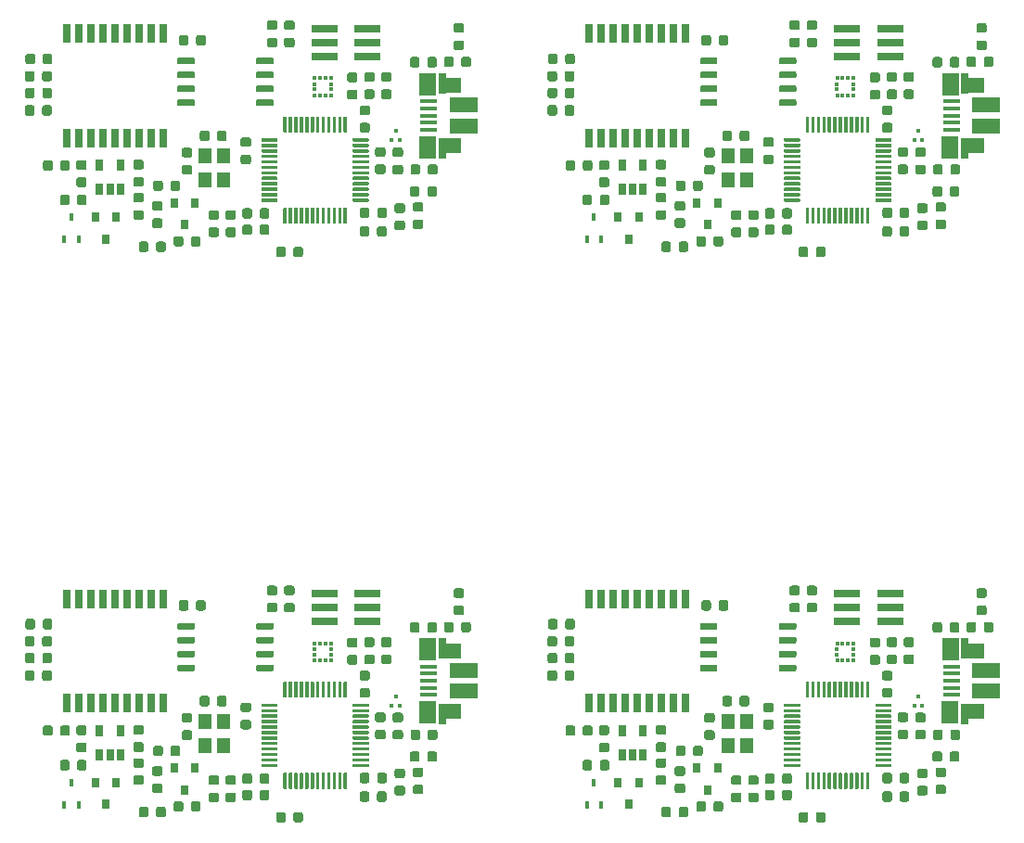
<source format=gbr>
G04 #@! TF.GenerationSoftware,KiCad,Pcbnew,5.1.4*
G04 #@! TF.CreationDate,2019-09-20T10:22:23+02:00*
G04 #@! TF.ProjectId,panel,70616e65-6c2e-46b6-9963-61645f706362,0.1*
G04 #@! TF.SameCoordinates,Original*
G04 #@! TF.FileFunction,Paste,Bot*
G04 #@! TF.FilePolarity,Positive*
%FSLAX46Y46*%
G04 Gerber Fmt 4.6, Leading zero omitted, Abs format (unit mm)*
G04 Created by KiCad (PCBNEW 5.1.4) date 2019-09-20 10:22:23*
%MOMM*%
%LPD*%
G04 APERTURE LIST*
%ADD10C,0.100000*%
%ADD11C,0.600000*%
%ADD12C,0.875000*%
%ADD13R,2.500000X1.430000*%
%ADD14R,1.650000X0.400000*%
%ADD15R,1.500000X2.000000*%
%ADD16R,0.700000X1.825000*%
%ADD17R,2.000000X1.350000*%
%ADD18R,0.800000X0.900000*%
%ADD19R,2.400000X0.740000*%
%ADD20R,0.700000X1.800000*%
%ADD21R,0.800000X1.800000*%
%ADD22R,0.650000X1.060000*%
%ADD23R,1.200000X1.400000*%
%ADD24R,0.450000X0.700000*%
%ADD25R,0.375000X0.350000*%
%ADD26R,0.350000X0.375000*%
%ADD27C,0.300000*%
%ADD28R,0.300000X0.300000*%
G04 APERTURE END LIST*
D10*
G36*
X129939703Y-147205722D02*
G01*
X129954264Y-147207882D01*
X129968543Y-147211459D01*
X129982403Y-147216418D01*
X129995710Y-147222712D01*
X130008336Y-147230280D01*
X130020159Y-147239048D01*
X130031066Y-147248934D01*
X130040952Y-147259841D01*
X130049720Y-147271664D01*
X130057288Y-147284290D01*
X130063582Y-147297597D01*
X130068541Y-147311457D01*
X130072118Y-147325736D01*
X130074278Y-147340297D01*
X130075000Y-147355000D01*
X130075000Y-147655000D01*
X130074278Y-147669703D01*
X130072118Y-147684264D01*
X130068541Y-147698543D01*
X130063582Y-147712403D01*
X130057288Y-147725710D01*
X130049720Y-147738336D01*
X130040952Y-147750159D01*
X130031066Y-147761066D01*
X130020159Y-147770952D01*
X130008336Y-147779720D01*
X129995710Y-147787288D01*
X129982403Y-147793582D01*
X129968543Y-147798541D01*
X129954264Y-147802118D01*
X129939703Y-147804278D01*
X129925000Y-147805000D01*
X128625000Y-147805000D01*
X128610297Y-147804278D01*
X128595736Y-147802118D01*
X128581457Y-147798541D01*
X128567597Y-147793582D01*
X128554290Y-147787288D01*
X128541664Y-147779720D01*
X128529841Y-147770952D01*
X128518934Y-147761066D01*
X128509048Y-147750159D01*
X128500280Y-147738336D01*
X128492712Y-147725710D01*
X128486418Y-147712403D01*
X128481459Y-147698543D01*
X128477882Y-147684264D01*
X128475722Y-147669703D01*
X128475000Y-147655000D01*
X128475000Y-147355000D01*
X128475722Y-147340297D01*
X128477882Y-147325736D01*
X128481459Y-147311457D01*
X128486418Y-147297597D01*
X128492712Y-147284290D01*
X128500280Y-147271664D01*
X128509048Y-147259841D01*
X128518934Y-147248934D01*
X128529841Y-147239048D01*
X128541664Y-147230280D01*
X128554290Y-147222712D01*
X128567597Y-147216418D01*
X128581457Y-147211459D01*
X128595736Y-147207882D01*
X128610297Y-147205722D01*
X128625000Y-147205000D01*
X129925000Y-147205000D01*
X129939703Y-147205722D01*
X129939703Y-147205722D01*
G37*
D11*
X129275000Y-147505000D03*
D10*
G36*
X129939703Y-145935722D02*
G01*
X129954264Y-145937882D01*
X129968543Y-145941459D01*
X129982403Y-145946418D01*
X129995710Y-145952712D01*
X130008336Y-145960280D01*
X130020159Y-145969048D01*
X130031066Y-145978934D01*
X130040952Y-145989841D01*
X130049720Y-146001664D01*
X130057288Y-146014290D01*
X130063582Y-146027597D01*
X130068541Y-146041457D01*
X130072118Y-146055736D01*
X130074278Y-146070297D01*
X130075000Y-146085000D01*
X130075000Y-146385000D01*
X130074278Y-146399703D01*
X130072118Y-146414264D01*
X130068541Y-146428543D01*
X130063582Y-146442403D01*
X130057288Y-146455710D01*
X130049720Y-146468336D01*
X130040952Y-146480159D01*
X130031066Y-146491066D01*
X130020159Y-146500952D01*
X130008336Y-146509720D01*
X129995710Y-146517288D01*
X129982403Y-146523582D01*
X129968543Y-146528541D01*
X129954264Y-146532118D01*
X129939703Y-146534278D01*
X129925000Y-146535000D01*
X128625000Y-146535000D01*
X128610297Y-146534278D01*
X128595736Y-146532118D01*
X128581457Y-146528541D01*
X128567597Y-146523582D01*
X128554290Y-146517288D01*
X128541664Y-146509720D01*
X128529841Y-146500952D01*
X128518934Y-146491066D01*
X128509048Y-146480159D01*
X128500280Y-146468336D01*
X128492712Y-146455710D01*
X128486418Y-146442403D01*
X128481459Y-146428543D01*
X128477882Y-146414264D01*
X128475722Y-146399703D01*
X128475000Y-146385000D01*
X128475000Y-146085000D01*
X128475722Y-146070297D01*
X128477882Y-146055736D01*
X128481459Y-146041457D01*
X128486418Y-146027597D01*
X128492712Y-146014290D01*
X128500280Y-146001664D01*
X128509048Y-145989841D01*
X128518934Y-145978934D01*
X128529841Y-145969048D01*
X128541664Y-145960280D01*
X128554290Y-145952712D01*
X128567597Y-145946418D01*
X128581457Y-145941459D01*
X128595736Y-145937882D01*
X128610297Y-145935722D01*
X128625000Y-145935000D01*
X129925000Y-145935000D01*
X129939703Y-145935722D01*
X129939703Y-145935722D01*
G37*
D11*
X129275000Y-146235000D03*
D10*
G36*
X129939703Y-144665722D02*
G01*
X129954264Y-144667882D01*
X129968543Y-144671459D01*
X129982403Y-144676418D01*
X129995710Y-144682712D01*
X130008336Y-144690280D01*
X130020159Y-144699048D01*
X130031066Y-144708934D01*
X130040952Y-144719841D01*
X130049720Y-144731664D01*
X130057288Y-144744290D01*
X130063582Y-144757597D01*
X130068541Y-144771457D01*
X130072118Y-144785736D01*
X130074278Y-144800297D01*
X130075000Y-144815000D01*
X130075000Y-145115000D01*
X130074278Y-145129703D01*
X130072118Y-145144264D01*
X130068541Y-145158543D01*
X130063582Y-145172403D01*
X130057288Y-145185710D01*
X130049720Y-145198336D01*
X130040952Y-145210159D01*
X130031066Y-145221066D01*
X130020159Y-145230952D01*
X130008336Y-145239720D01*
X129995710Y-145247288D01*
X129982403Y-145253582D01*
X129968543Y-145258541D01*
X129954264Y-145262118D01*
X129939703Y-145264278D01*
X129925000Y-145265000D01*
X128625000Y-145265000D01*
X128610297Y-145264278D01*
X128595736Y-145262118D01*
X128581457Y-145258541D01*
X128567597Y-145253582D01*
X128554290Y-145247288D01*
X128541664Y-145239720D01*
X128529841Y-145230952D01*
X128518934Y-145221066D01*
X128509048Y-145210159D01*
X128500280Y-145198336D01*
X128492712Y-145185710D01*
X128486418Y-145172403D01*
X128481459Y-145158543D01*
X128477882Y-145144264D01*
X128475722Y-145129703D01*
X128475000Y-145115000D01*
X128475000Y-144815000D01*
X128475722Y-144800297D01*
X128477882Y-144785736D01*
X128481459Y-144771457D01*
X128486418Y-144757597D01*
X128492712Y-144744290D01*
X128500280Y-144731664D01*
X128509048Y-144719841D01*
X128518934Y-144708934D01*
X128529841Y-144699048D01*
X128541664Y-144690280D01*
X128554290Y-144682712D01*
X128567597Y-144676418D01*
X128581457Y-144671459D01*
X128595736Y-144667882D01*
X128610297Y-144665722D01*
X128625000Y-144665000D01*
X129925000Y-144665000D01*
X129939703Y-144665722D01*
X129939703Y-144665722D01*
G37*
D11*
X129275000Y-144965000D03*
D10*
G36*
X129939703Y-143395722D02*
G01*
X129954264Y-143397882D01*
X129968543Y-143401459D01*
X129982403Y-143406418D01*
X129995710Y-143412712D01*
X130008336Y-143420280D01*
X130020159Y-143429048D01*
X130031066Y-143438934D01*
X130040952Y-143449841D01*
X130049720Y-143461664D01*
X130057288Y-143474290D01*
X130063582Y-143487597D01*
X130068541Y-143501457D01*
X130072118Y-143515736D01*
X130074278Y-143530297D01*
X130075000Y-143545000D01*
X130075000Y-143845000D01*
X130074278Y-143859703D01*
X130072118Y-143874264D01*
X130068541Y-143888543D01*
X130063582Y-143902403D01*
X130057288Y-143915710D01*
X130049720Y-143928336D01*
X130040952Y-143940159D01*
X130031066Y-143951066D01*
X130020159Y-143960952D01*
X130008336Y-143969720D01*
X129995710Y-143977288D01*
X129982403Y-143983582D01*
X129968543Y-143988541D01*
X129954264Y-143992118D01*
X129939703Y-143994278D01*
X129925000Y-143995000D01*
X128625000Y-143995000D01*
X128610297Y-143994278D01*
X128595736Y-143992118D01*
X128581457Y-143988541D01*
X128567597Y-143983582D01*
X128554290Y-143977288D01*
X128541664Y-143969720D01*
X128529841Y-143960952D01*
X128518934Y-143951066D01*
X128509048Y-143940159D01*
X128500280Y-143928336D01*
X128492712Y-143915710D01*
X128486418Y-143902403D01*
X128481459Y-143888543D01*
X128477882Y-143874264D01*
X128475722Y-143859703D01*
X128475000Y-143845000D01*
X128475000Y-143545000D01*
X128475722Y-143530297D01*
X128477882Y-143515736D01*
X128481459Y-143501457D01*
X128486418Y-143487597D01*
X128492712Y-143474290D01*
X128500280Y-143461664D01*
X128509048Y-143449841D01*
X128518934Y-143438934D01*
X128529841Y-143429048D01*
X128541664Y-143420280D01*
X128554290Y-143412712D01*
X128567597Y-143406418D01*
X128581457Y-143401459D01*
X128595736Y-143397882D01*
X128610297Y-143395722D01*
X128625000Y-143395000D01*
X129925000Y-143395000D01*
X129939703Y-143395722D01*
X129939703Y-143395722D01*
G37*
D11*
X129275000Y-143695000D03*
D10*
G36*
X137139703Y-143395722D02*
G01*
X137154264Y-143397882D01*
X137168543Y-143401459D01*
X137182403Y-143406418D01*
X137195710Y-143412712D01*
X137208336Y-143420280D01*
X137220159Y-143429048D01*
X137231066Y-143438934D01*
X137240952Y-143449841D01*
X137249720Y-143461664D01*
X137257288Y-143474290D01*
X137263582Y-143487597D01*
X137268541Y-143501457D01*
X137272118Y-143515736D01*
X137274278Y-143530297D01*
X137275000Y-143545000D01*
X137275000Y-143845000D01*
X137274278Y-143859703D01*
X137272118Y-143874264D01*
X137268541Y-143888543D01*
X137263582Y-143902403D01*
X137257288Y-143915710D01*
X137249720Y-143928336D01*
X137240952Y-143940159D01*
X137231066Y-143951066D01*
X137220159Y-143960952D01*
X137208336Y-143969720D01*
X137195710Y-143977288D01*
X137182403Y-143983582D01*
X137168543Y-143988541D01*
X137154264Y-143992118D01*
X137139703Y-143994278D01*
X137125000Y-143995000D01*
X135825000Y-143995000D01*
X135810297Y-143994278D01*
X135795736Y-143992118D01*
X135781457Y-143988541D01*
X135767597Y-143983582D01*
X135754290Y-143977288D01*
X135741664Y-143969720D01*
X135729841Y-143960952D01*
X135718934Y-143951066D01*
X135709048Y-143940159D01*
X135700280Y-143928336D01*
X135692712Y-143915710D01*
X135686418Y-143902403D01*
X135681459Y-143888543D01*
X135677882Y-143874264D01*
X135675722Y-143859703D01*
X135675000Y-143845000D01*
X135675000Y-143545000D01*
X135675722Y-143530297D01*
X135677882Y-143515736D01*
X135681459Y-143501457D01*
X135686418Y-143487597D01*
X135692712Y-143474290D01*
X135700280Y-143461664D01*
X135709048Y-143449841D01*
X135718934Y-143438934D01*
X135729841Y-143429048D01*
X135741664Y-143420280D01*
X135754290Y-143412712D01*
X135767597Y-143406418D01*
X135781457Y-143401459D01*
X135795736Y-143397882D01*
X135810297Y-143395722D01*
X135825000Y-143395000D01*
X137125000Y-143395000D01*
X137139703Y-143395722D01*
X137139703Y-143395722D01*
G37*
D11*
X136475000Y-143695000D03*
D10*
G36*
X137139703Y-144665722D02*
G01*
X137154264Y-144667882D01*
X137168543Y-144671459D01*
X137182403Y-144676418D01*
X137195710Y-144682712D01*
X137208336Y-144690280D01*
X137220159Y-144699048D01*
X137231066Y-144708934D01*
X137240952Y-144719841D01*
X137249720Y-144731664D01*
X137257288Y-144744290D01*
X137263582Y-144757597D01*
X137268541Y-144771457D01*
X137272118Y-144785736D01*
X137274278Y-144800297D01*
X137275000Y-144815000D01*
X137275000Y-145115000D01*
X137274278Y-145129703D01*
X137272118Y-145144264D01*
X137268541Y-145158543D01*
X137263582Y-145172403D01*
X137257288Y-145185710D01*
X137249720Y-145198336D01*
X137240952Y-145210159D01*
X137231066Y-145221066D01*
X137220159Y-145230952D01*
X137208336Y-145239720D01*
X137195710Y-145247288D01*
X137182403Y-145253582D01*
X137168543Y-145258541D01*
X137154264Y-145262118D01*
X137139703Y-145264278D01*
X137125000Y-145265000D01*
X135825000Y-145265000D01*
X135810297Y-145264278D01*
X135795736Y-145262118D01*
X135781457Y-145258541D01*
X135767597Y-145253582D01*
X135754290Y-145247288D01*
X135741664Y-145239720D01*
X135729841Y-145230952D01*
X135718934Y-145221066D01*
X135709048Y-145210159D01*
X135700280Y-145198336D01*
X135692712Y-145185710D01*
X135686418Y-145172403D01*
X135681459Y-145158543D01*
X135677882Y-145144264D01*
X135675722Y-145129703D01*
X135675000Y-145115000D01*
X135675000Y-144815000D01*
X135675722Y-144800297D01*
X135677882Y-144785736D01*
X135681459Y-144771457D01*
X135686418Y-144757597D01*
X135692712Y-144744290D01*
X135700280Y-144731664D01*
X135709048Y-144719841D01*
X135718934Y-144708934D01*
X135729841Y-144699048D01*
X135741664Y-144690280D01*
X135754290Y-144682712D01*
X135767597Y-144676418D01*
X135781457Y-144671459D01*
X135795736Y-144667882D01*
X135810297Y-144665722D01*
X135825000Y-144665000D01*
X137125000Y-144665000D01*
X137139703Y-144665722D01*
X137139703Y-144665722D01*
G37*
D11*
X136475000Y-144965000D03*
D10*
G36*
X137139703Y-145935722D02*
G01*
X137154264Y-145937882D01*
X137168543Y-145941459D01*
X137182403Y-145946418D01*
X137195710Y-145952712D01*
X137208336Y-145960280D01*
X137220159Y-145969048D01*
X137231066Y-145978934D01*
X137240952Y-145989841D01*
X137249720Y-146001664D01*
X137257288Y-146014290D01*
X137263582Y-146027597D01*
X137268541Y-146041457D01*
X137272118Y-146055736D01*
X137274278Y-146070297D01*
X137275000Y-146085000D01*
X137275000Y-146385000D01*
X137274278Y-146399703D01*
X137272118Y-146414264D01*
X137268541Y-146428543D01*
X137263582Y-146442403D01*
X137257288Y-146455710D01*
X137249720Y-146468336D01*
X137240952Y-146480159D01*
X137231066Y-146491066D01*
X137220159Y-146500952D01*
X137208336Y-146509720D01*
X137195710Y-146517288D01*
X137182403Y-146523582D01*
X137168543Y-146528541D01*
X137154264Y-146532118D01*
X137139703Y-146534278D01*
X137125000Y-146535000D01*
X135825000Y-146535000D01*
X135810297Y-146534278D01*
X135795736Y-146532118D01*
X135781457Y-146528541D01*
X135767597Y-146523582D01*
X135754290Y-146517288D01*
X135741664Y-146509720D01*
X135729841Y-146500952D01*
X135718934Y-146491066D01*
X135709048Y-146480159D01*
X135700280Y-146468336D01*
X135692712Y-146455710D01*
X135686418Y-146442403D01*
X135681459Y-146428543D01*
X135677882Y-146414264D01*
X135675722Y-146399703D01*
X135675000Y-146385000D01*
X135675000Y-146085000D01*
X135675722Y-146070297D01*
X135677882Y-146055736D01*
X135681459Y-146041457D01*
X135686418Y-146027597D01*
X135692712Y-146014290D01*
X135700280Y-146001664D01*
X135709048Y-145989841D01*
X135718934Y-145978934D01*
X135729841Y-145969048D01*
X135741664Y-145960280D01*
X135754290Y-145952712D01*
X135767597Y-145946418D01*
X135781457Y-145941459D01*
X135795736Y-145937882D01*
X135810297Y-145935722D01*
X135825000Y-145935000D01*
X137125000Y-145935000D01*
X137139703Y-145935722D01*
X137139703Y-145935722D01*
G37*
D11*
X136475000Y-146235000D03*
D10*
G36*
X137139703Y-147205722D02*
G01*
X137154264Y-147207882D01*
X137168543Y-147211459D01*
X137182403Y-147216418D01*
X137195710Y-147222712D01*
X137208336Y-147230280D01*
X137220159Y-147239048D01*
X137231066Y-147248934D01*
X137240952Y-147259841D01*
X137249720Y-147271664D01*
X137257288Y-147284290D01*
X137263582Y-147297597D01*
X137268541Y-147311457D01*
X137272118Y-147325736D01*
X137274278Y-147340297D01*
X137275000Y-147355000D01*
X137275000Y-147655000D01*
X137274278Y-147669703D01*
X137272118Y-147684264D01*
X137268541Y-147698543D01*
X137263582Y-147712403D01*
X137257288Y-147725710D01*
X137249720Y-147738336D01*
X137240952Y-147750159D01*
X137231066Y-147761066D01*
X137220159Y-147770952D01*
X137208336Y-147779720D01*
X137195710Y-147787288D01*
X137182403Y-147793582D01*
X137168543Y-147798541D01*
X137154264Y-147802118D01*
X137139703Y-147804278D01*
X137125000Y-147805000D01*
X135825000Y-147805000D01*
X135810297Y-147804278D01*
X135795736Y-147802118D01*
X135781457Y-147798541D01*
X135767597Y-147793582D01*
X135754290Y-147787288D01*
X135741664Y-147779720D01*
X135729841Y-147770952D01*
X135718934Y-147761066D01*
X135709048Y-147750159D01*
X135700280Y-147738336D01*
X135692712Y-147725710D01*
X135686418Y-147712403D01*
X135681459Y-147698543D01*
X135677882Y-147684264D01*
X135675722Y-147669703D01*
X135675000Y-147655000D01*
X135675000Y-147355000D01*
X135675722Y-147340297D01*
X135677882Y-147325736D01*
X135681459Y-147311457D01*
X135686418Y-147297597D01*
X135692712Y-147284290D01*
X135700280Y-147271664D01*
X135709048Y-147259841D01*
X135718934Y-147248934D01*
X135729841Y-147239048D01*
X135741664Y-147230280D01*
X135754290Y-147222712D01*
X135767597Y-147216418D01*
X135781457Y-147211459D01*
X135795736Y-147207882D01*
X135810297Y-147205722D01*
X135825000Y-147205000D01*
X137125000Y-147205000D01*
X137139703Y-147205722D01*
X137139703Y-147205722D01*
G37*
D11*
X136475000Y-147505000D03*
D10*
G36*
X136665191Y-157126053D02*
G01*
X136686426Y-157129203D01*
X136707250Y-157134419D01*
X136727462Y-157141651D01*
X136746868Y-157150830D01*
X136765281Y-157161866D01*
X136782524Y-157174654D01*
X136798430Y-157189070D01*
X136812846Y-157204976D01*
X136825634Y-157222219D01*
X136836670Y-157240632D01*
X136845849Y-157260038D01*
X136853081Y-157280250D01*
X136858297Y-157301074D01*
X136861447Y-157322309D01*
X136862500Y-157343750D01*
X136862500Y-157856250D01*
X136861447Y-157877691D01*
X136858297Y-157898926D01*
X136853081Y-157919750D01*
X136845849Y-157939962D01*
X136836670Y-157959368D01*
X136825634Y-157977781D01*
X136812846Y-157995024D01*
X136798430Y-158010930D01*
X136782524Y-158025346D01*
X136765281Y-158038134D01*
X136746868Y-158049170D01*
X136727462Y-158058349D01*
X136707250Y-158065581D01*
X136686426Y-158070797D01*
X136665191Y-158073947D01*
X136643750Y-158075000D01*
X136206250Y-158075000D01*
X136184809Y-158073947D01*
X136163574Y-158070797D01*
X136142750Y-158065581D01*
X136122538Y-158058349D01*
X136103132Y-158049170D01*
X136084719Y-158038134D01*
X136067476Y-158025346D01*
X136051570Y-158010930D01*
X136037154Y-157995024D01*
X136024366Y-157977781D01*
X136013330Y-157959368D01*
X136004151Y-157939962D01*
X135996919Y-157919750D01*
X135991703Y-157898926D01*
X135988553Y-157877691D01*
X135987500Y-157856250D01*
X135987500Y-157343750D01*
X135988553Y-157322309D01*
X135991703Y-157301074D01*
X135996919Y-157280250D01*
X136004151Y-157260038D01*
X136013330Y-157240632D01*
X136024366Y-157222219D01*
X136037154Y-157204976D01*
X136051570Y-157189070D01*
X136067476Y-157174654D01*
X136084719Y-157161866D01*
X136103132Y-157150830D01*
X136122538Y-157141651D01*
X136142750Y-157134419D01*
X136163574Y-157129203D01*
X136184809Y-157126053D01*
X136206250Y-157125000D01*
X136643750Y-157125000D01*
X136665191Y-157126053D01*
X136665191Y-157126053D01*
G37*
D12*
X136425000Y-157600000D03*
D10*
G36*
X135090191Y-157126053D02*
G01*
X135111426Y-157129203D01*
X135132250Y-157134419D01*
X135152462Y-157141651D01*
X135171868Y-157150830D01*
X135190281Y-157161866D01*
X135207524Y-157174654D01*
X135223430Y-157189070D01*
X135237846Y-157204976D01*
X135250634Y-157222219D01*
X135261670Y-157240632D01*
X135270849Y-157260038D01*
X135278081Y-157280250D01*
X135283297Y-157301074D01*
X135286447Y-157322309D01*
X135287500Y-157343750D01*
X135287500Y-157856250D01*
X135286447Y-157877691D01*
X135283297Y-157898926D01*
X135278081Y-157919750D01*
X135270849Y-157939962D01*
X135261670Y-157959368D01*
X135250634Y-157977781D01*
X135237846Y-157995024D01*
X135223430Y-158010930D01*
X135207524Y-158025346D01*
X135190281Y-158038134D01*
X135171868Y-158049170D01*
X135152462Y-158058349D01*
X135132250Y-158065581D01*
X135111426Y-158070797D01*
X135090191Y-158073947D01*
X135068750Y-158075000D01*
X134631250Y-158075000D01*
X134609809Y-158073947D01*
X134588574Y-158070797D01*
X134567750Y-158065581D01*
X134547538Y-158058349D01*
X134528132Y-158049170D01*
X134509719Y-158038134D01*
X134492476Y-158025346D01*
X134476570Y-158010930D01*
X134462154Y-157995024D01*
X134449366Y-157977781D01*
X134438330Y-157959368D01*
X134429151Y-157939962D01*
X134421919Y-157919750D01*
X134416703Y-157898926D01*
X134413553Y-157877691D01*
X134412500Y-157856250D01*
X134412500Y-157343750D01*
X134413553Y-157322309D01*
X134416703Y-157301074D01*
X134421919Y-157280250D01*
X134429151Y-157260038D01*
X134438330Y-157240632D01*
X134449366Y-157222219D01*
X134462154Y-157204976D01*
X134476570Y-157189070D01*
X134492476Y-157174654D01*
X134509719Y-157161866D01*
X134528132Y-157150830D01*
X134547538Y-157141651D01*
X134567750Y-157134419D01*
X134588574Y-157129203D01*
X134609809Y-157126053D01*
X134631250Y-157125000D01*
X135068750Y-157125000D01*
X135090191Y-157126053D01*
X135090191Y-157126053D01*
G37*
D12*
X134850000Y-157600000D03*
D10*
G36*
X135002691Y-150663553D02*
G01*
X135023926Y-150666703D01*
X135044750Y-150671919D01*
X135064962Y-150679151D01*
X135084368Y-150688330D01*
X135102781Y-150699366D01*
X135120024Y-150712154D01*
X135135930Y-150726570D01*
X135150346Y-150742476D01*
X135163134Y-150759719D01*
X135174170Y-150778132D01*
X135183349Y-150797538D01*
X135190581Y-150817750D01*
X135195797Y-150838574D01*
X135198947Y-150859809D01*
X135200000Y-150881250D01*
X135200000Y-151318750D01*
X135198947Y-151340191D01*
X135195797Y-151361426D01*
X135190581Y-151382250D01*
X135183349Y-151402462D01*
X135174170Y-151421868D01*
X135163134Y-151440281D01*
X135150346Y-151457524D01*
X135135930Y-151473430D01*
X135120024Y-151487846D01*
X135102781Y-151500634D01*
X135084368Y-151511670D01*
X135064962Y-151520849D01*
X135044750Y-151528081D01*
X135023926Y-151533297D01*
X135002691Y-151536447D01*
X134981250Y-151537500D01*
X134468750Y-151537500D01*
X134447309Y-151536447D01*
X134426074Y-151533297D01*
X134405250Y-151528081D01*
X134385038Y-151520849D01*
X134365632Y-151511670D01*
X134347219Y-151500634D01*
X134329976Y-151487846D01*
X134314070Y-151473430D01*
X134299654Y-151457524D01*
X134286866Y-151440281D01*
X134275830Y-151421868D01*
X134266651Y-151402462D01*
X134259419Y-151382250D01*
X134254203Y-151361426D01*
X134251053Y-151340191D01*
X134250000Y-151318750D01*
X134250000Y-150881250D01*
X134251053Y-150859809D01*
X134254203Y-150838574D01*
X134259419Y-150817750D01*
X134266651Y-150797538D01*
X134275830Y-150778132D01*
X134286866Y-150759719D01*
X134299654Y-150742476D01*
X134314070Y-150726570D01*
X134329976Y-150712154D01*
X134347219Y-150699366D01*
X134365632Y-150688330D01*
X134385038Y-150679151D01*
X134405250Y-150671919D01*
X134426074Y-150666703D01*
X134447309Y-150663553D01*
X134468750Y-150662500D01*
X134981250Y-150662500D01*
X135002691Y-150663553D01*
X135002691Y-150663553D01*
G37*
D12*
X134725000Y-151100000D03*
D10*
G36*
X135002691Y-152238553D02*
G01*
X135023926Y-152241703D01*
X135044750Y-152246919D01*
X135064962Y-152254151D01*
X135084368Y-152263330D01*
X135102781Y-152274366D01*
X135120024Y-152287154D01*
X135135930Y-152301570D01*
X135150346Y-152317476D01*
X135163134Y-152334719D01*
X135174170Y-152353132D01*
X135183349Y-152372538D01*
X135190581Y-152392750D01*
X135195797Y-152413574D01*
X135198947Y-152434809D01*
X135200000Y-152456250D01*
X135200000Y-152893750D01*
X135198947Y-152915191D01*
X135195797Y-152936426D01*
X135190581Y-152957250D01*
X135183349Y-152977462D01*
X135174170Y-152996868D01*
X135163134Y-153015281D01*
X135150346Y-153032524D01*
X135135930Y-153048430D01*
X135120024Y-153062846D01*
X135102781Y-153075634D01*
X135084368Y-153086670D01*
X135064962Y-153095849D01*
X135044750Y-153103081D01*
X135023926Y-153108297D01*
X135002691Y-153111447D01*
X134981250Y-153112500D01*
X134468750Y-153112500D01*
X134447309Y-153111447D01*
X134426074Y-153108297D01*
X134405250Y-153103081D01*
X134385038Y-153095849D01*
X134365632Y-153086670D01*
X134347219Y-153075634D01*
X134329976Y-153062846D01*
X134314070Y-153048430D01*
X134299654Y-153032524D01*
X134286866Y-153015281D01*
X134275830Y-152996868D01*
X134266651Y-152977462D01*
X134259419Y-152957250D01*
X134254203Y-152936426D01*
X134251053Y-152915191D01*
X134250000Y-152893750D01*
X134250000Y-152456250D01*
X134251053Y-152434809D01*
X134254203Y-152413574D01*
X134259419Y-152392750D01*
X134266651Y-152372538D01*
X134275830Y-152353132D01*
X134286866Y-152334719D01*
X134299654Y-152317476D01*
X134314070Y-152301570D01*
X134329976Y-152287154D01*
X134347219Y-152274366D01*
X134365632Y-152263330D01*
X134385038Y-152254151D01*
X134405250Y-152246919D01*
X134426074Y-152241703D01*
X134447309Y-152238553D01*
X134468750Y-152237500D01*
X134981250Y-152237500D01*
X135002691Y-152238553D01*
X135002691Y-152238553D01*
G37*
D12*
X134725000Y-152675000D03*
D13*
X154585000Y-149635000D03*
X154585000Y-147715000D03*
D14*
X151435000Y-149975000D03*
X151435000Y-149325000D03*
X151435000Y-148675000D03*
X151435000Y-148025000D03*
X151435000Y-147375000D03*
D15*
X151315000Y-151575000D03*
X151335000Y-145825000D03*
D16*
X152635000Y-151675000D03*
X152635000Y-145725000D03*
D17*
X153385000Y-145945000D03*
X153385000Y-151425000D03*
D18*
X121000000Y-157950000D03*
X122900000Y-157950000D03*
X121950000Y-159950000D03*
D10*
G36*
X153490191Y-143301053D02*
G01*
X153511426Y-143304203D01*
X153532250Y-143309419D01*
X153552462Y-143316651D01*
X153571868Y-143325830D01*
X153590281Y-143336866D01*
X153607524Y-143349654D01*
X153623430Y-143364070D01*
X153637846Y-143379976D01*
X153650634Y-143397219D01*
X153661670Y-143415632D01*
X153670849Y-143435038D01*
X153678081Y-143455250D01*
X153683297Y-143476074D01*
X153686447Y-143497309D01*
X153687500Y-143518750D01*
X153687500Y-144031250D01*
X153686447Y-144052691D01*
X153683297Y-144073926D01*
X153678081Y-144094750D01*
X153670849Y-144114962D01*
X153661670Y-144134368D01*
X153650634Y-144152781D01*
X153637846Y-144170024D01*
X153623430Y-144185930D01*
X153607524Y-144200346D01*
X153590281Y-144213134D01*
X153571868Y-144224170D01*
X153552462Y-144233349D01*
X153532250Y-144240581D01*
X153511426Y-144245797D01*
X153490191Y-144248947D01*
X153468750Y-144250000D01*
X153031250Y-144250000D01*
X153009809Y-144248947D01*
X152988574Y-144245797D01*
X152967750Y-144240581D01*
X152947538Y-144233349D01*
X152928132Y-144224170D01*
X152909719Y-144213134D01*
X152892476Y-144200346D01*
X152876570Y-144185930D01*
X152862154Y-144170024D01*
X152849366Y-144152781D01*
X152838330Y-144134368D01*
X152829151Y-144114962D01*
X152821919Y-144094750D01*
X152816703Y-144073926D01*
X152813553Y-144052691D01*
X152812500Y-144031250D01*
X152812500Y-143518750D01*
X152813553Y-143497309D01*
X152816703Y-143476074D01*
X152821919Y-143455250D01*
X152829151Y-143435038D01*
X152838330Y-143415632D01*
X152849366Y-143397219D01*
X152862154Y-143379976D01*
X152876570Y-143364070D01*
X152892476Y-143349654D01*
X152909719Y-143336866D01*
X152928132Y-143325830D01*
X152947538Y-143316651D01*
X152967750Y-143309419D01*
X152988574Y-143304203D01*
X153009809Y-143301053D01*
X153031250Y-143300000D01*
X153468750Y-143300000D01*
X153490191Y-143301053D01*
X153490191Y-143301053D01*
G37*
D12*
X153250000Y-143775000D03*
D10*
G36*
X155065191Y-143301053D02*
G01*
X155086426Y-143304203D01*
X155107250Y-143309419D01*
X155127462Y-143316651D01*
X155146868Y-143325830D01*
X155165281Y-143336866D01*
X155182524Y-143349654D01*
X155198430Y-143364070D01*
X155212846Y-143379976D01*
X155225634Y-143397219D01*
X155236670Y-143415632D01*
X155245849Y-143435038D01*
X155253081Y-143455250D01*
X155258297Y-143476074D01*
X155261447Y-143497309D01*
X155262500Y-143518750D01*
X155262500Y-144031250D01*
X155261447Y-144052691D01*
X155258297Y-144073926D01*
X155253081Y-144094750D01*
X155245849Y-144114962D01*
X155236670Y-144134368D01*
X155225634Y-144152781D01*
X155212846Y-144170024D01*
X155198430Y-144185930D01*
X155182524Y-144200346D01*
X155165281Y-144213134D01*
X155146868Y-144224170D01*
X155127462Y-144233349D01*
X155107250Y-144240581D01*
X155086426Y-144245797D01*
X155065191Y-144248947D01*
X155043750Y-144250000D01*
X154606250Y-144250000D01*
X154584809Y-144248947D01*
X154563574Y-144245797D01*
X154542750Y-144240581D01*
X154522538Y-144233349D01*
X154503132Y-144224170D01*
X154484719Y-144213134D01*
X154467476Y-144200346D01*
X154451570Y-144185930D01*
X154437154Y-144170024D01*
X154424366Y-144152781D01*
X154413330Y-144134368D01*
X154404151Y-144114962D01*
X154396919Y-144094750D01*
X154391703Y-144073926D01*
X154388553Y-144052691D01*
X154387500Y-144031250D01*
X154387500Y-143518750D01*
X154388553Y-143497309D01*
X154391703Y-143476074D01*
X154396919Y-143455250D01*
X154404151Y-143435038D01*
X154413330Y-143415632D01*
X154424366Y-143397219D01*
X154437154Y-143379976D01*
X154451570Y-143364070D01*
X154467476Y-143349654D01*
X154484719Y-143336866D01*
X154503132Y-143325830D01*
X154522538Y-143316651D01*
X154542750Y-143309419D01*
X154563574Y-143304203D01*
X154584809Y-143301053D01*
X154606250Y-143300000D01*
X155043750Y-143300000D01*
X155065191Y-143301053D01*
X155065191Y-143301053D01*
G37*
D12*
X154825000Y-143775000D03*
D10*
G36*
X129627691Y-153188553D02*
G01*
X129648926Y-153191703D01*
X129669750Y-153196919D01*
X129689962Y-153204151D01*
X129709368Y-153213330D01*
X129727781Y-153224366D01*
X129745024Y-153237154D01*
X129760930Y-153251570D01*
X129775346Y-153267476D01*
X129788134Y-153284719D01*
X129799170Y-153303132D01*
X129808349Y-153322538D01*
X129815581Y-153342750D01*
X129820797Y-153363574D01*
X129823947Y-153384809D01*
X129825000Y-153406250D01*
X129825000Y-153843750D01*
X129823947Y-153865191D01*
X129820797Y-153886426D01*
X129815581Y-153907250D01*
X129808349Y-153927462D01*
X129799170Y-153946868D01*
X129788134Y-153965281D01*
X129775346Y-153982524D01*
X129760930Y-153998430D01*
X129745024Y-154012846D01*
X129727781Y-154025634D01*
X129709368Y-154036670D01*
X129689962Y-154045849D01*
X129669750Y-154053081D01*
X129648926Y-154058297D01*
X129627691Y-154061447D01*
X129606250Y-154062500D01*
X129093750Y-154062500D01*
X129072309Y-154061447D01*
X129051074Y-154058297D01*
X129030250Y-154053081D01*
X129010038Y-154045849D01*
X128990632Y-154036670D01*
X128972219Y-154025634D01*
X128954976Y-154012846D01*
X128939070Y-153998430D01*
X128924654Y-153982524D01*
X128911866Y-153965281D01*
X128900830Y-153946868D01*
X128891651Y-153927462D01*
X128884419Y-153907250D01*
X128879203Y-153886426D01*
X128876053Y-153865191D01*
X128875000Y-153843750D01*
X128875000Y-153406250D01*
X128876053Y-153384809D01*
X128879203Y-153363574D01*
X128884419Y-153342750D01*
X128891651Y-153322538D01*
X128900830Y-153303132D01*
X128911866Y-153284719D01*
X128924654Y-153267476D01*
X128939070Y-153251570D01*
X128954976Y-153237154D01*
X128972219Y-153224366D01*
X128990632Y-153213330D01*
X129010038Y-153204151D01*
X129030250Y-153196919D01*
X129051074Y-153191703D01*
X129072309Y-153188553D01*
X129093750Y-153187500D01*
X129606250Y-153187500D01*
X129627691Y-153188553D01*
X129627691Y-153188553D01*
G37*
D12*
X129350000Y-153625000D03*
D10*
G36*
X129627691Y-151613553D02*
G01*
X129648926Y-151616703D01*
X129669750Y-151621919D01*
X129689962Y-151629151D01*
X129709368Y-151638330D01*
X129727781Y-151649366D01*
X129745024Y-151662154D01*
X129760930Y-151676570D01*
X129775346Y-151692476D01*
X129788134Y-151709719D01*
X129799170Y-151728132D01*
X129808349Y-151747538D01*
X129815581Y-151767750D01*
X129820797Y-151788574D01*
X129823947Y-151809809D01*
X129825000Y-151831250D01*
X129825000Y-152268750D01*
X129823947Y-152290191D01*
X129820797Y-152311426D01*
X129815581Y-152332250D01*
X129808349Y-152352462D01*
X129799170Y-152371868D01*
X129788134Y-152390281D01*
X129775346Y-152407524D01*
X129760930Y-152423430D01*
X129745024Y-152437846D01*
X129727781Y-152450634D01*
X129709368Y-152461670D01*
X129689962Y-152470849D01*
X129669750Y-152478081D01*
X129648926Y-152483297D01*
X129627691Y-152486447D01*
X129606250Y-152487500D01*
X129093750Y-152487500D01*
X129072309Y-152486447D01*
X129051074Y-152483297D01*
X129030250Y-152478081D01*
X129010038Y-152470849D01*
X128990632Y-152461670D01*
X128972219Y-152450634D01*
X128954976Y-152437846D01*
X128939070Y-152423430D01*
X128924654Y-152407524D01*
X128911866Y-152390281D01*
X128900830Y-152371868D01*
X128891651Y-152352462D01*
X128884419Y-152332250D01*
X128879203Y-152311426D01*
X128876053Y-152290191D01*
X128875000Y-152268750D01*
X128875000Y-151831250D01*
X128876053Y-151809809D01*
X128879203Y-151788574D01*
X128884419Y-151767750D01*
X128891651Y-151747538D01*
X128900830Y-151728132D01*
X128911866Y-151709719D01*
X128924654Y-151692476D01*
X128939070Y-151676570D01*
X128954976Y-151662154D01*
X128972219Y-151649366D01*
X128990632Y-151638330D01*
X129010038Y-151629151D01*
X129030250Y-151621919D01*
X129051074Y-151616703D01*
X129072309Y-151613553D01*
X129093750Y-151612500D01*
X129606250Y-151612500D01*
X129627691Y-151613553D01*
X129627691Y-151613553D01*
G37*
D12*
X129350000Y-152050000D03*
D10*
G36*
X129290191Y-141326053D02*
G01*
X129311426Y-141329203D01*
X129332250Y-141334419D01*
X129352462Y-141341651D01*
X129371868Y-141350830D01*
X129390281Y-141361866D01*
X129407524Y-141374654D01*
X129423430Y-141389070D01*
X129437846Y-141404976D01*
X129450634Y-141422219D01*
X129461670Y-141440632D01*
X129470849Y-141460038D01*
X129478081Y-141480250D01*
X129483297Y-141501074D01*
X129486447Y-141522309D01*
X129487500Y-141543750D01*
X129487500Y-142056250D01*
X129486447Y-142077691D01*
X129483297Y-142098926D01*
X129478081Y-142119750D01*
X129470849Y-142139962D01*
X129461670Y-142159368D01*
X129450634Y-142177781D01*
X129437846Y-142195024D01*
X129423430Y-142210930D01*
X129407524Y-142225346D01*
X129390281Y-142238134D01*
X129371868Y-142249170D01*
X129352462Y-142258349D01*
X129332250Y-142265581D01*
X129311426Y-142270797D01*
X129290191Y-142273947D01*
X129268750Y-142275000D01*
X128831250Y-142275000D01*
X128809809Y-142273947D01*
X128788574Y-142270797D01*
X128767750Y-142265581D01*
X128747538Y-142258349D01*
X128728132Y-142249170D01*
X128709719Y-142238134D01*
X128692476Y-142225346D01*
X128676570Y-142210930D01*
X128662154Y-142195024D01*
X128649366Y-142177781D01*
X128638330Y-142159368D01*
X128629151Y-142139962D01*
X128621919Y-142119750D01*
X128616703Y-142098926D01*
X128613553Y-142077691D01*
X128612500Y-142056250D01*
X128612500Y-141543750D01*
X128613553Y-141522309D01*
X128616703Y-141501074D01*
X128621919Y-141480250D01*
X128629151Y-141460038D01*
X128638330Y-141440632D01*
X128649366Y-141422219D01*
X128662154Y-141404976D01*
X128676570Y-141389070D01*
X128692476Y-141374654D01*
X128709719Y-141361866D01*
X128728132Y-141350830D01*
X128747538Y-141341651D01*
X128767750Y-141334419D01*
X128788574Y-141329203D01*
X128809809Y-141326053D01*
X128831250Y-141325000D01*
X129268750Y-141325000D01*
X129290191Y-141326053D01*
X129290191Y-141326053D01*
G37*
D12*
X129050000Y-141800000D03*
D10*
G36*
X130865191Y-141326053D02*
G01*
X130886426Y-141329203D01*
X130907250Y-141334419D01*
X130927462Y-141341651D01*
X130946868Y-141350830D01*
X130965281Y-141361866D01*
X130982524Y-141374654D01*
X130998430Y-141389070D01*
X131012846Y-141404976D01*
X131025634Y-141422219D01*
X131036670Y-141440632D01*
X131045849Y-141460038D01*
X131053081Y-141480250D01*
X131058297Y-141501074D01*
X131061447Y-141522309D01*
X131062500Y-141543750D01*
X131062500Y-142056250D01*
X131061447Y-142077691D01*
X131058297Y-142098926D01*
X131053081Y-142119750D01*
X131045849Y-142139962D01*
X131036670Y-142159368D01*
X131025634Y-142177781D01*
X131012846Y-142195024D01*
X130998430Y-142210930D01*
X130982524Y-142225346D01*
X130965281Y-142238134D01*
X130946868Y-142249170D01*
X130927462Y-142258349D01*
X130907250Y-142265581D01*
X130886426Y-142270797D01*
X130865191Y-142273947D01*
X130843750Y-142275000D01*
X130406250Y-142275000D01*
X130384809Y-142273947D01*
X130363574Y-142270797D01*
X130342750Y-142265581D01*
X130322538Y-142258349D01*
X130303132Y-142249170D01*
X130284719Y-142238134D01*
X130267476Y-142225346D01*
X130251570Y-142210930D01*
X130237154Y-142195024D01*
X130224366Y-142177781D01*
X130213330Y-142159368D01*
X130204151Y-142139962D01*
X130196919Y-142119750D01*
X130191703Y-142098926D01*
X130188553Y-142077691D01*
X130187500Y-142056250D01*
X130187500Y-141543750D01*
X130188553Y-141522309D01*
X130191703Y-141501074D01*
X130196919Y-141480250D01*
X130204151Y-141460038D01*
X130213330Y-141440632D01*
X130224366Y-141422219D01*
X130237154Y-141404976D01*
X130251570Y-141389070D01*
X130267476Y-141374654D01*
X130284719Y-141361866D01*
X130303132Y-141350830D01*
X130322538Y-141341651D01*
X130342750Y-141334419D01*
X130363574Y-141329203D01*
X130384809Y-141326053D01*
X130406250Y-141325000D01*
X130843750Y-141325000D01*
X130865191Y-141326053D01*
X130865191Y-141326053D01*
G37*
D12*
X130625000Y-141800000D03*
D10*
G36*
X115252691Y-146126053D02*
G01*
X115273926Y-146129203D01*
X115294750Y-146134419D01*
X115314962Y-146141651D01*
X115334368Y-146150830D01*
X115352781Y-146161866D01*
X115370024Y-146174654D01*
X115385930Y-146189070D01*
X115400346Y-146204976D01*
X115413134Y-146222219D01*
X115424170Y-146240632D01*
X115433349Y-146260038D01*
X115440581Y-146280250D01*
X115445797Y-146301074D01*
X115448947Y-146322309D01*
X115450000Y-146343750D01*
X115450000Y-146856250D01*
X115448947Y-146877691D01*
X115445797Y-146898926D01*
X115440581Y-146919750D01*
X115433349Y-146939962D01*
X115424170Y-146959368D01*
X115413134Y-146977781D01*
X115400346Y-146995024D01*
X115385930Y-147010930D01*
X115370024Y-147025346D01*
X115352781Y-147038134D01*
X115334368Y-147049170D01*
X115314962Y-147058349D01*
X115294750Y-147065581D01*
X115273926Y-147070797D01*
X115252691Y-147073947D01*
X115231250Y-147075000D01*
X114793750Y-147075000D01*
X114772309Y-147073947D01*
X114751074Y-147070797D01*
X114730250Y-147065581D01*
X114710038Y-147058349D01*
X114690632Y-147049170D01*
X114672219Y-147038134D01*
X114654976Y-147025346D01*
X114639070Y-147010930D01*
X114624654Y-146995024D01*
X114611866Y-146977781D01*
X114600830Y-146959368D01*
X114591651Y-146939962D01*
X114584419Y-146919750D01*
X114579203Y-146898926D01*
X114576053Y-146877691D01*
X114575000Y-146856250D01*
X114575000Y-146343750D01*
X114576053Y-146322309D01*
X114579203Y-146301074D01*
X114584419Y-146280250D01*
X114591651Y-146260038D01*
X114600830Y-146240632D01*
X114611866Y-146222219D01*
X114624654Y-146204976D01*
X114639070Y-146189070D01*
X114654976Y-146174654D01*
X114672219Y-146161866D01*
X114690632Y-146150830D01*
X114710038Y-146141651D01*
X114730250Y-146134419D01*
X114751074Y-146129203D01*
X114772309Y-146126053D01*
X114793750Y-146125000D01*
X115231250Y-146125000D01*
X115252691Y-146126053D01*
X115252691Y-146126053D01*
G37*
D12*
X115012500Y-146600000D03*
D10*
G36*
X116827691Y-146126053D02*
G01*
X116848926Y-146129203D01*
X116869750Y-146134419D01*
X116889962Y-146141651D01*
X116909368Y-146150830D01*
X116927781Y-146161866D01*
X116945024Y-146174654D01*
X116960930Y-146189070D01*
X116975346Y-146204976D01*
X116988134Y-146222219D01*
X116999170Y-146240632D01*
X117008349Y-146260038D01*
X117015581Y-146280250D01*
X117020797Y-146301074D01*
X117023947Y-146322309D01*
X117025000Y-146343750D01*
X117025000Y-146856250D01*
X117023947Y-146877691D01*
X117020797Y-146898926D01*
X117015581Y-146919750D01*
X117008349Y-146939962D01*
X116999170Y-146959368D01*
X116988134Y-146977781D01*
X116975346Y-146995024D01*
X116960930Y-147010930D01*
X116945024Y-147025346D01*
X116927781Y-147038134D01*
X116909368Y-147049170D01*
X116889962Y-147058349D01*
X116869750Y-147065581D01*
X116848926Y-147070797D01*
X116827691Y-147073947D01*
X116806250Y-147075000D01*
X116368750Y-147075000D01*
X116347309Y-147073947D01*
X116326074Y-147070797D01*
X116305250Y-147065581D01*
X116285038Y-147058349D01*
X116265632Y-147049170D01*
X116247219Y-147038134D01*
X116229976Y-147025346D01*
X116214070Y-147010930D01*
X116199654Y-146995024D01*
X116186866Y-146977781D01*
X116175830Y-146959368D01*
X116166651Y-146939962D01*
X116159419Y-146919750D01*
X116154203Y-146898926D01*
X116151053Y-146877691D01*
X116150000Y-146856250D01*
X116150000Y-146343750D01*
X116151053Y-146322309D01*
X116154203Y-146301074D01*
X116159419Y-146280250D01*
X116166651Y-146260038D01*
X116175830Y-146240632D01*
X116186866Y-146222219D01*
X116199654Y-146204976D01*
X116214070Y-146189070D01*
X116229976Y-146174654D01*
X116247219Y-146161866D01*
X116265632Y-146150830D01*
X116285038Y-146141651D01*
X116305250Y-146134419D01*
X116326074Y-146129203D01*
X116347309Y-146126053D01*
X116368750Y-146125000D01*
X116806250Y-146125000D01*
X116827691Y-146126053D01*
X116827691Y-146126053D01*
G37*
D12*
X116587500Y-146600000D03*
D19*
X145825000Y-140705000D03*
X141925000Y-140705000D03*
X145825000Y-141975000D03*
X141925000Y-141975000D03*
X145825000Y-143245000D03*
X141925000Y-143245000D03*
D10*
G36*
X115290191Y-143026053D02*
G01*
X115311426Y-143029203D01*
X115332250Y-143034419D01*
X115352462Y-143041651D01*
X115371868Y-143050830D01*
X115390281Y-143061866D01*
X115407524Y-143074654D01*
X115423430Y-143089070D01*
X115437846Y-143104976D01*
X115450634Y-143122219D01*
X115461670Y-143140632D01*
X115470849Y-143160038D01*
X115478081Y-143180250D01*
X115483297Y-143201074D01*
X115486447Y-143222309D01*
X115487500Y-143243750D01*
X115487500Y-143756250D01*
X115486447Y-143777691D01*
X115483297Y-143798926D01*
X115478081Y-143819750D01*
X115470849Y-143839962D01*
X115461670Y-143859368D01*
X115450634Y-143877781D01*
X115437846Y-143895024D01*
X115423430Y-143910930D01*
X115407524Y-143925346D01*
X115390281Y-143938134D01*
X115371868Y-143949170D01*
X115352462Y-143958349D01*
X115332250Y-143965581D01*
X115311426Y-143970797D01*
X115290191Y-143973947D01*
X115268750Y-143975000D01*
X114831250Y-143975000D01*
X114809809Y-143973947D01*
X114788574Y-143970797D01*
X114767750Y-143965581D01*
X114747538Y-143958349D01*
X114728132Y-143949170D01*
X114709719Y-143938134D01*
X114692476Y-143925346D01*
X114676570Y-143910930D01*
X114662154Y-143895024D01*
X114649366Y-143877781D01*
X114638330Y-143859368D01*
X114629151Y-143839962D01*
X114621919Y-143819750D01*
X114616703Y-143798926D01*
X114613553Y-143777691D01*
X114612500Y-143756250D01*
X114612500Y-143243750D01*
X114613553Y-143222309D01*
X114616703Y-143201074D01*
X114621919Y-143180250D01*
X114629151Y-143160038D01*
X114638330Y-143140632D01*
X114649366Y-143122219D01*
X114662154Y-143104976D01*
X114676570Y-143089070D01*
X114692476Y-143074654D01*
X114709719Y-143061866D01*
X114728132Y-143050830D01*
X114747538Y-143041651D01*
X114767750Y-143034419D01*
X114788574Y-143029203D01*
X114809809Y-143026053D01*
X114831250Y-143025000D01*
X115268750Y-143025000D01*
X115290191Y-143026053D01*
X115290191Y-143026053D01*
G37*
D12*
X115050000Y-143500000D03*
D10*
G36*
X116865191Y-143026053D02*
G01*
X116886426Y-143029203D01*
X116907250Y-143034419D01*
X116927462Y-143041651D01*
X116946868Y-143050830D01*
X116965281Y-143061866D01*
X116982524Y-143074654D01*
X116998430Y-143089070D01*
X117012846Y-143104976D01*
X117025634Y-143122219D01*
X117036670Y-143140632D01*
X117045849Y-143160038D01*
X117053081Y-143180250D01*
X117058297Y-143201074D01*
X117061447Y-143222309D01*
X117062500Y-143243750D01*
X117062500Y-143756250D01*
X117061447Y-143777691D01*
X117058297Y-143798926D01*
X117053081Y-143819750D01*
X117045849Y-143839962D01*
X117036670Y-143859368D01*
X117025634Y-143877781D01*
X117012846Y-143895024D01*
X116998430Y-143910930D01*
X116982524Y-143925346D01*
X116965281Y-143938134D01*
X116946868Y-143949170D01*
X116927462Y-143958349D01*
X116907250Y-143965581D01*
X116886426Y-143970797D01*
X116865191Y-143973947D01*
X116843750Y-143975000D01*
X116406250Y-143975000D01*
X116384809Y-143973947D01*
X116363574Y-143970797D01*
X116342750Y-143965581D01*
X116322538Y-143958349D01*
X116303132Y-143949170D01*
X116284719Y-143938134D01*
X116267476Y-143925346D01*
X116251570Y-143910930D01*
X116237154Y-143895024D01*
X116224366Y-143877781D01*
X116213330Y-143859368D01*
X116204151Y-143839962D01*
X116196919Y-143819750D01*
X116191703Y-143798926D01*
X116188553Y-143777691D01*
X116187500Y-143756250D01*
X116187500Y-143243750D01*
X116188553Y-143222309D01*
X116191703Y-143201074D01*
X116196919Y-143180250D01*
X116204151Y-143160038D01*
X116213330Y-143140632D01*
X116224366Y-143122219D01*
X116237154Y-143104976D01*
X116251570Y-143089070D01*
X116267476Y-143074654D01*
X116284719Y-143061866D01*
X116303132Y-143050830D01*
X116322538Y-143041651D01*
X116342750Y-143034419D01*
X116363574Y-143029203D01*
X116384809Y-143026053D01*
X116406250Y-143025000D01*
X116843750Y-143025000D01*
X116865191Y-143026053D01*
X116865191Y-143026053D01*
G37*
D12*
X116625000Y-143500000D03*
D10*
G36*
X145815191Y-157076053D02*
G01*
X145836426Y-157079203D01*
X145857250Y-157084419D01*
X145877462Y-157091651D01*
X145896868Y-157100830D01*
X145915281Y-157111866D01*
X145932524Y-157124654D01*
X145948430Y-157139070D01*
X145962846Y-157154976D01*
X145975634Y-157172219D01*
X145986670Y-157190632D01*
X145995849Y-157210038D01*
X146003081Y-157230250D01*
X146008297Y-157251074D01*
X146011447Y-157272309D01*
X146012500Y-157293750D01*
X146012500Y-157806250D01*
X146011447Y-157827691D01*
X146008297Y-157848926D01*
X146003081Y-157869750D01*
X145995849Y-157889962D01*
X145986670Y-157909368D01*
X145975634Y-157927781D01*
X145962846Y-157945024D01*
X145948430Y-157960930D01*
X145932524Y-157975346D01*
X145915281Y-157988134D01*
X145896868Y-157999170D01*
X145877462Y-158008349D01*
X145857250Y-158015581D01*
X145836426Y-158020797D01*
X145815191Y-158023947D01*
X145793750Y-158025000D01*
X145356250Y-158025000D01*
X145334809Y-158023947D01*
X145313574Y-158020797D01*
X145292750Y-158015581D01*
X145272538Y-158008349D01*
X145253132Y-157999170D01*
X145234719Y-157988134D01*
X145217476Y-157975346D01*
X145201570Y-157960930D01*
X145187154Y-157945024D01*
X145174366Y-157927781D01*
X145163330Y-157909368D01*
X145154151Y-157889962D01*
X145146919Y-157869750D01*
X145141703Y-157848926D01*
X145138553Y-157827691D01*
X145137500Y-157806250D01*
X145137500Y-157293750D01*
X145138553Y-157272309D01*
X145141703Y-157251074D01*
X145146919Y-157230250D01*
X145154151Y-157210038D01*
X145163330Y-157190632D01*
X145174366Y-157172219D01*
X145187154Y-157154976D01*
X145201570Y-157139070D01*
X145217476Y-157124654D01*
X145234719Y-157111866D01*
X145253132Y-157100830D01*
X145272538Y-157091651D01*
X145292750Y-157084419D01*
X145313574Y-157079203D01*
X145334809Y-157076053D01*
X145356250Y-157075000D01*
X145793750Y-157075000D01*
X145815191Y-157076053D01*
X145815191Y-157076053D01*
G37*
D12*
X145575000Y-157550000D03*
D10*
G36*
X147390191Y-157076053D02*
G01*
X147411426Y-157079203D01*
X147432250Y-157084419D01*
X147452462Y-157091651D01*
X147471868Y-157100830D01*
X147490281Y-157111866D01*
X147507524Y-157124654D01*
X147523430Y-157139070D01*
X147537846Y-157154976D01*
X147550634Y-157172219D01*
X147561670Y-157190632D01*
X147570849Y-157210038D01*
X147578081Y-157230250D01*
X147583297Y-157251074D01*
X147586447Y-157272309D01*
X147587500Y-157293750D01*
X147587500Y-157806250D01*
X147586447Y-157827691D01*
X147583297Y-157848926D01*
X147578081Y-157869750D01*
X147570849Y-157889962D01*
X147561670Y-157909368D01*
X147550634Y-157927781D01*
X147537846Y-157945024D01*
X147523430Y-157960930D01*
X147507524Y-157975346D01*
X147490281Y-157988134D01*
X147471868Y-157999170D01*
X147452462Y-158008349D01*
X147432250Y-158015581D01*
X147411426Y-158020797D01*
X147390191Y-158023947D01*
X147368750Y-158025000D01*
X146931250Y-158025000D01*
X146909809Y-158023947D01*
X146888574Y-158020797D01*
X146867750Y-158015581D01*
X146847538Y-158008349D01*
X146828132Y-157999170D01*
X146809719Y-157988134D01*
X146792476Y-157975346D01*
X146776570Y-157960930D01*
X146762154Y-157945024D01*
X146749366Y-157927781D01*
X146738330Y-157909368D01*
X146729151Y-157889962D01*
X146721919Y-157869750D01*
X146716703Y-157848926D01*
X146713553Y-157827691D01*
X146712500Y-157806250D01*
X146712500Y-157293750D01*
X146713553Y-157272309D01*
X146716703Y-157251074D01*
X146721919Y-157230250D01*
X146729151Y-157210038D01*
X146738330Y-157190632D01*
X146749366Y-157172219D01*
X146762154Y-157154976D01*
X146776570Y-157139070D01*
X146792476Y-157124654D01*
X146809719Y-157111866D01*
X146828132Y-157100830D01*
X146847538Y-157091651D01*
X146867750Y-157084419D01*
X146888574Y-157079203D01*
X146909809Y-157076053D01*
X146931250Y-157075000D01*
X147368750Y-157075000D01*
X147390191Y-157076053D01*
X147390191Y-157076053D01*
G37*
D12*
X147150000Y-157550000D03*
D10*
G36*
X126952691Y-154601053D02*
G01*
X126973926Y-154604203D01*
X126994750Y-154609419D01*
X127014962Y-154616651D01*
X127034368Y-154625830D01*
X127052781Y-154636866D01*
X127070024Y-154649654D01*
X127085930Y-154664070D01*
X127100346Y-154679976D01*
X127113134Y-154697219D01*
X127124170Y-154715632D01*
X127133349Y-154735038D01*
X127140581Y-154755250D01*
X127145797Y-154776074D01*
X127148947Y-154797309D01*
X127150000Y-154818750D01*
X127150000Y-155331250D01*
X127148947Y-155352691D01*
X127145797Y-155373926D01*
X127140581Y-155394750D01*
X127133349Y-155414962D01*
X127124170Y-155434368D01*
X127113134Y-155452781D01*
X127100346Y-155470024D01*
X127085930Y-155485930D01*
X127070024Y-155500346D01*
X127052781Y-155513134D01*
X127034368Y-155524170D01*
X127014962Y-155533349D01*
X126994750Y-155540581D01*
X126973926Y-155545797D01*
X126952691Y-155548947D01*
X126931250Y-155550000D01*
X126493750Y-155550000D01*
X126472309Y-155548947D01*
X126451074Y-155545797D01*
X126430250Y-155540581D01*
X126410038Y-155533349D01*
X126390632Y-155524170D01*
X126372219Y-155513134D01*
X126354976Y-155500346D01*
X126339070Y-155485930D01*
X126324654Y-155470024D01*
X126311866Y-155452781D01*
X126300830Y-155434368D01*
X126291651Y-155414962D01*
X126284419Y-155394750D01*
X126279203Y-155373926D01*
X126276053Y-155352691D01*
X126275000Y-155331250D01*
X126275000Y-154818750D01*
X126276053Y-154797309D01*
X126279203Y-154776074D01*
X126284419Y-154755250D01*
X126291651Y-154735038D01*
X126300830Y-154715632D01*
X126311866Y-154697219D01*
X126324654Y-154679976D01*
X126339070Y-154664070D01*
X126354976Y-154649654D01*
X126372219Y-154636866D01*
X126390632Y-154625830D01*
X126410038Y-154616651D01*
X126430250Y-154609419D01*
X126451074Y-154604203D01*
X126472309Y-154601053D01*
X126493750Y-154600000D01*
X126931250Y-154600000D01*
X126952691Y-154601053D01*
X126952691Y-154601053D01*
G37*
D12*
X126712500Y-155075000D03*
D10*
G36*
X128527691Y-154601053D02*
G01*
X128548926Y-154604203D01*
X128569750Y-154609419D01*
X128589962Y-154616651D01*
X128609368Y-154625830D01*
X128627781Y-154636866D01*
X128645024Y-154649654D01*
X128660930Y-154664070D01*
X128675346Y-154679976D01*
X128688134Y-154697219D01*
X128699170Y-154715632D01*
X128708349Y-154735038D01*
X128715581Y-154755250D01*
X128720797Y-154776074D01*
X128723947Y-154797309D01*
X128725000Y-154818750D01*
X128725000Y-155331250D01*
X128723947Y-155352691D01*
X128720797Y-155373926D01*
X128715581Y-155394750D01*
X128708349Y-155414962D01*
X128699170Y-155434368D01*
X128688134Y-155452781D01*
X128675346Y-155470024D01*
X128660930Y-155485930D01*
X128645024Y-155500346D01*
X128627781Y-155513134D01*
X128609368Y-155524170D01*
X128589962Y-155533349D01*
X128569750Y-155540581D01*
X128548926Y-155545797D01*
X128527691Y-155548947D01*
X128506250Y-155550000D01*
X128068750Y-155550000D01*
X128047309Y-155548947D01*
X128026074Y-155545797D01*
X128005250Y-155540581D01*
X127985038Y-155533349D01*
X127965632Y-155524170D01*
X127947219Y-155513134D01*
X127929976Y-155500346D01*
X127914070Y-155485930D01*
X127899654Y-155470024D01*
X127886866Y-155452781D01*
X127875830Y-155434368D01*
X127866651Y-155414962D01*
X127859419Y-155394750D01*
X127854203Y-155373926D01*
X127851053Y-155352691D01*
X127850000Y-155331250D01*
X127850000Y-154818750D01*
X127851053Y-154797309D01*
X127854203Y-154776074D01*
X127859419Y-154755250D01*
X127866651Y-154735038D01*
X127875830Y-154715632D01*
X127886866Y-154697219D01*
X127899654Y-154679976D01*
X127914070Y-154664070D01*
X127929976Y-154649654D01*
X127947219Y-154636866D01*
X127965632Y-154625830D01*
X127985038Y-154616651D01*
X128005250Y-154609419D01*
X128026074Y-154604203D01*
X128047309Y-154601053D01*
X128068750Y-154600000D01*
X128506250Y-154600000D01*
X128527691Y-154601053D01*
X128527691Y-154601053D01*
G37*
D12*
X128287500Y-155075000D03*
D10*
G36*
X126927691Y-156476053D02*
G01*
X126948926Y-156479203D01*
X126969750Y-156484419D01*
X126989962Y-156491651D01*
X127009368Y-156500830D01*
X127027781Y-156511866D01*
X127045024Y-156524654D01*
X127060930Y-156539070D01*
X127075346Y-156554976D01*
X127088134Y-156572219D01*
X127099170Y-156590632D01*
X127108349Y-156610038D01*
X127115581Y-156630250D01*
X127120797Y-156651074D01*
X127123947Y-156672309D01*
X127125000Y-156693750D01*
X127125000Y-157131250D01*
X127123947Y-157152691D01*
X127120797Y-157173926D01*
X127115581Y-157194750D01*
X127108349Y-157214962D01*
X127099170Y-157234368D01*
X127088134Y-157252781D01*
X127075346Y-157270024D01*
X127060930Y-157285930D01*
X127045024Y-157300346D01*
X127027781Y-157313134D01*
X127009368Y-157324170D01*
X126989962Y-157333349D01*
X126969750Y-157340581D01*
X126948926Y-157345797D01*
X126927691Y-157348947D01*
X126906250Y-157350000D01*
X126393750Y-157350000D01*
X126372309Y-157348947D01*
X126351074Y-157345797D01*
X126330250Y-157340581D01*
X126310038Y-157333349D01*
X126290632Y-157324170D01*
X126272219Y-157313134D01*
X126254976Y-157300346D01*
X126239070Y-157285930D01*
X126224654Y-157270024D01*
X126211866Y-157252781D01*
X126200830Y-157234368D01*
X126191651Y-157214962D01*
X126184419Y-157194750D01*
X126179203Y-157173926D01*
X126176053Y-157152691D01*
X126175000Y-157131250D01*
X126175000Y-156693750D01*
X126176053Y-156672309D01*
X126179203Y-156651074D01*
X126184419Y-156630250D01*
X126191651Y-156610038D01*
X126200830Y-156590632D01*
X126211866Y-156572219D01*
X126224654Y-156554976D01*
X126239070Y-156539070D01*
X126254976Y-156524654D01*
X126272219Y-156511866D01*
X126290632Y-156500830D01*
X126310038Y-156491651D01*
X126330250Y-156484419D01*
X126351074Y-156479203D01*
X126372309Y-156476053D01*
X126393750Y-156475000D01*
X126906250Y-156475000D01*
X126927691Y-156476053D01*
X126927691Y-156476053D01*
G37*
D12*
X126650000Y-156912500D03*
D10*
G36*
X126927691Y-158051053D02*
G01*
X126948926Y-158054203D01*
X126969750Y-158059419D01*
X126989962Y-158066651D01*
X127009368Y-158075830D01*
X127027781Y-158086866D01*
X127045024Y-158099654D01*
X127060930Y-158114070D01*
X127075346Y-158129976D01*
X127088134Y-158147219D01*
X127099170Y-158165632D01*
X127108349Y-158185038D01*
X127115581Y-158205250D01*
X127120797Y-158226074D01*
X127123947Y-158247309D01*
X127125000Y-158268750D01*
X127125000Y-158706250D01*
X127123947Y-158727691D01*
X127120797Y-158748926D01*
X127115581Y-158769750D01*
X127108349Y-158789962D01*
X127099170Y-158809368D01*
X127088134Y-158827781D01*
X127075346Y-158845024D01*
X127060930Y-158860930D01*
X127045024Y-158875346D01*
X127027781Y-158888134D01*
X127009368Y-158899170D01*
X126989962Y-158908349D01*
X126969750Y-158915581D01*
X126948926Y-158920797D01*
X126927691Y-158923947D01*
X126906250Y-158925000D01*
X126393750Y-158925000D01*
X126372309Y-158923947D01*
X126351074Y-158920797D01*
X126330250Y-158915581D01*
X126310038Y-158908349D01*
X126290632Y-158899170D01*
X126272219Y-158888134D01*
X126254976Y-158875346D01*
X126239070Y-158860930D01*
X126224654Y-158845024D01*
X126211866Y-158827781D01*
X126200830Y-158809368D01*
X126191651Y-158789962D01*
X126184419Y-158769750D01*
X126179203Y-158748926D01*
X126176053Y-158727691D01*
X126175000Y-158706250D01*
X126175000Y-158268750D01*
X126176053Y-158247309D01*
X126179203Y-158226074D01*
X126184419Y-158205250D01*
X126191651Y-158185038D01*
X126200830Y-158165632D01*
X126211866Y-158147219D01*
X126224654Y-158129976D01*
X126239070Y-158114070D01*
X126254976Y-158099654D01*
X126272219Y-158086866D01*
X126290632Y-158075830D01*
X126310038Y-158066651D01*
X126330250Y-158059419D01*
X126351074Y-158054203D01*
X126372309Y-158051053D01*
X126393750Y-158050000D01*
X126906250Y-158050000D01*
X126927691Y-158051053D01*
X126927691Y-158051053D01*
G37*
D12*
X126650000Y-158487500D03*
D10*
G36*
X147277691Y-151563553D02*
G01*
X147298926Y-151566703D01*
X147319750Y-151571919D01*
X147339962Y-151579151D01*
X147359368Y-151588330D01*
X147377781Y-151599366D01*
X147395024Y-151612154D01*
X147410930Y-151626570D01*
X147425346Y-151642476D01*
X147438134Y-151659719D01*
X147449170Y-151678132D01*
X147458349Y-151697538D01*
X147465581Y-151717750D01*
X147470797Y-151738574D01*
X147473947Y-151759809D01*
X147475000Y-151781250D01*
X147475000Y-152218750D01*
X147473947Y-152240191D01*
X147470797Y-152261426D01*
X147465581Y-152282250D01*
X147458349Y-152302462D01*
X147449170Y-152321868D01*
X147438134Y-152340281D01*
X147425346Y-152357524D01*
X147410930Y-152373430D01*
X147395024Y-152387846D01*
X147377781Y-152400634D01*
X147359368Y-152411670D01*
X147339962Y-152420849D01*
X147319750Y-152428081D01*
X147298926Y-152433297D01*
X147277691Y-152436447D01*
X147256250Y-152437500D01*
X146743750Y-152437500D01*
X146722309Y-152436447D01*
X146701074Y-152433297D01*
X146680250Y-152428081D01*
X146660038Y-152420849D01*
X146640632Y-152411670D01*
X146622219Y-152400634D01*
X146604976Y-152387846D01*
X146589070Y-152373430D01*
X146574654Y-152357524D01*
X146561866Y-152340281D01*
X146550830Y-152321868D01*
X146541651Y-152302462D01*
X146534419Y-152282250D01*
X146529203Y-152261426D01*
X146526053Y-152240191D01*
X146525000Y-152218750D01*
X146525000Y-151781250D01*
X146526053Y-151759809D01*
X146529203Y-151738574D01*
X146534419Y-151717750D01*
X146541651Y-151697538D01*
X146550830Y-151678132D01*
X146561866Y-151659719D01*
X146574654Y-151642476D01*
X146589070Y-151626570D01*
X146604976Y-151612154D01*
X146622219Y-151599366D01*
X146640632Y-151588330D01*
X146660038Y-151579151D01*
X146680250Y-151571919D01*
X146701074Y-151566703D01*
X146722309Y-151563553D01*
X146743750Y-151562500D01*
X147256250Y-151562500D01*
X147277691Y-151563553D01*
X147277691Y-151563553D01*
G37*
D12*
X147000000Y-152000000D03*
D10*
G36*
X147277691Y-153138553D02*
G01*
X147298926Y-153141703D01*
X147319750Y-153146919D01*
X147339962Y-153154151D01*
X147359368Y-153163330D01*
X147377781Y-153174366D01*
X147395024Y-153187154D01*
X147410930Y-153201570D01*
X147425346Y-153217476D01*
X147438134Y-153234719D01*
X147449170Y-153253132D01*
X147458349Y-153272538D01*
X147465581Y-153292750D01*
X147470797Y-153313574D01*
X147473947Y-153334809D01*
X147475000Y-153356250D01*
X147475000Y-153793750D01*
X147473947Y-153815191D01*
X147470797Y-153836426D01*
X147465581Y-153857250D01*
X147458349Y-153877462D01*
X147449170Y-153896868D01*
X147438134Y-153915281D01*
X147425346Y-153932524D01*
X147410930Y-153948430D01*
X147395024Y-153962846D01*
X147377781Y-153975634D01*
X147359368Y-153986670D01*
X147339962Y-153995849D01*
X147319750Y-154003081D01*
X147298926Y-154008297D01*
X147277691Y-154011447D01*
X147256250Y-154012500D01*
X146743750Y-154012500D01*
X146722309Y-154011447D01*
X146701074Y-154008297D01*
X146680250Y-154003081D01*
X146660038Y-153995849D01*
X146640632Y-153986670D01*
X146622219Y-153975634D01*
X146604976Y-153962846D01*
X146589070Y-153948430D01*
X146574654Y-153932524D01*
X146561866Y-153915281D01*
X146550830Y-153896868D01*
X146541651Y-153877462D01*
X146534419Y-153857250D01*
X146529203Y-153836426D01*
X146526053Y-153815191D01*
X146525000Y-153793750D01*
X146525000Y-153356250D01*
X146526053Y-153334809D01*
X146529203Y-153313574D01*
X146534419Y-153292750D01*
X146541651Y-153272538D01*
X146550830Y-153253132D01*
X146561866Y-153234719D01*
X146574654Y-153217476D01*
X146589070Y-153201570D01*
X146604976Y-153187154D01*
X146622219Y-153174366D01*
X146640632Y-153163330D01*
X146660038Y-153154151D01*
X146680250Y-153146919D01*
X146701074Y-153141703D01*
X146722309Y-153138553D01*
X146743750Y-153137500D01*
X147256250Y-153137500D01*
X147277691Y-153138553D01*
X147277691Y-153138553D01*
G37*
D12*
X147000000Y-153575000D03*
D10*
G36*
X145802691Y-158776053D02*
G01*
X145823926Y-158779203D01*
X145844750Y-158784419D01*
X145864962Y-158791651D01*
X145884368Y-158800830D01*
X145902781Y-158811866D01*
X145920024Y-158824654D01*
X145935930Y-158839070D01*
X145950346Y-158854976D01*
X145963134Y-158872219D01*
X145974170Y-158890632D01*
X145983349Y-158910038D01*
X145990581Y-158930250D01*
X145995797Y-158951074D01*
X145998947Y-158972309D01*
X146000000Y-158993750D01*
X146000000Y-159506250D01*
X145998947Y-159527691D01*
X145995797Y-159548926D01*
X145990581Y-159569750D01*
X145983349Y-159589962D01*
X145974170Y-159609368D01*
X145963134Y-159627781D01*
X145950346Y-159645024D01*
X145935930Y-159660930D01*
X145920024Y-159675346D01*
X145902781Y-159688134D01*
X145884368Y-159699170D01*
X145864962Y-159708349D01*
X145844750Y-159715581D01*
X145823926Y-159720797D01*
X145802691Y-159723947D01*
X145781250Y-159725000D01*
X145343750Y-159725000D01*
X145322309Y-159723947D01*
X145301074Y-159720797D01*
X145280250Y-159715581D01*
X145260038Y-159708349D01*
X145240632Y-159699170D01*
X145222219Y-159688134D01*
X145204976Y-159675346D01*
X145189070Y-159660930D01*
X145174654Y-159645024D01*
X145161866Y-159627781D01*
X145150830Y-159609368D01*
X145141651Y-159589962D01*
X145134419Y-159569750D01*
X145129203Y-159548926D01*
X145126053Y-159527691D01*
X145125000Y-159506250D01*
X145125000Y-158993750D01*
X145126053Y-158972309D01*
X145129203Y-158951074D01*
X145134419Y-158930250D01*
X145141651Y-158910038D01*
X145150830Y-158890632D01*
X145161866Y-158872219D01*
X145174654Y-158854976D01*
X145189070Y-158839070D01*
X145204976Y-158824654D01*
X145222219Y-158811866D01*
X145240632Y-158800830D01*
X145260038Y-158791651D01*
X145280250Y-158784419D01*
X145301074Y-158779203D01*
X145322309Y-158776053D01*
X145343750Y-158775000D01*
X145781250Y-158775000D01*
X145802691Y-158776053D01*
X145802691Y-158776053D01*
G37*
D12*
X145562500Y-159250000D03*
D10*
G36*
X147377691Y-158776053D02*
G01*
X147398926Y-158779203D01*
X147419750Y-158784419D01*
X147439962Y-158791651D01*
X147459368Y-158800830D01*
X147477781Y-158811866D01*
X147495024Y-158824654D01*
X147510930Y-158839070D01*
X147525346Y-158854976D01*
X147538134Y-158872219D01*
X147549170Y-158890632D01*
X147558349Y-158910038D01*
X147565581Y-158930250D01*
X147570797Y-158951074D01*
X147573947Y-158972309D01*
X147575000Y-158993750D01*
X147575000Y-159506250D01*
X147573947Y-159527691D01*
X147570797Y-159548926D01*
X147565581Y-159569750D01*
X147558349Y-159589962D01*
X147549170Y-159609368D01*
X147538134Y-159627781D01*
X147525346Y-159645024D01*
X147510930Y-159660930D01*
X147495024Y-159675346D01*
X147477781Y-159688134D01*
X147459368Y-159699170D01*
X147439962Y-159708349D01*
X147419750Y-159715581D01*
X147398926Y-159720797D01*
X147377691Y-159723947D01*
X147356250Y-159725000D01*
X146918750Y-159725000D01*
X146897309Y-159723947D01*
X146876074Y-159720797D01*
X146855250Y-159715581D01*
X146835038Y-159708349D01*
X146815632Y-159699170D01*
X146797219Y-159688134D01*
X146779976Y-159675346D01*
X146764070Y-159660930D01*
X146749654Y-159645024D01*
X146736866Y-159627781D01*
X146725830Y-159609368D01*
X146716651Y-159589962D01*
X146709419Y-159569750D01*
X146704203Y-159548926D01*
X146701053Y-159527691D01*
X146700000Y-159506250D01*
X146700000Y-158993750D01*
X146701053Y-158972309D01*
X146704203Y-158951074D01*
X146709419Y-158930250D01*
X146716651Y-158910038D01*
X146725830Y-158890632D01*
X146736866Y-158872219D01*
X146749654Y-158854976D01*
X146764070Y-158839070D01*
X146779976Y-158824654D01*
X146797219Y-158811866D01*
X146815632Y-158800830D01*
X146835038Y-158791651D01*
X146855250Y-158784419D01*
X146876074Y-158779203D01*
X146897309Y-158776053D01*
X146918750Y-158775000D01*
X147356250Y-158775000D01*
X147377691Y-158776053D01*
X147377691Y-158776053D01*
G37*
D12*
X147137500Y-159250000D03*
D10*
G36*
X138977691Y-139988553D02*
G01*
X138998926Y-139991703D01*
X139019750Y-139996919D01*
X139039962Y-140004151D01*
X139059368Y-140013330D01*
X139077781Y-140024366D01*
X139095024Y-140037154D01*
X139110930Y-140051570D01*
X139125346Y-140067476D01*
X139138134Y-140084719D01*
X139149170Y-140103132D01*
X139158349Y-140122538D01*
X139165581Y-140142750D01*
X139170797Y-140163574D01*
X139173947Y-140184809D01*
X139175000Y-140206250D01*
X139175000Y-140643750D01*
X139173947Y-140665191D01*
X139170797Y-140686426D01*
X139165581Y-140707250D01*
X139158349Y-140727462D01*
X139149170Y-140746868D01*
X139138134Y-140765281D01*
X139125346Y-140782524D01*
X139110930Y-140798430D01*
X139095024Y-140812846D01*
X139077781Y-140825634D01*
X139059368Y-140836670D01*
X139039962Y-140845849D01*
X139019750Y-140853081D01*
X138998926Y-140858297D01*
X138977691Y-140861447D01*
X138956250Y-140862500D01*
X138443750Y-140862500D01*
X138422309Y-140861447D01*
X138401074Y-140858297D01*
X138380250Y-140853081D01*
X138360038Y-140845849D01*
X138340632Y-140836670D01*
X138322219Y-140825634D01*
X138304976Y-140812846D01*
X138289070Y-140798430D01*
X138274654Y-140782524D01*
X138261866Y-140765281D01*
X138250830Y-140746868D01*
X138241651Y-140727462D01*
X138234419Y-140707250D01*
X138229203Y-140686426D01*
X138226053Y-140665191D01*
X138225000Y-140643750D01*
X138225000Y-140206250D01*
X138226053Y-140184809D01*
X138229203Y-140163574D01*
X138234419Y-140142750D01*
X138241651Y-140122538D01*
X138250830Y-140103132D01*
X138261866Y-140084719D01*
X138274654Y-140067476D01*
X138289070Y-140051570D01*
X138304976Y-140037154D01*
X138322219Y-140024366D01*
X138340632Y-140013330D01*
X138360038Y-140004151D01*
X138380250Y-139996919D01*
X138401074Y-139991703D01*
X138422309Y-139988553D01*
X138443750Y-139987500D01*
X138956250Y-139987500D01*
X138977691Y-139988553D01*
X138977691Y-139988553D01*
G37*
D12*
X138700000Y-140425000D03*
D10*
G36*
X138977691Y-141563553D02*
G01*
X138998926Y-141566703D01*
X139019750Y-141571919D01*
X139039962Y-141579151D01*
X139059368Y-141588330D01*
X139077781Y-141599366D01*
X139095024Y-141612154D01*
X139110930Y-141626570D01*
X139125346Y-141642476D01*
X139138134Y-141659719D01*
X139149170Y-141678132D01*
X139158349Y-141697538D01*
X139165581Y-141717750D01*
X139170797Y-141738574D01*
X139173947Y-141759809D01*
X139175000Y-141781250D01*
X139175000Y-142218750D01*
X139173947Y-142240191D01*
X139170797Y-142261426D01*
X139165581Y-142282250D01*
X139158349Y-142302462D01*
X139149170Y-142321868D01*
X139138134Y-142340281D01*
X139125346Y-142357524D01*
X139110930Y-142373430D01*
X139095024Y-142387846D01*
X139077781Y-142400634D01*
X139059368Y-142411670D01*
X139039962Y-142420849D01*
X139019750Y-142428081D01*
X138998926Y-142433297D01*
X138977691Y-142436447D01*
X138956250Y-142437500D01*
X138443750Y-142437500D01*
X138422309Y-142436447D01*
X138401074Y-142433297D01*
X138380250Y-142428081D01*
X138360038Y-142420849D01*
X138340632Y-142411670D01*
X138322219Y-142400634D01*
X138304976Y-142387846D01*
X138289070Y-142373430D01*
X138274654Y-142357524D01*
X138261866Y-142340281D01*
X138250830Y-142321868D01*
X138241651Y-142302462D01*
X138234419Y-142282250D01*
X138229203Y-142261426D01*
X138226053Y-142240191D01*
X138225000Y-142218750D01*
X138225000Y-141781250D01*
X138226053Y-141759809D01*
X138229203Y-141738574D01*
X138234419Y-141717750D01*
X138241651Y-141697538D01*
X138250830Y-141678132D01*
X138261866Y-141659719D01*
X138274654Y-141642476D01*
X138289070Y-141626570D01*
X138304976Y-141612154D01*
X138322219Y-141599366D01*
X138340632Y-141588330D01*
X138360038Y-141579151D01*
X138380250Y-141571919D01*
X138401074Y-141566703D01*
X138422309Y-141563553D01*
X138443750Y-141562500D01*
X138956250Y-141562500D01*
X138977691Y-141563553D01*
X138977691Y-141563553D01*
G37*
D12*
X138700000Y-142000000D03*
D10*
G36*
X125202691Y-155738553D02*
G01*
X125223926Y-155741703D01*
X125244750Y-155746919D01*
X125264962Y-155754151D01*
X125284368Y-155763330D01*
X125302781Y-155774366D01*
X125320024Y-155787154D01*
X125335930Y-155801570D01*
X125350346Y-155817476D01*
X125363134Y-155834719D01*
X125374170Y-155853132D01*
X125383349Y-155872538D01*
X125390581Y-155892750D01*
X125395797Y-155913574D01*
X125398947Y-155934809D01*
X125400000Y-155956250D01*
X125400000Y-156393750D01*
X125398947Y-156415191D01*
X125395797Y-156436426D01*
X125390581Y-156457250D01*
X125383349Y-156477462D01*
X125374170Y-156496868D01*
X125363134Y-156515281D01*
X125350346Y-156532524D01*
X125335930Y-156548430D01*
X125320024Y-156562846D01*
X125302781Y-156575634D01*
X125284368Y-156586670D01*
X125264962Y-156595849D01*
X125244750Y-156603081D01*
X125223926Y-156608297D01*
X125202691Y-156611447D01*
X125181250Y-156612500D01*
X124668750Y-156612500D01*
X124647309Y-156611447D01*
X124626074Y-156608297D01*
X124605250Y-156603081D01*
X124585038Y-156595849D01*
X124565632Y-156586670D01*
X124547219Y-156575634D01*
X124529976Y-156562846D01*
X124514070Y-156548430D01*
X124499654Y-156532524D01*
X124486866Y-156515281D01*
X124475830Y-156496868D01*
X124466651Y-156477462D01*
X124459419Y-156457250D01*
X124454203Y-156436426D01*
X124451053Y-156415191D01*
X124450000Y-156393750D01*
X124450000Y-155956250D01*
X124451053Y-155934809D01*
X124454203Y-155913574D01*
X124459419Y-155892750D01*
X124466651Y-155872538D01*
X124475830Y-155853132D01*
X124486866Y-155834719D01*
X124499654Y-155817476D01*
X124514070Y-155801570D01*
X124529976Y-155787154D01*
X124547219Y-155774366D01*
X124565632Y-155763330D01*
X124585038Y-155754151D01*
X124605250Y-155746919D01*
X124626074Y-155741703D01*
X124647309Y-155738553D01*
X124668750Y-155737500D01*
X125181250Y-155737500D01*
X125202691Y-155738553D01*
X125202691Y-155738553D01*
G37*
D12*
X124925000Y-156175000D03*
D10*
G36*
X125202691Y-157313553D02*
G01*
X125223926Y-157316703D01*
X125244750Y-157321919D01*
X125264962Y-157329151D01*
X125284368Y-157338330D01*
X125302781Y-157349366D01*
X125320024Y-157362154D01*
X125335930Y-157376570D01*
X125350346Y-157392476D01*
X125363134Y-157409719D01*
X125374170Y-157428132D01*
X125383349Y-157447538D01*
X125390581Y-157467750D01*
X125395797Y-157488574D01*
X125398947Y-157509809D01*
X125400000Y-157531250D01*
X125400000Y-157968750D01*
X125398947Y-157990191D01*
X125395797Y-158011426D01*
X125390581Y-158032250D01*
X125383349Y-158052462D01*
X125374170Y-158071868D01*
X125363134Y-158090281D01*
X125350346Y-158107524D01*
X125335930Y-158123430D01*
X125320024Y-158137846D01*
X125302781Y-158150634D01*
X125284368Y-158161670D01*
X125264962Y-158170849D01*
X125244750Y-158178081D01*
X125223926Y-158183297D01*
X125202691Y-158186447D01*
X125181250Y-158187500D01*
X124668750Y-158187500D01*
X124647309Y-158186447D01*
X124626074Y-158183297D01*
X124605250Y-158178081D01*
X124585038Y-158170849D01*
X124565632Y-158161670D01*
X124547219Y-158150634D01*
X124529976Y-158137846D01*
X124514070Y-158123430D01*
X124499654Y-158107524D01*
X124486866Y-158090281D01*
X124475830Y-158071868D01*
X124466651Y-158052462D01*
X124459419Y-158032250D01*
X124454203Y-158011426D01*
X124451053Y-157990191D01*
X124450000Y-157968750D01*
X124450000Y-157531250D01*
X124451053Y-157509809D01*
X124454203Y-157488574D01*
X124459419Y-157467750D01*
X124466651Y-157447538D01*
X124475830Y-157428132D01*
X124486866Y-157409719D01*
X124499654Y-157392476D01*
X124514070Y-157376570D01*
X124529976Y-157362154D01*
X124547219Y-157349366D01*
X124565632Y-157338330D01*
X124585038Y-157329151D01*
X124605250Y-157321919D01*
X124626074Y-157316703D01*
X124647309Y-157313553D01*
X124668750Y-157312500D01*
X125181250Y-157312500D01*
X125202691Y-157313553D01*
X125202691Y-157313553D01*
G37*
D12*
X124925000Y-157750000D03*
D10*
G36*
X148877691Y-153163553D02*
G01*
X148898926Y-153166703D01*
X148919750Y-153171919D01*
X148939962Y-153179151D01*
X148959368Y-153188330D01*
X148977781Y-153199366D01*
X148995024Y-153212154D01*
X149010930Y-153226570D01*
X149025346Y-153242476D01*
X149038134Y-153259719D01*
X149049170Y-153278132D01*
X149058349Y-153297538D01*
X149065581Y-153317750D01*
X149070797Y-153338574D01*
X149073947Y-153359809D01*
X149075000Y-153381250D01*
X149075000Y-153818750D01*
X149073947Y-153840191D01*
X149070797Y-153861426D01*
X149065581Y-153882250D01*
X149058349Y-153902462D01*
X149049170Y-153921868D01*
X149038134Y-153940281D01*
X149025346Y-153957524D01*
X149010930Y-153973430D01*
X148995024Y-153987846D01*
X148977781Y-154000634D01*
X148959368Y-154011670D01*
X148939962Y-154020849D01*
X148919750Y-154028081D01*
X148898926Y-154033297D01*
X148877691Y-154036447D01*
X148856250Y-154037500D01*
X148343750Y-154037500D01*
X148322309Y-154036447D01*
X148301074Y-154033297D01*
X148280250Y-154028081D01*
X148260038Y-154020849D01*
X148240632Y-154011670D01*
X148222219Y-154000634D01*
X148204976Y-153987846D01*
X148189070Y-153973430D01*
X148174654Y-153957524D01*
X148161866Y-153940281D01*
X148150830Y-153921868D01*
X148141651Y-153902462D01*
X148134419Y-153882250D01*
X148129203Y-153861426D01*
X148126053Y-153840191D01*
X148125000Y-153818750D01*
X148125000Y-153381250D01*
X148126053Y-153359809D01*
X148129203Y-153338574D01*
X148134419Y-153317750D01*
X148141651Y-153297538D01*
X148150830Y-153278132D01*
X148161866Y-153259719D01*
X148174654Y-153242476D01*
X148189070Y-153226570D01*
X148204976Y-153212154D01*
X148222219Y-153199366D01*
X148240632Y-153188330D01*
X148260038Y-153179151D01*
X148280250Y-153171919D01*
X148301074Y-153166703D01*
X148322309Y-153163553D01*
X148343750Y-153162500D01*
X148856250Y-153162500D01*
X148877691Y-153163553D01*
X148877691Y-153163553D01*
G37*
D12*
X148600000Y-153600000D03*
D10*
G36*
X148877691Y-151588553D02*
G01*
X148898926Y-151591703D01*
X148919750Y-151596919D01*
X148939962Y-151604151D01*
X148959368Y-151613330D01*
X148977781Y-151624366D01*
X148995024Y-151637154D01*
X149010930Y-151651570D01*
X149025346Y-151667476D01*
X149038134Y-151684719D01*
X149049170Y-151703132D01*
X149058349Y-151722538D01*
X149065581Y-151742750D01*
X149070797Y-151763574D01*
X149073947Y-151784809D01*
X149075000Y-151806250D01*
X149075000Y-152243750D01*
X149073947Y-152265191D01*
X149070797Y-152286426D01*
X149065581Y-152307250D01*
X149058349Y-152327462D01*
X149049170Y-152346868D01*
X149038134Y-152365281D01*
X149025346Y-152382524D01*
X149010930Y-152398430D01*
X148995024Y-152412846D01*
X148977781Y-152425634D01*
X148959368Y-152436670D01*
X148939962Y-152445849D01*
X148919750Y-152453081D01*
X148898926Y-152458297D01*
X148877691Y-152461447D01*
X148856250Y-152462500D01*
X148343750Y-152462500D01*
X148322309Y-152461447D01*
X148301074Y-152458297D01*
X148280250Y-152453081D01*
X148260038Y-152445849D01*
X148240632Y-152436670D01*
X148222219Y-152425634D01*
X148204976Y-152412846D01*
X148189070Y-152398430D01*
X148174654Y-152382524D01*
X148161866Y-152365281D01*
X148150830Y-152346868D01*
X148141651Y-152327462D01*
X148134419Y-152307250D01*
X148129203Y-152286426D01*
X148126053Y-152265191D01*
X148125000Y-152243750D01*
X148125000Y-151806250D01*
X148126053Y-151784809D01*
X148129203Y-151763574D01*
X148134419Y-151742750D01*
X148141651Y-151722538D01*
X148150830Y-151703132D01*
X148161866Y-151684719D01*
X148174654Y-151667476D01*
X148189070Y-151651570D01*
X148204976Y-151637154D01*
X148222219Y-151624366D01*
X148240632Y-151613330D01*
X148260038Y-151604151D01*
X148280250Y-151596919D01*
X148301074Y-151591703D01*
X148322309Y-151588553D01*
X148343750Y-151587500D01*
X148856250Y-151587500D01*
X148877691Y-151588553D01*
X148877691Y-151588553D01*
G37*
D12*
X148600000Y-152025000D03*
D10*
G36*
X87390191Y-157126053D02*
G01*
X87411426Y-157129203D01*
X87432250Y-157134419D01*
X87452462Y-157141651D01*
X87471868Y-157150830D01*
X87490281Y-157161866D01*
X87507524Y-157174654D01*
X87523430Y-157189070D01*
X87537846Y-157204976D01*
X87550634Y-157222219D01*
X87561670Y-157240632D01*
X87570849Y-157260038D01*
X87578081Y-157280250D01*
X87583297Y-157301074D01*
X87586447Y-157322309D01*
X87587500Y-157343750D01*
X87587500Y-157856250D01*
X87586447Y-157877691D01*
X87583297Y-157898926D01*
X87578081Y-157919750D01*
X87570849Y-157939962D01*
X87561670Y-157959368D01*
X87550634Y-157977781D01*
X87537846Y-157995024D01*
X87523430Y-158010930D01*
X87507524Y-158025346D01*
X87490281Y-158038134D01*
X87471868Y-158049170D01*
X87452462Y-158058349D01*
X87432250Y-158065581D01*
X87411426Y-158070797D01*
X87390191Y-158073947D01*
X87368750Y-158075000D01*
X86931250Y-158075000D01*
X86909809Y-158073947D01*
X86888574Y-158070797D01*
X86867750Y-158065581D01*
X86847538Y-158058349D01*
X86828132Y-158049170D01*
X86809719Y-158038134D01*
X86792476Y-158025346D01*
X86776570Y-158010930D01*
X86762154Y-157995024D01*
X86749366Y-157977781D01*
X86738330Y-157959368D01*
X86729151Y-157939962D01*
X86721919Y-157919750D01*
X86716703Y-157898926D01*
X86713553Y-157877691D01*
X86712500Y-157856250D01*
X86712500Y-157343750D01*
X86713553Y-157322309D01*
X86716703Y-157301074D01*
X86721919Y-157280250D01*
X86729151Y-157260038D01*
X86738330Y-157240632D01*
X86749366Y-157222219D01*
X86762154Y-157204976D01*
X86776570Y-157189070D01*
X86792476Y-157174654D01*
X86809719Y-157161866D01*
X86828132Y-157150830D01*
X86847538Y-157141651D01*
X86867750Y-157134419D01*
X86888574Y-157129203D01*
X86909809Y-157126053D01*
X86931250Y-157125000D01*
X87368750Y-157125000D01*
X87390191Y-157126053D01*
X87390191Y-157126053D01*
G37*
D12*
X87150000Y-157600000D03*
D10*
G36*
X88965191Y-157126053D02*
G01*
X88986426Y-157129203D01*
X89007250Y-157134419D01*
X89027462Y-157141651D01*
X89046868Y-157150830D01*
X89065281Y-157161866D01*
X89082524Y-157174654D01*
X89098430Y-157189070D01*
X89112846Y-157204976D01*
X89125634Y-157222219D01*
X89136670Y-157240632D01*
X89145849Y-157260038D01*
X89153081Y-157280250D01*
X89158297Y-157301074D01*
X89161447Y-157322309D01*
X89162500Y-157343750D01*
X89162500Y-157856250D01*
X89161447Y-157877691D01*
X89158297Y-157898926D01*
X89153081Y-157919750D01*
X89145849Y-157939962D01*
X89136670Y-157959368D01*
X89125634Y-157977781D01*
X89112846Y-157995024D01*
X89098430Y-158010930D01*
X89082524Y-158025346D01*
X89065281Y-158038134D01*
X89046868Y-158049170D01*
X89027462Y-158058349D01*
X89007250Y-158065581D01*
X88986426Y-158070797D01*
X88965191Y-158073947D01*
X88943750Y-158075000D01*
X88506250Y-158075000D01*
X88484809Y-158073947D01*
X88463574Y-158070797D01*
X88442750Y-158065581D01*
X88422538Y-158058349D01*
X88403132Y-158049170D01*
X88384719Y-158038134D01*
X88367476Y-158025346D01*
X88351570Y-158010930D01*
X88337154Y-157995024D01*
X88324366Y-157977781D01*
X88313330Y-157959368D01*
X88304151Y-157939962D01*
X88296919Y-157919750D01*
X88291703Y-157898926D01*
X88288553Y-157877691D01*
X88287500Y-157856250D01*
X88287500Y-157343750D01*
X88288553Y-157322309D01*
X88291703Y-157301074D01*
X88296919Y-157280250D01*
X88304151Y-157260038D01*
X88313330Y-157240632D01*
X88324366Y-157222219D01*
X88337154Y-157204976D01*
X88351570Y-157189070D01*
X88367476Y-157174654D01*
X88384719Y-157161866D01*
X88403132Y-157150830D01*
X88422538Y-157141651D01*
X88442750Y-157134419D01*
X88463574Y-157129203D01*
X88484809Y-157126053D01*
X88506250Y-157125000D01*
X88943750Y-157125000D01*
X88965191Y-157126053D01*
X88965191Y-157126053D01*
G37*
D12*
X88725000Y-157600000D03*
D10*
G36*
X87302691Y-152238553D02*
G01*
X87323926Y-152241703D01*
X87344750Y-152246919D01*
X87364962Y-152254151D01*
X87384368Y-152263330D01*
X87402781Y-152274366D01*
X87420024Y-152287154D01*
X87435930Y-152301570D01*
X87450346Y-152317476D01*
X87463134Y-152334719D01*
X87474170Y-152353132D01*
X87483349Y-152372538D01*
X87490581Y-152392750D01*
X87495797Y-152413574D01*
X87498947Y-152434809D01*
X87500000Y-152456250D01*
X87500000Y-152893750D01*
X87498947Y-152915191D01*
X87495797Y-152936426D01*
X87490581Y-152957250D01*
X87483349Y-152977462D01*
X87474170Y-152996868D01*
X87463134Y-153015281D01*
X87450346Y-153032524D01*
X87435930Y-153048430D01*
X87420024Y-153062846D01*
X87402781Y-153075634D01*
X87384368Y-153086670D01*
X87364962Y-153095849D01*
X87344750Y-153103081D01*
X87323926Y-153108297D01*
X87302691Y-153111447D01*
X87281250Y-153112500D01*
X86768750Y-153112500D01*
X86747309Y-153111447D01*
X86726074Y-153108297D01*
X86705250Y-153103081D01*
X86685038Y-153095849D01*
X86665632Y-153086670D01*
X86647219Y-153075634D01*
X86629976Y-153062846D01*
X86614070Y-153048430D01*
X86599654Y-153032524D01*
X86586866Y-153015281D01*
X86575830Y-152996868D01*
X86566651Y-152977462D01*
X86559419Y-152957250D01*
X86554203Y-152936426D01*
X86551053Y-152915191D01*
X86550000Y-152893750D01*
X86550000Y-152456250D01*
X86551053Y-152434809D01*
X86554203Y-152413574D01*
X86559419Y-152392750D01*
X86566651Y-152372538D01*
X86575830Y-152353132D01*
X86586866Y-152334719D01*
X86599654Y-152317476D01*
X86614070Y-152301570D01*
X86629976Y-152287154D01*
X86647219Y-152274366D01*
X86665632Y-152263330D01*
X86685038Y-152254151D01*
X86705250Y-152246919D01*
X86726074Y-152241703D01*
X86747309Y-152238553D01*
X86768750Y-152237500D01*
X87281250Y-152237500D01*
X87302691Y-152238553D01*
X87302691Y-152238553D01*
G37*
D12*
X87025000Y-152675000D03*
D10*
G36*
X87302691Y-150663553D02*
G01*
X87323926Y-150666703D01*
X87344750Y-150671919D01*
X87364962Y-150679151D01*
X87384368Y-150688330D01*
X87402781Y-150699366D01*
X87420024Y-150712154D01*
X87435930Y-150726570D01*
X87450346Y-150742476D01*
X87463134Y-150759719D01*
X87474170Y-150778132D01*
X87483349Y-150797538D01*
X87490581Y-150817750D01*
X87495797Y-150838574D01*
X87498947Y-150859809D01*
X87500000Y-150881250D01*
X87500000Y-151318750D01*
X87498947Y-151340191D01*
X87495797Y-151361426D01*
X87490581Y-151382250D01*
X87483349Y-151402462D01*
X87474170Y-151421868D01*
X87463134Y-151440281D01*
X87450346Y-151457524D01*
X87435930Y-151473430D01*
X87420024Y-151487846D01*
X87402781Y-151500634D01*
X87384368Y-151511670D01*
X87364962Y-151520849D01*
X87344750Y-151528081D01*
X87323926Y-151533297D01*
X87302691Y-151536447D01*
X87281250Y-151537500D01*
X86768750Y-151537500D01*
X86747309Y-151536447D01*
X86726074Y-151533297D01*
X86705250Y-151528081D01*
X86685038Y-151520849D01*
X86665632Y-151511670D01*
X86647219Y-151500634D01*
X86629976Y-151487846D01*
X86614070Y-151473430D01*
X86599654Y-151457524D01*
X86586866Y-151440281D01*
X86575830Y-151421868D01*
X86566651Y-151402462D01*
X86559419Y-151382250D01*
X86554203Y-151361426D01*
X86551053Y-151340191D01*
X86550000Y-151318750D01*
X86550000Y-150881250D01*
X86551053Y-150859809D01*
X86554203Y-150838574D01*
X86559419Y-150817750D01*
X86566651Y-150797538D01*
X86575830Y-150778132D01*
X86586866Y-150759719D01*
X86599654Y-150742476D01*
X86614070Y-150726570D01*
X86629976Y-150712154D01*
X86647219Y-150699366D01*
X86665632Y-150688330D01*
X86685038Y-150679151D01*
X86705250Y-150671919D01*
X86726074Y-150666703D01*
X86747309Y-150663553D01*
X86768750Y-150662500D01*
X87281250Y-150662500D01*
X87302691Y-150663553D01*
X87302691Y-150663553D01*
G37*
D12*
X87025000Y-151100000D03*
D17*
X105685000Y-151425000D03*
X105685000Y-145945000D03*
D16*
X104935000Y-145725000D03*
X104935000Y-151675000D03*
D15*
X103635000Y-145825000D03*
X103615000Y-151575000D03*
D14*
X103735000Y-147375000D03*
X103735000Y-148025000D03*
X103735000Y-148675000D03*
X103735000Y-149325000D03*
X103735000Y-149975000D03*
D13*
X106885000Y-147715000D03*
X106885000Y-149635000D03*
D18*
X74250000Y-159950000D03*
X75200000Y-157950000D03*
X73300000Y-157950000D03*
D10*
G36*
X107365191Y-143301053D02*
G01*
X107386426Y-143304203D01*
X107407250Y-143309419D01*
X107427462Y-143316651D01*
X107446868Y-143325830D01*
X107465281Y-143336866D01*
X107482524Y-143349654D01*
X107498430Y-143364070D01*
X107512846Y-143379976D01*
X107525634Y-143397219D01*
X107536670Y-143415632D01*
X107545849Y-143435038D01*
X107553081Y-143455250D01*
X107558297Y-143476074D01*
X107561447Y-143497309D01*
X107562500Y-143518750D01*
X107562500Y-144031250D01*
X107561447Y-144052691D01*
X107558297Y-144073926D01*
X107553081Y-144094750D01*
X107545849Y-144114962D01*
X107536670Y-144134368D01*
X107525634Y-144152781D01*
X107512846Y-144170024D01*
X107498430Y-144185930D01*
X107482524Y-144200346D01*
X107465281Y-144213134D01*
X107446868Y-144224170D01*
X107427462Y-144233349D01*
X107407250Y-144240581D01*
X107386426Y-144245797D01*
X107365191Y-144248947D01*
X107343750Y-144250000D01*
X106906250Y-144250000D01*
X106884809Y-144248947D01*
X106863574Y-144245797D01*
X106842750Y-144240581D01*
X106822538Y-144233349D01*
X106803132Y-144224170D01*
X106784719Y-144213134D01*
X106767476Y-144200346D01*
X106751570Y-144185930D01*
X106737154Y-144170024D01*
X106724366Y-144152781D01*
X106713330Y-144134368D01*
X106704151Y-144114962D01*
X106696919Y-144094750D01*
X106691703Y-144073926D01*
X106688553Y-144052691D01*
X106687500Y-144031250D01*
X106687500Y-143518750D01*
X106688553Y-143497309D01*
X106691703Y-143476074D01*
X106696919Y-143455250D01*
X106704151Y-143435038D01*
X106713330Y-143415632D01*
X106724366Y-143397219D01*
X106737154Y-143379976D01*
X106751570Y-143364070D01*
X106767476Y-143349654D01*
X106784719Y-143336866D01*
X106803132Y-143325830D01*
X106822538Y-143316651D01*
X106842750Y-143309419D01*
X106863574Y-143304203D01*
X106884809Y-143301053D01*
X106906250Y-143300000D01*
X107343750Y-143300000D01*
X107365191Y-143301053D01*
X107365191Y-143301053D01*
G37*
D12*
X107125000Y-143775000D03*
D10*
G36*
X105790191Y-143301053D02*
G01*
X105811426Y-143304203D01*
X105832250Y-143309419D01*
X105852462Y-143316651D01*
X105871868Y-143325830D01*
X105890281Y-143336866D01*
X105907524Y-143349654D01*
X105923430Y-143364070D01*
X105937846Y-143379976D01*
X105950634Y-143397219D01*
X105961670Y-143415632D01*
X105970849Y-143435038D01*
X105978081Y-143455250D01*
X105983297Y-143476074D01*
X105986447Y-143497309D01*
X105987500Y-143518750D01*
X105987500Y-144031250D01*
X105986447Y-144052691D01*
X105983297Y-144073926D01*
X105978081Y-144094750D01*
X105970849Y-144114962D01*
X105961670Y-144134368D01*
X105950634Y-144152781D01*
X105937846Y-144170024D01*
X105923430Y-144185930D01*
X105907524Y-144200346D01*
X105890281Y-144213134D01*
X105871868Y-144224170D01*
X105852462Y-144233349D01*
X105832250Y-144240581D01*
X105811426Y-144245797D01*
X105790191Y-144248947D01*
X105768750Y-144250000D01*
X105331250Y-144250000D01*
X105309809Y-144248947D01*
X105288574Y-144245797D01*
X105267750Y-144240581D01*
X105247538Y-144233349D01*
X105228132Y-144224170D01*
X105209719Y-144213134D01*
X105192476Y-144200346D01*
X105176570Y-144185930D01*
X105162154Y-144170024D01*
X105149366Y-144152781D01*
X105138330Y-144134368D01*
X105129151Y-144114962D01*
X105121919Y-144094750D01*
X105116703Y-144073926D01*
X105113553Y-144052691D01*
X105112500Y-144031250D01*
X105112500Y-143518750D01*
X105113553Y-143497309D01*
X105116703Y-143476074D01*
X105121919Y-143455250D01*
X105129151Y-143435038D01*
X105138330Y-143415632D01*
X105149366Y-143397219D01*
X105162154Y-143379976D01*
X105176570Y-143364070D01*
X105192476Y-143349654D01*
X105209719Y-143336866D01*
X105228132Y-143325830D01*
X105247538Y-143316651D01*
X105267750Y-143309419D01*
X105288574Y-143304203D01*
X105309809Y-143301053D01*
X105331250Y-143300000D01*
X105768750Y-143300000D01*
X105790191Y-143301053D01*
X105790191Y-143301053D01*
G37*
D12*
X105550000Y-143775000D03*
D10*
G36*
X81927691Y-151613553D02*
G01*
X81948926Y-151616703D01*
X81969750Y-151621919D01*
X81989962Y-151629151D01*
X82009368Y-151638330D01*
X82027781Y-151649366D01*
X82045024Y-151662154D01*
X82060930Y-151676570D01*
X82075346Y-151692476D01*
X82088134Y-151709719D01*
X82099170Y-151728132D01*
X82108349Y-151747538D01*
X82115581Y-151767750D01*
X82120797Y-151788574D01*
X82123947Y-151809809D01*
X82125000Y-151831250D01*
X82125000Y-152268750D01*
X82123947Y-152290191D01*
X82120797Y-152311426D01*
X82115581Y-152332250D01*
X82108349Y-152352462D01*
X82099170Y-152371868D01*
X82088134Y-152390281D01*
X82075346Y-152407524D01*
X82060930Y-152423430D01*
X82045024Y-152437846D01*
X82027781Y-152450634D01*
X82009368Y-152461670D01*
X81989962Y-152470849D01*
X81969750Y-152478081D01*
X81948926Y-152483297D01*
X81927691Y-152486447D01*
X81906250Y-152487500D01*
X81393750Y-152487500D01*
X81372309Y-152486447D01*
X81351074Y-152483297D01*
X81330250Y-152478081D01*
X81310038Y-152470849D01*
X81290632Y-152461670D01*
X81272219Y-152450634D01*
X81254976Y-152437846D01*
X81239070Y-152423430D01*
X81224654Y-152407524D01*
X81211866Y-152390281D01*
X81200830Y-152371868D01*
X81191651Y-152352462D01*
X81184419Y-152332250D01*
X81179203Y-152311426D01*
X81176053Y-152290191D01*
X81175000Y-152268750D01*
X81175000Y-151831250D01*
X81176053Y-151809809D01*
X81179203Y-151788574D01*
X81184419Y-151767750D01*
X81191651Y-151747538D01*
X81200830Y-151728132D01*
X81211866Y-151709719D01*
X81224654Y-151692476D01*
X81239070Y-151676570D01*
X81254976Y-151662154D01*
X81272219Y-151649366D01*
X81290632Y-151638330D01*
X81310038Y-151629151D01*
X81330250Y-151621919D01*
X81351074Y-151616703D01*
X81372309Y-151613553D01*
X81393750Y-151612500D01*
X81906250Y-151612500D01*
X81927691Y-151613553D01*
X81927691Y-151613553D01*
G37*
D12*
X81650000Y-152050000D03*
D10*
G36*
X81927691Y-153188553D02*
G01*
X81948926Y-153191703D01*
X81969750Y-153196919D01*
X81989962Y-153204151D01*
X82009368Y-153213330D01*
X82027781Y-153224366D01*
X82045024Y-153237154D01*
X82060930Y-153251570D01*
X82075346Y-153267476D01*
X82088134Y-153284719D01*
X82099170Y-153303132D01*
X82108349Y-153322538D01*
X82115581Y-153342750D01*
X82120797Y-153363574D01*
X82123947Y-153384809D01*
X82125000Y-153406250D01*
X82125000Y-153843750D01*
X82123947Y-153865191D01*
X82120797Y-153886426D01*
X82115581Y-153907250D01*
X82108349Y-153927462D01*
X82099170Y-153946868D01*
X82088134Y-153965281D01*
X82075346Y-153982524D01*
X82060930Y-153998430D01*
X82045024Y-154012846D01*
X82027781Y-154025634D01*
X82009368Y-154036670D01*
X81989962Y-154045849D01*
X81969750Y-154053081D01*
X81948926Y-154058297D01*
X81927691Y-154061447D01*
X81906250Y-154062500D01*
X81393750Y-154062500D01*
X81372309Y-154061447D01*
X81351074Y-154058297D01*
X81330250Y-154053081D01*
X81310038Y-154045849D01*
X81290632Y-154036670D01*
X81272219Y-154025634D01*
X81254976Y-154012846D01*
X81239070Y-153998430D01*
X81224654Y-153982524D01*
X81211866Y-153965281D01*
X81200830Y-153946868D01*
X81191651Y-153927462D01*
X81184419Y-153907250D01*
X81179203Y-153886426D01*
X81176053Y-153865191D01*
X81175000Y-153843750D01*
X81175000Y-153406250D01*
X81176053Y-153384809D01*
X81179203Y-153363574D01*
X81184419Y-153342750D01*
X81191651Y-153322538D01*
X81200830Y-153303132D01*
X81211866Y-153284719D01*
X81224654Y-153267476D01*
X81239070Y-153251570D01*
X81254976Y-153237154D01*
X81272219Y-153224366D01*
X81290632Y-153213330D01*
X81310038Y-153204151D01*
X81330250Y-153196919D01*
X81351074Y-153191703D01*
X81372309Y-153188553D01*
X81393750Y-153187500D01*
X81906250Y-153187500D01*
X81927691Y-153188553D01*
X81927691Y-153188553D01*
G37*
D12*
X81650000Y-153625000D03*
D10*
G36*
X83165191Y-141326053D02*
G01*
X83186426Y-141329203D01*
X83207250Y-141334419D01*
X83227462Y-141341651D01*
X83246868Y-141350830D01*
X83265281Y-141361866D01*
X83282524Y-141374654D01*
X83298430Y-141389070D01*
X83312846Y-141404976D01*
X83325634Y-141422219D01*
X83336670Y-141440632D01*
X83345849Y-141460038D01*
X83353081Y-141480250D01*
X83358297Y-141501074D01*
X83361447Y-141522309D01*
X83362500Y-141543750D01*
X83362500Y-142056250D01*
X83361447Y-142077691D01*
X83358297Y-142098926D01*
X83353081Y-142119750D01*
X83345849Y-142139962D01*
X83336670Y-142159368D01*
X83325634Y-142177781D01*
X83312846Y-142195024D01*
X83298430Y-142210930D01*
X83282524Y-142225346D01*
X83265281Y-142238134D01*
X83246868Y-142249170D01*
X83227462Y-142258349D01*
X83207250Y-142265581D01*
X83186426Y-142270797D01*
X83165191Y-142273947D01*
X83143750Y-142275000D01*
X82706250Y-142275000D01*
X82684809Y-142273947D01*
X82663574Y-142270797D01*
X82642750Y-142265581D01*
X82622538Y-142258349D01*
X82603132Y-142249170D01*
X82584719Y-142238134D01*
X82567476Y-142225346D01*
X82551570Y-142210930D01*
X82537154Y-142195024D01*
X82524366Y-142177781D01*
X82513330Y-142159368D01*
X82504151Y-142139962D01*
X82496919Y-142119750D01*
X82491703Y-142098926D01*
X82488553Y-142077691D01*
X82487500Y-142056250D01*
X82487500Y-141543750D01*
X82488553Y-141522309D01*
X82491703Y-141501074D01*
X82496919Y-141480250D01*
X82504151Y-141460038D01*
X82513330Y-141440632D01*
X82524366Y-141422219D01*
X82537154Y-141404976D01*
X82551570Y-141389070D01*
X82567476Y-141374654D01*
X82584719Y-141361866D01*
X82603132Y-141350830D01*
X82622538Y-141341651D01*
X82642750Y-141334419D01*
X82663574Y-141329203D01*
X82684809Y-141326053D01*
X82706250Y-141325000D01*
X83143750Y-141325000D01*
X83165191Y-141326053D01*
X83165191Y-141326053D01*
G37*
D12*
X82925000Y-141800000D03*
D10*
G36*
X81590191Y-141326053D02*
G01*
X81611426Y-141329203D01*
X81632250Y-141334419D01*
X81652462Y-141341651D01*
X81671868Y-141350830D01*
X81690281Y-141361866D01*
X81707524Y-141374654D01*
X81723430Y-141389070D01*
X81737846Y-141404976D01*
X81750634Y-141422219D01*
X81761670Y-141440632D01*
X81770849Y-141460038D01*
X81778081Y-141480250D01*
X81783297Y-141501074D01*
X81786447Y-141522309D01*
X81787500Y-141543750D01*
X81787500Y-142056250D01*
X81786447Y-142077691D01*
X81783297Y-142098926D01*
X81778081Y-142119750D01*
X81770849Y-142139962D01*
X81761670Y-142159368D01*
X81750634Y-142177781D01*
X81737846Y-142195024D01*
X81723430Y-142210930D01*
X81707524Y-142225346D01*
X81690281Y-142238134D01*
X81671868Y-142249170D01*
X81652462Y-142258349D01*
X81632250Y-142265581D01*
X81611426Y-142270797D01*
X81590191Y-142273947D01*
X81568750Y-142275000D01*
X81131250Y-142275000D01*
X81109809Y-142273947D01*
X81088574Y-142270797D01*
X81067750Y-142265581D01*
X81047538Y-142258349D01*
X81028132Y-142249170D01*
X81009719Y-142238134D01*
X80992476Y-142225346D01*
X80976570Y-142210930D01*
X80962154Y-142195024D01*
X80949366Y-142177781D01*
X80938330Y-142159368D01*
X80929151Y-142139962D01*
X80921919Y-142119750D01*
X80916703Y-142098926D01*
X80913553Y-142077691D01*
X80912500Y-142056250D01*
X80912500Y-141543750D01*
X80913553Y-141522309D01*
X80916703Y-141501074D01*
X80921919Y-141480250D01*
X80929151Y-141460038D01*
X80938330Y-141440632D01*
X80949366Y-141422219D01*
X80962154Y-141404976D01*
X80976570Y-141389070D01*
X80992476Y-141374654D01*
X81009719Y-141361866D01*
X81028132Y-141350830D01*
X81047538Y-141341651D01*
X81067750Y-141334419D01*
X81088574Y-141329203D01*
X81109809Y-141326053D01*
X81131250Y-141325000D01*
X81568750Y-141325000D01*
X81590191Y-141326053D01*
X81590191Y-141326053D01*
G37*
D12*
X81350000Y-141800000D03*
D10*
G36*
X69127691Y-146126053D02*
G01*
X69148926Y-146129203D01*
X69169750Y-146134419D01*
X69189962Y-146141651D01*
X69209368Y-146150830D01*
X69227781Y-146161866D01*
X69245024Y-146174654D01*
X69260930Y-146189070D01*
X69275346Y-146204976D01*
X69288134Y-146222219D01*
X69299170Y-146240632D01*
X69308349Y-146260038D01*
X69315581Y-146280250D01*
X69320797Y-146301074D01*
X69323947Y-146322309D01*
X69325000Y-146343750D01*
X69325000Y-146856250D01*
X69323947Y-146877691D01*
X69320797Y-146898926D01*
X69315581Y-146919750D01*
X69308349Y-146939962D01*
X69299170Y-146959368D01*
X69288134Y-146977781D01*
X69275346Y-146995024D01*
X69260930Y-147010930D01*
X69245024Y-147025346D01*
X69227781Y-147038134D01*
X69209368Y-147049170D01*
X69189962Y-147058349D01*
X69169750Y-147065581D01*
X69148926Y-147070797D01*
X69127691Y-147073947D01*
X69106250Y-147075000D01*
X68668750Y-147075000D01*
X68647309Y-147073947D01*
X68626074Y-147070797D01*
X68605250Y-147065581D01*
X68585038Y-147058349D01*
X68565632Y-147049170D01*
X68547219Y-147038134D01*
X68529976Y-147025346D01*
X68514070Y-147010930D01*
X68499654Y-146995024D01*
X68486866Y-146977781D01*
X68475830Y-146959368D01*
X68466651Y-146939962D01*
X68459419Y-146919750D01*
X68454203Y-146898926D01*
X68451053Y-146877691D01*
X68450000Y-146856250D01*
X68450000Y-146343750D01*
X68451053Y-146322309D01*
X68454203Y-146301074D01*
X68459419Y-146280250D01*
X68466651Y-146260038D01*
X68475830Y-146240632D01*
X68486866Y-146222219D01*
X68499654Y-146204976D01*
X68514070Y-146189070D01*
X68529976Y-146174654D01*
X68547219Y-146161866D01*
X68565632Y-146150830D01*
X68585038Y-146141651D01*
X68605250Y-146134419D01*
X68626074Y-146129203D01*
X68647309Y-146126053D01*
X68668750Y-146125000D01*
X69106250Y-146125000D01*
X69127691Y-146126053D01*
X69127691Y-146126053D01*
G37*
D12*
X68887500Y-146600000D03*
D10*
G36*
X67552691Y-146126053D02*
G01*
X67573926Y-146129203D01*
X67594750Y-146134419D01*
X67614962Y-146141651D01*
X67634368Y-146150830D01*
X67652781Y-146161866D01*
X67670024Y-146174654D01*
X67685930Y-146189070D01*
X67700346Y-146204976D01*
X67713134Y-146222219D01*
X67724170Y-146240632D01*
X67733349Y-146260038D01*
X67740581Y-146280250D01*
X67745797Y-146301074D01*
X67748947Y-146322309D01*
X67750000Y-146343750D01*
X67750000Y-146856250D01*
X67748947Y-146877691D01*
X67745797Y-146898926D01*
X67740581Y-146919750D01*
X67733349Y-146939962D01*
X67724170Y-146959368D01*
X67713134Y-146977781D01*
X67700346Y-146995024D01*
X67685930Y-147010930D01*
X67670024Y-147025346D01*
X67652781Y-147038134D01*
X67634368Y-147049170D01*
X67614962Y-147058349D01*
X67594750Y-147065581D01*
X67573926Y-147070797D01*
X67552691Y-147073947D01*
X67531250Y-147075000D01*
X67093750Y-147075000D01*
X67072309Y-147073947D01*
X67051074Y-147070797D01*
X67030250Y-147065581D01*
X67010038Y-147058349D01*
X66990632Y-147049170D01*
X66972219Y-147038134D01*
X66954976Y-147025346D01*
X66939070Y-147010930D01*
X66924654Y-146995024D01*
X66911866Y-146977781D01*
X66900830Y-146959368D01*
X66891651Y-146939962D01*
X66884419Y-146919750D01*
X66879203Y-146898926D01*
X66876053Y-146877691D01*
X66875000Y-146856250D01*
X66875000Y-146343750D01*
X66876053Y-146322309D01*
X66879203Y-146301074D01*
X66884419Y-146280250D01*
X66891651Y-146260038D01*
X66900830Y-146240632D01*
X66911866Y-146222219D01*
X66924654Y-146204976D01*
X66939070Y-146189070D01*
X66954976Y-146174654D01*
X66972219Y-146161866D01*
X66990632Y-146150830D01*
X67010038Y-146141651D01*
X67030250Y-146134419D01*
X67051074Y-146129203D01*
X67072309Y-146126053D01*
X67093750Y-146125000D01*
X67531250Y-146125000D01*
X67552691Y-146126053D01*
X67552691Y-146126053D01*
G37*
D12*
X67312500Y-146600000D03*
D19*
X94225000Y-143245000D03*
X98125000Y-143245000D03*
X94225000Y-141975000D03*
X98125000Y-141975000D03*
X94225000Y-140705000D03*
X98125000Y-140705000D03*
D10*
G36*
X69165191Y-143026053D02*
G01*
X69186426Y-143029203D01*
X69207250Y-143034419D01*
X69227462Y-143041651D01*
X69246868Y-143050830D01*
X69265281Y-143061866D01*
X69282524Y-143074654D01*
X69298430Y-143089070D01*
X69312846Y-143104976D01*
X69325634Y-143122219D01*
X69336670Y-143140632D01*
X69345849Y-143160038D01*
X69353081Y-143180250D01*
X69358297Y-143201074D01*
X69361447Y-143222309D01*
X69362500Y-143243750D01*
X69362500Y-143756250D01*
X69361447Y-143777691D01*
X69358297Y-143798926D01*
X69353081Y-143819750D01*
X69345849Y-143839962D01*
X69336670Y-143859368D01*
X69325634Y-143877781D01*
X69312846Y-143895024D01*
X69298430Y-143910930D01*
X69282524Y-143925346D01*
X69265281Y-143938134D01*
X69246868Y-143949170D01*
X69227462Y-143958349D01*
X69207250Y-143965581D01*
X69186426Y-143970797D01*
X69165191Y-143973947D01*
X69143750Y-143975000D01*
X68706250Y-143975000D01*
X68684809Y-143973947D01*
X68663574Y-143970797D01*
X68642750Y-143965581D01*
X68622538Y-143958349D01*
X68603132Y-143949170D01*
X68584719Y-143938134D01*
X68567476Y-143925346D01*
X68551570Y-143910930D01*
X68537154Y-143895024D01*
X68524366Y-143877781D01*
X68513330Y-143859368D01*
X68504151Y-143839962D01*
X68496919Y-143819750D01*
X68491703Y-143798926D01*
X68488553Y-143777691D01*
X68487500Y-143756250D01*
X68487500Y-143243750D01*
X68488553Y-143222309D01*
X68491703Y-143201074D01*
X68496919Y-143180250D01*
X68504151Y-143160038D01*
X68513330Y-143140632D01*
X68524366Y-143122219D01*
X68537154Y-143104976D01*
X68551570Y-143089070D01*
X68567476Y-143074654D01*
X68584719Y-143061866D01*
X68603132Y-143050830D01*
X68622538Y-143041651D01*
X68642750Y-143034419D01*
X68663574Y-143029203D01*
X68684809Y-143026053D01*
X68706250Y-143025000D01*
X69143750Y-143025000D01*
X69165191Y-143026053D01*
X69165191Y-143026053D01*
G37*
D12*
X68925000Y-143500000D03*
D10*
G36*
X67590191Y-143026053D02*
G01*
X67611426Y-143029203D01*
X67632250Y-143034419D01*
X67652462Y-143041651D01*
X67671868Y-143050830D01*
X67690281Y-143061866D01*
X67707524Y-143074654D01*
X67723430Y-143089070D01*
X67737846Y-143104976D01*
X67750634Y-143122219D01*
X67761670Y-143140632D01*
X67770849Y-143160038D01*
X67778081Y-143180250D01*
X67783297Y-143201074D01*
X67786447Y-143222309D01*
X67787500Y-143243750D01*
X67787500Y-143756250D01*
X67786447Y-143777691D01*
X67783297Y-143798926D01*
X67778081Y-143819750D01*
X67770849Y-143839962D01*
X67761670Y-143859368D01*
X67750634Y-143877781D01*
X67737846Y-143895024D01*
X67723430Y-143910930D01*
X67707524Y-143925346D01*
X67690281Y-143938134D01*
X67671868Y-143949170D01*
X67652462Y-143958349D01*
X67632250Y-143965581D01*
X67611426Y-143970797D01*
X67590191Y-143973947D01*
X67568750Y-143975000D01*
X67131250Y-143975000D01*
X67109809Y-143973947D01*
X67088574Y-143970797D01*
X67067750Y-143965581D01*
X67047538Y-143958349D01*
X67028132Y-143949170D01*
X67009719Y-143938134D01*
X66992476Y-143925346D01*
X66976570Y-143910930D01*
X66962154Y-143895024D01*
X66949366Y-143877781D01*
X66938330Y-143859368D01*
X66929151Y-143839962D01*
X66921919Y-143819750D01*
X66916703Y-143798926D01*
X66913553Y-143777691D01*
X66912500Y-143756250D01*
X66912500Y-143243750D01*
X66913553Y-143222309D01*
X66916703Y-143201074D01*
X66921919Y-143180250D01*
X66929151Y-143160038D01*
X66938330Y-143140632D01*
X66949366Y-143122219D01*
X66962154Y-143104976D01*
X66976570Y-143089070D01*
X66992476Y-143074654D01*
X67009719Y-143061866D01*
X67028132Y-143050830D01*
X67047538Y-143041651D01*
X67067750Y-143034419D01*
X67088574Y-143029203D01*
X67109809Y-143026053D01*
X67131250Y-143025000D01*
X67568750Y-143025000D01*
X67590191Y-143026053D01*
X67590191Y-143026053D01*
G37*
D12*
X67350000Y-143500000D03*
D10*
G36*
X99690191Y-157076053D02*
G01*
X99711426Y-157079203D01*
X99732250Y-157084419D01*
X99752462Y-157091651D01*
X99771868Y-157100830D01*
X99790281Y-157111866D01*
X99807524Y-157124654D01*
X99823430Y-157139070D01*
X99837846Y-157154976D01*
X99850634Y-157172219D01*
X99861670Y-157190632D01*
X99870849Y-157210038D01*
X99878081Y-157230250D01*
X99883297Y-157251074D01*
X99886447Y-157272309D01*
X99887500Y-157293750D01*
X99887500Y-157806250D01*
X99886447Y-157827691D01*
X99883297Y-157848926D01*
X99878081Y-157869750D01*
X99870849Y-157889962D01*
X99861670Y-157909368D01*
X99850634Y-157927781D01*
X99837846Y-157945024D01*
X99823430Y-157960930D01*
X99807524Y-157975346D01*
X99790281Y-157988134D01*
X99771868Y-157999170D01*
X99752462Y-158008349D01*
X99732250Y-158015581D01*
X99711426Y-158020797D01*
X99690191Y-158023947D01*
X99668750Y-158025000D01*
X99231250Y-158025000D01*
X99209809Y-158023947D01*
X99188574Y-158020797D01*
X99167750Y-158015581D01*
X99147538Y-158008349D01*
X99128132Y-157999170D01*
X99109719Y-157988134D01*
X99092476Y-157975346D01*
X99076570Y-157960930D01*
X99062154Y-157945024D01*
X99049366Y-157927781D01*
X99038330Y-157909368D01*
X99029151Y-157889962D01*
X99021919Y-157869750D01*
X99016703Y-157848926D01*
X99013553Y-157827691D01*
X99012500Y-157806250D01*
X99012500Y-157293750D01*
X99013553Y-157272309D01*
X99016703Y-157251074D01*
X99021919Y-157230250D01*
X99029151Y-157210038D01*
X99038330Y-157190632D01*
X99049366Y-157172219D01*
X99062154Y-157154976D01*
X99076570Y-157139070D01*
X99092476Y-157124654D01*
X99109719Y-157111866D01*
X99128132Y-157100830D01*
X99147538Y-157091651D01*
X99167750Y-157084419D01*
X99188574Y-157079203D01*
X99209809Y-157076053D01*
X99231250Y-157075000D01*
X99668750Y-157075000D01*
X99690191Y-157076053D01*
X99690191Y-157076053D01*
G37*
D12*
X99450000Y-157550000D03*
D10*
G36*
X98115191Y-157076053D02*
G01*
X98136426Y-157079203D01*
X98157250Y-157084419D01*
X98177462Y-157091651D01*
X98196868Y-157100830D01*
X98215281Y-157111866D01*
X98232524Y-157124654D01*
X98248430Y-157139070D01*
X98262846Y-157154976D01*
X98275634Y-157172219D01*
X98286670Y-157190632D01*
X98295849Y-157210038D01*
X98303081Y-157230250D01*
X98308297Y-157251074D01*
X98311447Y-157272309D01*
X98312500Y-157293750D01*
X98312500Y-157806250D01*
X98311447Y-157827691D01*
X98308297Y-157848926D01*
X98303081Y-157869750D01*
X98295849Y-157889962D01*
X98286670Y-157909368D01*
X98275634Y-157927781D01*
X98262846Y-157945024D01*
X98248430Y-157960930D01*
X98232524Y-157975346D01*
X98215281Y-157988134D01*
X98196868Y-157999170D01*
X98177462Y-158008349D01*
X98157250Y-158015581D01*
X98136426Y-158020797D01*
X98115191Y-158023947D01*
X98093750Y-158025000D01*
X97656250Y-158025000D01*
X97634809Y-158023947D01*
X97613574Y-158020797D01*
X97592750Y-158015581D01*
X97572538Y-158008349D01*
X97553132Y-157999170D01*
X97534719Y-157988134D01*
X97517476Y-157975346D01*
X97501570Y-157960930D01*
X97487154Y-157945024D01*
X97474366Y-157927781D01*
X97463330Y-157909368D01*
X97454151Y-157889962D01*
X97446919Y-157869750D01*
X97441703Y-157848926D01*
X97438553Y-157827691D01*
X97437500Y-157806250D01*
X97437500Y-157293750D01*
X97438553Y-157272309D01*
X97441703Y-157251074D01*
X97446919Y-157230250D01*
X97454151Y-157210038D01*
X97463330Y-157190632D01*
X97474366Y-157172219D01*
X97487154Y-157154976D01*
X97501570Y-157139070D01*
X97517476Y-157124654D01*
X97534719Y-157111866D01*
X97553132Y-157100830D01*
X97572538Y-157091651D01*
X97592750Y-157084419D01*
X97613574Y-157079203D01*
X97634809Y-157076053D01*
X97656250Y-157075000D01*
X98093750Y-157075000D01*
X98115191Y-157076053D01*
X98115191Y-157076053D01*
G37*
D12*
X97875000Y-157550000D03*
D10*
G36*
X80827691Y-154601053D02*
G01*
X80848926Y-154604203D01*
X80869750Y-154609419D01*
X80889962Y-154616651D01*
X80909368Y-154625830D01*
X80927781Y-154636866D01*
X80945024Y-154649654D01*
X80960930Y-154664070D01*
X80975346Y-154679976D01*
X80988134Y-154697219D01*
X80999170Y-154715632D01*
X81008349Y-154735038D01*
X81015581Y-154755250D01*
X81020797Y-154776074D01*
X81023947Y-154797309D01*
X81025000Y-154818750D01*
X81025000Y-155331250D01*
X81023947Y-155352691D01*
X81020797Y-155373926D01*
X81015581Y-155394750D01*
X81008349Y-155414962D01*
X80999170Y-155434368D01*
X80988134Y-155452781D01*
X80975346Y-155470024D01*
X80960930Y-155485930D01*
X80945024Y-155500346D01*
X80927781Y-155513134D01*
X80909368Y-155524170D01*
X80889962Y-155533349D01*
X80869750Y-155540581D01*
X80848926Y-155545797D01*
X80827691Y-155548947D01*
X80806250Y-155550000D01*
X80368750Y-155550000D01*
X80347309Y-155548947D01*
X80326074Y-155545797D01*
X80305250Y-155540581D01*
X80285038Y-155533349D01*
X80265632Y-155524170D01*
X80247219Y-155513134D01*
X80229976Y-155500346D01*
X80214070Y-155485930D01*
X80199654Y-155470024D01*
X80186866Y-155452781D01*
X80175830Y-155434368D01*
X80166651Y-155414962D01*
X80159419Y-155394750D01*
X80154203Y-155373926D01*
X80151053Y-155352691D01*
X80150000Y-155331250D01*
X80150000Y-154818750D01*
X80151053Y-154797309D01*
X80154203Y-154776074D01*
X80159419Y-154755250D01*
X80166651Y-154735038D01*
X80175830Y-154715632D01*
X80186866Y-154697219D01*
X80199654Y-154679976D01*
X80214070Y-154664070D01*
X80229976Y-154649654D01*
X80247219Y-154636866D01*
X80265632Y-154625830D01*
X80285038Y-154616651D01*
X80305250Y-154609419D01*
X80326074Y-154604203D01*
X80347309Y-154601053D01*
X80368750Y-154600000D01*
X80806250Y-154600000D01*
X80827691Y-154601053D01*
X80827691Y-154601053D01*
G37*
D12*
X80587500Y-155075000D03*
D10*
G36*
X79252691Y-154601053D02*
G01*
X79273926Y-154604203D01*
X79294750Y-154609419D01*
X79314962Y-154616651D01*
X79334368Y-154625830D01*
X79352781Y-154636866D01*
X79370024Y-154649654D01*
X79385930Y-154664070D01*
X79400346Y-154679976D01*
X79413134Y-154697219D01*
X79424170Y-154715632D01*
X79433349Y-154735038D01*
X79440581Y-154755250D01*
X79445797Y-154776074D01*
X79448947Y-154797309D01*
X79450000Y-154818750D01*
X79450000Y-155331250D01*
X79448947Y-155352691D01*
X79445797Y-155373926D01*
X79440581Y-155394750D01*
X79433349Y-155414962D01*
X79424170Y-155434368D01*
X79413134Y-155452781D01*
X79400346Y-155470024D01*
X79385930Y-155485930D01*
X79370024Y-155500346D01*
X79352781Y-155513134D01*
X79334368Y-155524170D01*
X79314962Y-155533349D01*
X79294750Y-155540581D01*
X79273926Y-155545797D01*
X79252691Y-155548947D01*
X79231250Y-155550000D01*
X78793750Y-155550000D01*
X78772309Y-155548947D01*
X78751074Y-155545797D01*
X78730250Y-155540581D01*
X78710038Y-155533349D01*
X78690632Y-155524170D01*
X78672219Y-155513134D01*
X78654976Y-155500346D01*
X78639070Y-155485930D01*
X78624654Y-155470024D01*
X78611866Y-155452781D01*
X78600830Y-155434368D01*
X78591651Y-155414962D01*
X78584419Y-155394750D01*
X78579203Y-155373926D01*
X78576053Y-155352691D01*
X78575000Y-155331250D01*
X78575000Y-154818750D01*
X78576053Y-154797309D01*
X78579203Y-154776074D01*
X78584419Y-154755250D01*
X78591651Y-154735038D01*
X78600830Y-154715632D01*
X78611866Y-154697219D01*
X78624654Y-154679976D01*
X78639070Y-154664070D01*
X78654976Y-154649654D01*
X78672219Y-154636866D01*
X78690632Y-154625830D01*
X78710038Y-154616651D01*
X78730250Y-154609419D01*
X78751074Y-154604203D01*
X78772309Y-154601053D01*
X78793750Y-154600000D01*
X79231250Y-154600000D01*
X79252691Y-154601053D01*
X79252691Y-154601053D01*
G37*
D12*
X79012500Y-155075000D03*
D10*
G36*
X79227691Y-158051053D02*
G01*
X79248926Y-158054203D01*
X79269750Y-158059419D01*
X79289962Y-158066651D01*
X79309368Y-158075830D01*
X79327781Y-158086866D01*
X79345024Y-158099654D01*
X79360930Y-158114070D01*
X79375346Y-158129976D01*
X79388134Y-158147219D01*
X79399170Y-158165632D01*
X79408349Y-158185038D01*
X79415581Y-158205250D01*
X79420797Y-158226074D01*
X79423947Y-158247309D01*
X79425000Y-158268750D01*
X79425000Y-158706250D01*
X79423947Y-158727691D01*
X79420797Y-158748926D01*
X79415581Y-158769750D01*
X79408349Y-158789962D01*
X79399170Y-158809368D01*
X79388134Y-158827781D01*
X79375346Y-158845024D01*
X79360930Y-158860930D01*
X79345024Y-158875346D01*
X79327781Y-158888134D01*
X79309368Y-158899170D01*
X79289962Y-158908349D01*
X79269750Y-158915581D01*
X79248926Y-158920797D01*
X79227691Y-158923947D01*
X79206250Y-158925000D01*
X78693750Y-158925000D01*
X78672309Y-158923947D01*
X78651074Y-158920797D01*
X78630250Y-158915581D01*
X78610038Y-158908349D01*
X78590632Y-158899170D01*
X78572219Y-158888134D01*
X78554976Y-158875346D01*
X78539070Y-158860930D01*
X78524654Y-158845024D01*
X78511866Y-158827781D01*
X78500830Y-158809368D01*
X78491651Y-158789962D01*
X78484419Y-158769750D01*
X78479203Y-158748926D01*
X78476053Y-158727691D01*
X78475000Y-158706250D01*
X78475000Y-158268750D01*
X78476053Y-158247309D01*
X78479203Y-158226074D01*
X78484419Y-158205250D01*
X78491651Y-158185038D01*
X78500830Y-158165632D01*
X78511866Y-158147219D01*
X78524654Y-158129976D01*
X78539070Y-158114070D01*
X78554976Y-158099654D01*
X78572219Y-158086866D01*
X78590632Y-158075830D01*
X78610038Y-158066651D01*
X78630250Y-158059419D01*
X78651074Y-158054203D01*
X78672309Y-158051053D01*
X78693750Y-158050000D01*
X79206250Y-158050000D01*
X79227691Y-158051053D01*
X79227691Y-158051053D01*
G37*
D12*
X78950000Y-158487500D03*
D10*
G36*
X79227691Y-156476053D02*
G01*
X79248926Y-156479203D01*
X79269750Y-156484419D01*
X79289962Y-156491651D01*
X79309368Y-156500830D01*
X79327781Y-156511866D01*
X79345024Y-156524654D01*
X79360930Y-156539070D01*
X79375346Y-156554976D01*
X79388134Y-156572219D01*
X79399170Y-156590632D01*
X79408349Y-156610038D01*
X79415581Y-156630250D01*
X79420797Y-156651074D01*
X79423947Y-156672309D01*
X79425000Y-156693750D01*
X79425000Y-157131250D01*
X79423947Y-157152691D01*
X79420797Y-157173926D01*
X79415581Y-157194750D01*
X79408349Y-157214962D01*
X79399170Y-157234368D01*
X79388134Y-157252781D01*
X79375346Y-157270024D01*
X79360930Y-157285930D01*
X79345024Y-157300346D01*
X79327781Y-157313134D01*
X79309368Y-157324170D01*
X79289962Y-157333349D01*
X79269750Y-157340581D01*
X79248926Y-157345797D01*
X79227691Y-157348947D01*
X79206250Y-157350000D01*
X78693750Y-157350000D01*
X78672309Y-157348947D01*
X78651074Y-157345797D01*
X78630250Y-157340581D01*
X78610038Y-157333349D01*
X78590632Y-157324170D01*
X78572219Y-157313134D01*
X78554976Y-157300346D01*
X78539070Y-157285930D01*
X78524654Y-157270024D01*
X78511866Y-157252781D01*
X78500830Y-157234368D01*
X78491651Y-157214962D01*
X78484419Y-157194750D01*
X78479203Y-157173926D01*
X78476053Y-157152691D01*
X78475000Y-157131250D01*
X78475000Y-156693750D01*
X78476053Y-156672309D01*
X78479203Y-156651074D01*
X78484419Y-156630250D01*
X78491651Y-156610038D01*
X78500830Y-156590632D01*
X78511866Y-156572219D01*
X78524654Y-156554976D01*
X78539070Y-156539070D01*
X78554976Y-156524654D01*
X78572219Y-156511866D01*
X78590632Y-156500830D01*
X78610038Y-156491651D01*
X78630250Y-156484419D01*
X78651074Y-156479203D01*
X78672309Y-156476053D01*
X78693750Y-156475000D01*
X79206250Y-156475000D01*
X79227691Y-156476053D01*
X79227691Y-156476053D01*
G37*
D12*
X78950000Y-156912500D03*
D10*
G36*
X99577691Y-153138553D02*
G01*
X99598926Y-153141703D01*
X99619750Y-153146919D01*
X99639962Y-153154151D01*
X99659368Y-153163330D01*
X99677781Y-153174366D01*
X99695024Y-153187154D01*
X99710930Y-153201570D01*
X99725346Y-153217476D01*
X99738134Y-153234719D01*
X99749170Y-153253132D01*
X99758349Y-153272538D01*
X99765581Y-153292750D01*
X99770797Y-153313574D01*
X99773947Y-153334809D01*
X99775000Y-153356250D01*
X99775000Y-153793750D01*
X99773947Y-153815191D01*
X99770797Y-153836426D01*
X99765581Y-153857250D01*
X99758349Y-153877462D01*
X99749170Y-153896868D01*
X99738134Y-153915281D01*
X99725346Y-153932524D01*
X99710930Y-153948430D01*
X99695024Y-153962846D01*
X99677781Y-153975634D01*
X99659368Y-153986670D01*
X99639962Y-153995849D01*
X99619750Y-154003081D01*
X99598926Y-154008297D01*
X99577691Y-154011447D01*
X99556250Y-154012500D01*
X99043750Y-154012500D01*
X99022309Y-154011447D01*
X99001074Y-154008297D01*
X98980250Y-154003081D01*
X98960038Y-153995849D01*
X98940632Y-153986670D01*
X98922219Y-153975634D01*
X98904976Y-153962846D01*
X98889070Y-153948430D01*
X98874654Y-153932524D01*
X98861866Y-153915281D01*
X98850830Y-153896868D01*
X98841651Y-153877462D01*
X98834419Y-153857250D01*
X98829203Y-153836426D01*
X98826053Y-153815191D01*
X98825000Y-153793750D01*
X98825000Y-153356250D01*
X98826053Y-153334809D01*
X98829203Y-153313574D01*
X98834419Y-153292750D01*
X98841651Y-153272538D01*
X98850830Y-153253132D01*
X98861866Y-153234719D01*
X98874654Y-153217476D01*
X98889070Y-153201570D01*
X98904976Y-153187154D01*
X98922219Y-153174366D01*
X98940632Y-153163330D01*
X98960038Y-153154151D01*
X98980250Y-153146919D01*
X99001074Y-153141703D01*
X99022309Y-153138553D01*
X99043750Y-153137500D01*
X99556250Y-153137500D01*
X99577691Y-153138553D01*
X99577691Y-153138553D01*
G37*
D12*
X99300000Y-153575000D03*
D10*
G36*
X99577691Y-151563553D02*
G01*
X99598926Y-151566703D01*
X99619750Y-151571919D01*
X99639962Y-151579151D01*
X99659368Y-151588330D01*
X99677781Y-151599366D01*
X99695024Y-151612154D01*
X99710930Y-151626570D01*
X99725346Y-151642476D01*
X99738134Y-151659719D01*
X99749170Y-151678132D01*
X99758349Y-151697538D01*
X99765581Y-151717750D01*
X99770797Y-151738574D01*
X99773947Y-151759809D01*
X99775000Y-151781250D01*
X99775000Y-152218750D01*
X99773947Y-152240191D01*
X99770797Y-152261426D01*
X99765581Y-152282250D01*
X99758349Y-152302462D01*
X99749170Y-152321868D01*
X99738134Y-152340281D01*
X99725346Y-152357524D01*
X99710930Y-152373430D01*
X99695024Y-152387846D01*
X99677781Y-152400634D01*
X99659368Y-152411670D01*
X99639962Y-152420849D01*
X99619750Y-152428081D01*
X99598926Y-152433297D01*
X99577691Y-152436447D01*
X99556250Y-152437500D01*
X99043750Y-152437500D01*
X99022309Y-152436447D01*
X99001074Y-152433297D01*
X98980250Y-152428081D01*
X98960038Y-152420849D01*
X98940632Y-152411670D01*
X98922219Y-152400634D01*
X98904976Y-152387846D01*
X98889070Y-152373430D01*
X98874654Y-152357524D01*
X98861866Y-152340281D01*
X98850830Y-152321868D01*
X98841651Y-152302462D01*
X98834419Y-152282250D01*
X98829203Y-152261426D01*
X98826053Y-152240191D01*
X98825000Y-152218750D01*
X98825000Y-151781250D01*
X98826053Y-151759809D01*
X98829203Y-151738574D01*
X98834419Y-151717750D01*
X98841651Y-151697538D01*
X98850830Y-151678132D01*
X98861866Y-151659719D01*
X98874654Y-151642476D01*
X98889070Y-151626570D01*
X98904976Y-151612154D01*
X98922219Y-151599366D01*
X98940632Y-151588330D01*
X98960038Y-151579151D01*
X98980250Y-151571919D01*
X99001074Y-151566703D01*
X99022309Y-151563553D01*
X99043750Y-151562500D01*
X99556250Y-151562500D01*
X99577691Y-151563553D01*
X99577691Y-151563553D01*
G37*
D12*
X99300000Y-152000000D03*
D10*
G36*
X99677691Y-158776053D02*
G01*
X99698926Y-158779203D01*
X99719750Y-158784419D01*
X99739962Y-158791651D01*
X99759368Y-158800830D01*
X99777781Y-158811866D01*
X99795024Y-158824654D01*
X99810930Y-158839070D01*
X99825346Y-158854976D01*
X99838134Y-158872219D01*
X99849170Y-158890632D01*
X99858349Y-158910038D01*
X99865581Y-158930250D01*
X99870797Y-158951074D01*
X99873947Y-158972309D01*
X99875000Y-158993750D01*
X99875000Y-159506250D01*
X99873947Y-159527691D01*
X99870797Y-159548926D01*
X99865581Y-159569750D01*
X99858349Y-159589962D01*
X99849170Y-159609368D01*
X99838134Y-159627781D01*
X99825346Y-159645024D01*
X99810930Y-159660930D01*
X99795024Y-159675346D01*
X99777781Y-159688134D01*
X99759368Y-159699170D01*
X99739962Y-159708349D01*
X99719750Y-159715581D01*
X99698926Y-159720797D01*
X99677691Y-159723947D01*
X99656250Y-159725000D01*
X99218750Y-159725000D01*
X99197309Y-159723947D01*
X99176074Y-159720797D01*
X99155250Y-159715581D01*
X99135038Y-159708349D01*
X99115632Y-159699170D01*
X99097219Y-159688134D01*
X99079976Y-159675346D01*
X99064070Y-159660930D01*
X99049654Y-159645024D01*
X99036866Y-159627781D01*
X99025830Y-159609368D01*
X99016651Y-159589962D01*
X99009419Y-159569750D01*
X99004203Y-159548926D01*
X99001053Y-159527691D01*
X99000000Y-159506250D01*
X99000000Y-158993750D01*
X99001053Y-158972309D01*
X99004203Y-158951074D01*
X99009419Y-158930250D01*
X99016651Y-158910038D01*
X99025830Y-158890632D01*
X99036866Y-158872219D01*
X99049654Y-158854976D01*
X99064070Y-158839070D01*
X99079976Y-158824654D01*
X99097219Y-158811866D01*
X99115632Y-158800830D01*
X99135038Y-158791651D01*
X99155250Y-158784419D01*
X99176074Y-158779203D01*
X99197309Y-158776053D01*
X99218750Y-158775000D01*
X99656250Y-158775000D01*
X99677691Y-158776053D01*
X99677691Y-158776053D01*
G37*
D12*
X99437500Y-159250000D03*
D10*
G36*
X98102691Y-158776053D02*
G01*
X98123926Y-158779203D01*
X98144750Y-158784419D01*
X98164962Y-158791651D01*
X98184368Y-158800830D01*
X98202781Y-158811866D01*
X98220024Y-158824654D01*
X98235930Y-158839070D01*
X98250346Y-158854976D01*
X98263134Y-158872219D01*
X98274170Y-158890632D01*
X98283349Y-158910038D01*
X98290581Y-158930250D01*
X98295797Y-158951074D01*
X98298947Y-158972309D01*
X98300000Y-158993750D01*
X98300000Y-159506250D01*
X98298947Y-159527691D01*
X98295797Y-159548926D01*
X98290581Y-159569750D01*
X98283349Y-159589962D01*
X98274170Y-159609368D01*
X98263134Y-159627781D01*
X98250346Y-159645024D01*
X98235930Y-159660930D01*
X98220024Y-159675346D01*
X98202781Y-159688134D01*
X98184368Y-159699170D01*
X98164962Y-159708349D01*
X98144750Y-159715581D01*
X98123926Y-159720797D01*
X98102691Y-159723947D01*
X98081250Y-159725000D01*
X97643750Y-159725000D01*
X97622309Y-159723947D01*
X97601074Y-159720797D01*
X97580250Y-159715581D01*
X97560038Y-159708349D01*
X97540632Y-159699170D01*
X97522219Y-159688134D01*
X97504976Y-159675346D01*
X97489070Y-159660930D01*
X97474654Y-159645024D01*
X97461866Y-159627781D01*
X97450830Y-159609368D01*
X97441651Y-159589962D01*
X97434419Y-159569750D01*
X97429203Y-159548926D01*
X97426053Y-159527691D01*
X97425000Y-159506250D01*
X97425000Y-158993750D01*
X97426053Y-158972309D01*
X97429203Y-158951074D01*
X97434419Y-158930250D01*
X97441651Y-158910038D01*
X97450830Y-158890632D01*
X97461866Y-158872219D01*
X97474654Y-158854976D01*
X97489070Y-158839070D01*
X97504976Y-158824654D01*
X97522219Y-158811866D01*
X97540632Y-158800830D01*
X97560038Y-158791651D01*
X97580250Y-158784419D01*
X97601074Y-158779203D01*
X97622309Y-158776053D01*
X97643750Y-158775000D01*
X98081250Y-158775000D01*
X98102691Y-158776053D01*
X98102691Y-158776053D01*
G37*
D12*
X97862500Y-159250000D03*
D10*
G36*
X91277691Y-141563553D02*
G01*
X91298926Y-141566703D01*
X91319750Y-141571919D01*
X91339962Y-141579151D01*
X91359368Y-141588330D01*
X91377781Y-141599366D01*
X91395024Y-141612154D01*
X91410930Y-141626570D01*
X91425346Y-141642476D01*
X91438134Y-141659719D01*
X91449170Y-141678132D01*
X91458349Y-141697538D01*
X91465581Y-141717750D01*
X91470797Y-141738574D01*
X91473947Y-141759809D01*
X91475000Y-141781250D01*
X91475000Y-142218750D01*
X91473947Y-142240191D01*
X91470797Y-142261426D01*
X91465581Y-142282250D01*
X91458349Y-142302462D01*
X91449170Y-142321868D01*
X91438134Y-142340281D01*
X91425346Y-142357524D01*
X91410930Y-142373430D01*
X91395024Y-142387846D01*
X91377781Y-142400634D01*
X91359368Y-142411670D01*
X91339962Y-142420849D01*
X91319750Y-142428081D01*
X91298926Y-142433297D01*
X91277691Y-142436447D01*
X91256250Y-142437500D01*
X90743750Y-142437500D01*
X90722309Y-142436447D01*
X90701074Y-142433297D01*
X90680250Y-142428081D01*
X90660038Y-142420849D01*
X90640632Y-142411670D01*
X90622219Y-142400634D01*
X90604976Y-142387846D01*
X90589070Y-142373430D01*
X90574654Y-142357524D01*
X90561866Y-142340281D01*
X90550830Y-142321868D01*
X90541651Y-142302462D01*
X90534419Y-142282250D01*
X90529203Y-142261426D01*
X90526053Y-142240191D01*
X90525000Y-142218750D01*
X90525000Y-141781250D01*
X90526053Y-141759809D01*
X90529203Y-141738574D01*
X90534419Y-141717750D01*
X90541651Y-141697538D01*
X90550830Y-141678132D01*
X90561866Y-141659719D01*
X90574654Y-141642476D01*
X90589070Y-141626570D01*
X90604976Y-141612154D01*
X90622219Y-141599366D01*
X90640632Y-141588330D01*
X90660038Y-141579151D01*
X90680250Y-141571919D01*
X90701074Y-141566703D01*
X90722309Y-141563553D01*
X90743750Y-141562500D01*
X91256250Y-141562500D01*
X91277691Y-141563553D01*
X91277691Y-141563553D01*
G37*
D12*
X91000000Y-142000000D03*
D10*
G36*
X91277691Y-139988553D02*
G01*
X91298926Y-139991703D01*
X91319750Y-139996919D01*
X91339962Y-140004151D01*
X91359368Y-140013330D01*
X91377781Y-140024366D01*
X91395024Y-140037154D01*
X91410930Y-140051570D01*
X91425346Y-140067476D01*
X91438134Y-140084719D01*
X91449170Y-140103132D01*
X91458349Y-140122538D01*
X91465581Y-140142750D01*
X91470797Y-140163574D01*
X91473947Y-140184809D01*
X91475000Y-140206250D01*
X91475000Y-140643750D01*
X91473947Y-140665191D01*
X91470797Y-140686426D01*
X91465581Y-140707250D01*
X91458349Y-140727462D01*
X91449170Y-140746868D01*
X91438134Y-140765281D01*
X91425346Y-140782524D01*
X91410930Y-140798430D01*
X91395024Y-140812846D01*
X91377781Y-140825634D01*
X91359368Y-140836670D01*
X91339962Y-140845849D01*
X91319750Y-140853081D01*
X91298926Y-140858297D01*
X91277691Y-140861447D01*
X91256250Y-140862500D01*
X90743750Y-140862500D01*
X90722309Y-140861447D01*
X90701074Y-140858297D01*
X90680250Y-140853081D01*
X90660038Y-140845849D01*
X90640632Y-140836670D01*
X90622219Y-140825634D01*
X90604976Y-140812846D01*
X90589070Y-140798430D01*
X90574654Y-140782524D01*
X90561866Y-140765281D01*
X90550830Y-140746868D01*
X90541651Y-140727462D01*
X90534419Y-140707250D01*
X90529203Y-140686426D01*
X90526053Y-140665191D01*
X90525000Y-140643750D01*
X90525000Y-140206250D01*
X90526053Y-140184809D01*
X90529203Y-140163574D01*
X90534419Y-140142750D01*
X90541651Y-140122538D01*
X90550830Y-140103132D01*
X90561866Y-140084719D01*
X90574654Y-140067476D01*
X90589070Y-140051570D01*
X90604976Y-140037154D01*
X90622219Y-140024366D01*
X90640632Y-140013330D01*
X90660038Y-140004151D01*
X90680250Y-139996919D01*
X90701074Y-139991703D01*
X90722309Y-139988553D01*
X90743750Y-139987500D01*
X91256250Y-139987500D01*
X91277691Y-139988553D01*
X91277691Y-139988553D01*
G37*
D12*
X91000000Y-140425000D03*
D10*
G36*
X77502691Y-157313553D02*
G01*
X77523926Y-157316703D01*
X77544750Y-157321919D01*
X77564962Y-157329151D01*
X77584368Y-157338330D01*
X77602781Y-157349366D01*
X77620024Y-157362154D01*
X77635930Y-157376570D01*
X77650346Y-157392476D01*
X77663134Y-157409719D01*
X77674170Y-157428132D01*
X77683349Y-157447538D01*
X77690581Y-157467750D01*
X77695797Y-157488574D01*
X77698947Y-157509809D01*
X77700000Y-157531250D01*
X77700000Y-157968750D01*
X77698947Y-157990191D01*
X77695797Y-158011426D01*
X77690581Y-158032250D01*
X77683349Y-158052462D01*
X77674170Y-158071868D01*
X77663134Y-158090281D01*
X77650346Y-158107524D01*
X77635930Y-158123430D01*
X77620024Y-158137846D01*
X77602781Y-158150634D01*
X77584368Y-158161670D01*
X77564962Y-158170849D01*
X77544750Y-158178081D01*
X77523926Y-158183297D01*
X77502691Y-158186447D01*
X77481250Y-158187500D01*
X76968750Y-158187500D01*
X76947309Y-158186447D01*
X76926074Y-158183297D01*
X76905250Y-158178081D01*
X76885038Y-158170849D01*
X76865632Y-158161670D01*
X76847219Y-158150634D01*
X76829976Y-158137846D01*
X76814070Y-158123430D01*
X76799654Y-158107524D01*
X76786866Y-158090281D01*
X76775830Y-158071868D01*
X76766651Y-158052462D01*
X76759419Y-158032250D01*
X76754203Y-158011426D01*
X76751053Y-157990191D01*
X76750000Y-157968750D01*
X76750000Y-157531250D01*
X76751053Y-157509809D01*
X76754203Y-157488574D01*
X76759419Y-157467750D01*
X76766651Y-157447538D01*
X76775830Y-157428132D01*
X76786866Y-157409719D01*
X76799654Y-157392476D01*
X76814070Y-157376570D01*
X76829976Y-157362154D01*
X76847219Y-157349366D01*
X76865632Y-157338330D01*
X76885038Y-157329151D01*
X76905250Y-157321919D01*
X76926074Y-157316703D01*
X76947309Y-157313553D01*
X76968750Y-157312500D01*
X77481250Y-157312500D01*
X77502691Y-157313553D01*
X77502691Y-157313553D01*
G37*
D12*
X77225000Y-157750000D03*
D10*
G36*
X77502691Y-155738553D02*
G01*
X77523926Y-155741703D01*
X77544750Y-155746919D01*
X77564962Y-155754151D01*
X77584368Y-155763330D01*
X77602781Y-155774366D01*
X77620024Y-155787154D01*
X77635930Y-155801570D01*
X77650346Y-155817476D01*
X77663134Y-155834719D01*
X77674170Y-155853132D01*
X77683349Y-155872538D01*
X77690581Y-155892750D01*
X77695797Y-155913574D01*
X77698947Y-155934809D01*
X77700000Y-155956250D01*
X77700000Y-156393750D01*
X77698947Y-156415191D01*
X77695797Y-156436426D01*
X77690581Y-156457250D01*
X77683349Y-156477462D01*
X77674170Y-156496868D01*
X77663134Y-156515281D01*
X77650346Y-156532524D01*
X77635930Y-156548430D01*
X77620024Y-156562846D01*
X77602781Y-156575634D01*
X77584368Y-156586670D01*
X77564962Y-156595849D01*
X77544750Y-156603081D01*
X77523926Y-156608297D01*
X77502691Y-156611447D01*
X77481250Y-156612500D01*
X76968750Y-156612500D01*
X76947309Y-156611447D01*
X76926074Y-156608297D01*
X76905250Y-156603081D01*
X76885038Y-156595849D01*
X76865632Y-156586670D01*
X76847219Y-156575634D01*
X76829976Y-156562846D01*
X76814070Y-156548430D01*
X76799654Y-156532524D01*
X76786866Y-156515281D01*
X76775830Y-156496868D01*
X76766651Y-156477462D01*
X76759419Y-156457250D01*
X76754203Y-156436426D01*
X76751053Y-156415191D01*
X76750000Y-156393750D01*
X76750000Y-155956250D01*
X76751053Y-155934809D01*
X76754203Y-155913574D01*
X76759419Y-155892750D01*
X76766651Y-155872538D01*
X76775830Y-155853132D01*
X76786866Y-155834719D01*
X76799654Y-155817476D01*
X76814070Y-155801570D01*
X76829976Y-155787154D01*
X76847219Y-155774366D01*
X76865632Y-155763330D01*
X76885038Y-155754151D01*
X76905250Y-155746919D01*
X76926074Y-155741703D01*
X76947309Y-155738553D01*
X76968750Y-155737500D01*
X77481250Y-155737500D01*
X77502691Y-155738553D01*
X77502691Y-155738553D01*
G37*
D12*
X77225000Y-156175000D03*
D10*
G36*
X89702691Y-139988553D02*
G01*
X89723926Y-139991703D01*
X89744750Y-139996919D01*
X89764962Y-140004151D01*
X89784368Y-140013330D01*
X89802781Y-140024366D01*
X89820024Y-140037154D01*
X89835930Y-140051570D01*
X89850346Y-140067476D01*
X89863134Y-140084719D01*
X89874170Y-140103132D01*
X89883349Y-140122538D01*
X89890581Y-140142750D01*
X89895797Y-140163574D01*
X89898947Y-140184809D01*
X89900000Y-140206250D01*
X89900000Y-140643750D01*
X89898947Y-140665191D01*
X89895797Y-140686426D01*
X89890581Y-140707250D01*
X89883349Y-140727462D01*
X89874170Y-140746868D01*
X89863134Y-140765281D01*
X89850346Y-140782524D01*
X89835930Y-140798430D01*
X89820024Y-140812846D01*
X89802781Y-140825634D01*
X89784368Y-140836670D01*
X89764962Y-140845849D01*
X89744750Y-140853081D01*
X89723926Y-140858297D01*
X89702691Y-140861447D01*
X89681250Y-140862500D01*
X89168750Y-140862500D01*
X89147309Y-140861447D01*
X89126074Y-140858297D01*
X89105250Y-140853081D01*
X89085038Y-140845849D01*
X89065632Y-140836670D01*
X89047219Y-140825634D01*
X89029976Y-140812846D01*
X89014070Y-140798430D01*
X88999654Y-140782524D01*
X88986866Y-140765281D01*
X88975830Y-140746868D01*
X88966651Y-140727462D01*
X88959419Y-140707250D01*
X88954203Y-140686426D01*
X88951053Y-140665191D01*
X88950000Y-140643750D01*
X88950000Y-140206250D01*
X88951053Y-140184809D01*
X88954203Y-140163574D01*
X88959419Y-140142750D01*
X88966651Y-140122538D01*
X88975830Y-140103132D01*
X88986866Y-140084719D01*
X88999654Y-140067476D01*
X89014070Y-140051570D01*
X89029976Y-140037154D01*
X89047219Y-140024366D01*
X89065632Y-140013330D01*
X89085038Y-140004151D01*
X89105250Y-139996919D01*
X89126074Y-139991703D01*
X89147309Y-139988553D01*
X89168750Y-139987500D01*
X89681250Y-139987500D01*
X89702691Y-139988553D01*
X89702691Y-139988553D01*
G37*
D12*
X89425000Y-140425000D03*
D10*
G36*
X89702691Y-141563553D02*
G01*
X89723926Y-141566703D01*
X89744750Y-141571919D01*
X89764962Y-141579151D01*
X89784368Y-141588330D01*
X89802781Y-141599366D01*
X89820024Y-141612154D01*
X89835930Y-141626570D01*
X89850346Y-141642476D01*
X89863134Y-141659719D01*
X89874170Y-141678132D01*
X89883349Y-141697538D01*
X89890581Y-141717750D01*
X89895797Y-141738574D01*
X89898947Y-141759809D01*
X89900000Y-141781250D01*
X89900000Y-142218750D01*
X89898947Y-142240191D01*
X89895797Y-142261426D01*
X89890581Y-142282250D01*
X89883349Y-142302462D01*
X89874170Y-142321868D01*
X89863134Y-142340281D01*
X89850346Y-142357524D01*
X89835930Y-142373430D01*
X89820024Y-142387846D01*
X89802781Y-142400634D01*
X89784368Y-142411670D01*
X89764962Y-142420849D01*
X89744750Y-142428081D01*
X89723926Y-142433297D01*
X89702691Y-142436447D01*
X89681250Y-142437500D01*
X89168750Y-142437500D01*
X89147309Y-142436447D01*
X89126074Y-142433297D01*
X89105250Y-142428081D01*
X89085038Y-142420849D01*
X89065632Y-142411670D01*
X89047219Y-142400634D01*
X89029976Y-142387846D01*
X89014070Y-142373430D01*
X88999654Y-142357524D01*
X88986866Y-142340281D01*
X88975830Y-142321868D01*
X88966651Y-142302462D01*
X88959419Y-142282250D01*
X88954203Y-142261426D01*
X88951053Y-142240191D01*
X88950000Y-142218750D01*
X88950000Y-141781250D01*
X88951053Y-141759809D01*
X88954203Y-141738574D01*
X88959419Y-141717750D01*
X88966651Y-141697538D01*
X88975830Y-141678132D01*
X88986866Y-141659719D01*
X88999654Y-141642476D01*
X89014070Y-141626570D01*
X89029976Y-141612154D01*
X89047219Y-141599366D01*
X89065632Y-141588330D01*
X89085038Y-141579151D01*
X89105250Y-141571919D01*
X89126074Y-141566703D01*
X89147309Y-141563553D01*
X89168750Y-141562500D01*
X89681250Y-141562500D01*
X89702691Y-141563553D01*
X89702691Y-141563553D01*
G37*
D12*
X89425000Y-142000000D03*
D10*
G36*
X97027691Y-144751053D02*
G01*
X97048926Y-144754203D01*
X97069750Y-144759419D01*
X97089962Y-144766651D01*
X97109368Y-144775830D01*
X97127781Y-144786866D01*
X97145024Y-144799654D01*
X97160930Y-144814070D01*
X97175346Y-144829976D01*
X97188134Y-144847219D01*
X97199170Y-144865632D01*
X97208349Y-144885038D01*
X97215581Y-144905250D01*
X97220797Y-144926074D01*
X97223947Y-144947309D01*
X97225000Y-144968750D01*
X97225000Y-145406250D01*
X97223947Y-145427691D01*
X97220797Y-145448926D01*
X97215581Y-145469750D01*
X97208349Y-145489962D01*
X97199170Y-145509368D01*
X97188134Y-145527781D01*
X97175346Y-145545024D01*
X97160930Y-145560930D01*
X97145024Y-145575346D01*
X97127781Y-145588134D01*
X97109368Y-145599170D01*
X97089962Y-145608349D01*
X97069750Y-145615581D01*
X97048926Y-145620797D01*
X97027691Y-145623947D01*
X97006250Y-145625000D01*
X96493750Y-145625000D01*
X96472309Y-145623947D01*
X96451074Y-145620797D01*
X96430250Y-145615581D01*
X96410038Y-145608349D01*
X96390632Y-145599170D01*
X96372219Y-145588134D01*
X96354976Y-145575346D01*
X96339070Y-145560930D01*
X96324654Y-145545024D01*
X96311866Y-145527781D01*
X96300830Y-145509368D01*
X96291651Y-145489962D01*
X96284419Y-145469750D01*
X96279203Y-145448926D01*
X96276053Y-145427691D01*
X96275000Y-145406250D01*
X96275000Y-144968750D01*
X96276053Y-144947309D01*
X96279203Y-144926074D01*
X96284419Y-144905250D01*
X96291651Y-144885038D01*
X96300830Y-144865632D01*
X96311866Y-144847219D01*
X96324654Y-144829976D01*
X96339070Y-144814070D01*
X96354976Y-144799654D01*
X96372219Y-144786866D01*
X96390632Y-144775830D01*
X96410038Y-144766651D01*
X96430250Y-144759419D01*
X96451074Y-144754203D01*
X96472309Y-144751053D01*
X96493750Y-144750000D01*
X97006250Y-144750000D01*
X97027691Y-144751053D01*
X97027691Y-144751053D01*
G37*
D12*
X96750000Y-145187500D03*
D10*
G36*
X97027691Y-146326053D02*
G01*
X97048926Y-146329203D01*
X97069750Y-146334419D01*
X97089962Y-146341651D01*
X97109368Y-146350830D01*
X97127781Y-146361866D01*
X97145024Y-146374654D01*
X97160930Y-146389070D01*
X97175346Y-146404976D01*
X97188134Y-146422219D01*
X97199170Y-146440632D01*
X97208349Y-146460038D01*
X97215581Y-146480250D01*
X97220797Y-146501074D01*
X97223947Y-146522309D01*
X97225000Y-146543750D01*
X97225000Y-146981250D01*
X97223947Y-147002691D01*
X97220797Y-147023926D01*
X97215581Y-147044750D01*
X97208349Y-147064962D01*
X97199170Y-147084368D01*
X97188134Y-147102781D01*
X97175346Y-147120024D01*
X97160930Y-147135930D01*
X97145024Y-147150346D01*
X97127781Y-147163134D01*
X97109368Y-147174170D01*
X97089962Y-147183349D01*
X97069750Y-147190581D01*
X97048926Y-147195797D01*
X97027691Y-147198947D01*
X97006250Y-147200000D01*
X96493750Y-147200000D01*
X96472309Y-147198947D01*
X96451074Y-147195797D01*
X96430250Y-147190581D01*
X96410038Y-147183349D01*
X96390632Y-147174170D01*
X96372219Y-147163134D01*
X96354976Y-147150346D01*
X96339070Y-147135930D01*
X96324654Y-147120024D01*
X96311866Y-147102781D01*
X96300830Y-147084368D01*
X96291651Y-147064962D01*
X96284419Y-147044750D01*
X96279203Y-147023926D01*
X96276053Y-147002691D01*
X96275000Y-146981250D01*
X96275000Y-146543750D01*
X96276053Y-146522309D01*
X96279203Y-146501074D01*
X96284419Y-146480250D01*
X96291651Y-146460038D01*
X96300830Y-146440632D01*
X96311866Y-146422219D01*
X96324654Y-146404976D01*
X96339070Y-146389070D01*
X96354976Y-146374654D01*
X96372219Y-146361866D01*
X96390632Y-146350830D01*
X96410038Y-146341651D01*
X96430250Y-146334419D01*
X96451074Y-146329203D01*
X96472309Y-146326053D01*
X96493750Y-146325000D01*
X97006250Y-146325000D01*
X97027691Y-146326053D01*
X97027691Y-146326053D01*
G37*
D12*
X96750000Y-146762500D03*
D10*
G36*
X70765191Y-152751053D02*
G01*
X70786426Y-152754203D01*
X70807250Y-152759419D01*
X70827462Y-152766651D01*
X70846868Y-152775830D01*
X70865281Y-152786866D01*
X70882524Y-152799654D01*
X70898430Y-152814070D01*
X70912846Y-152829976D01*
X70925634Y-152847219D01*
X70936670Y-152865632D01*
X70945849Y-152885038D01*
X70953081Y-152905250D01*
X70958297Y-152926074D01*
X70961447Y-152947309D01*
X70962500Y-152968750D01*
X70962500Y-153481250D01*
X70961447Y-153502691D01*
X70958297Y-153523926D01*
X70953081Y-153544750D01*
X70945849Y-153564962D01*
X70936670Y-153584368D01*
X70925634Y-153602781D01*
X70912846Y-153620024D01*
X70898430Y-153635930D01*
X70882524Y-153650346D01*
X70865281Y-153663134D01*
X70846868Y-153674170D01*
X70827462Y-153683349D01*
X70807250Y-153690581D01*
X70786426Y-153695797D01*
X70765191Y-153698947D01*
X70743750Y-153700000D01*
X70306250Y-153700000D01*
X70284809Y-153698947D01*
X70263574Y-153695797D01*
X70242750Y-153690581D01*
X70222538Y-153683349D01*
X70203132Y-153674170D01*
X70184719Y-153663134D01*
X70167476Y-153650346D01*
X70151570Y-153635930D01*
X70137154Y-153620024D01*
X70124366Y-153602781D01*
X70113330Y-153584368D01*
X70104151Y-153564962D01*
X70096919Y-153544750D01*
X70091703Y-153523926D01*
X70088553Y-153502691D01*
X70087500Y-153481250D01*
X70087500Y-152968750D01*
X70088553Y-152947309D01*
X70091703Y-152926074D01*
X70096919Y-152905250D01*
X70104151Y-152885038D01*
X70113330Y-152865632D01*
X70124366Y-152847219D01*
X70137154Y-152829976D01*
X70151570Y-152814070D01*
X70167476Y-152799654D01*
X70184719Y-152786866D01*
X70203132Y-152775830D01*
X70222538Y-152766651D01*
X70242750Y-152759419D01*
X70263574Y-152754203D01*
X70284809Y-152751053D01*
X70306250Y-152750000D01*
X70743750Y-152750000D01*
X70765191Y-152751053D01*
X70765191Y-152751053D01*
G37*
D12*
X70525000Y-153225000D03*
D10*
G36*
X69190191Y-152751053D02*
G01*
X69211426Y-152754203D01*
X69232250Y-152759419D01*
X69252462Y-152766651D01*
X69271868Y-152775830D01*
X69290281Y-152786866D01*
X69307524Y-152799654D01*
X69323430Y-152814070D01*
X69337846Y-152829976D01*
X69350634Y-152847219D01*
X69361670Y-152865632D01*
X69370849Y-152885038D01*
X69378081Y-152905250D01*
X69383297Y-152926074D01*
X69386447Y-152947309D01*
X69387500Y-152968750D01*
X69387500Y-153481250D01*
X69386447Y-153502691D01*
X69383297Y-153523926D01*
X69378081Y-153544750D01*
X69370849Y-153564962D01*
X69361670Y-153584368D01*
X69350634Y-153602781D01*
X69337846Y-153620024D01*
X69323430Y-153635930D01*
X69307524Y-153650346D01*
X69290281Y-153663134D01*
X69271868Y-153674170D01*
X69252462Y-153683349D01*
X69232250Y-153690581D01*
X69211426Y-153695797D01*
X69190191Y-153698947D01*
X69168750Y-153700000D01*
X68731250Y-153700000D01*
X68709809Y-153698947D01*
X68688574Y-153695797D01*
X68667750Y-153690581D01*
X68647538Y-153683349D01*
X68628132Y-153674170D01*
X68609719Y-153663134D01*
X68592476Y-153650346D01*
X68576570Y-153635930D01*
X68562154Y-153620024D01*
X68549366Y-153602781D01*
X68538330Y-153584368D01*
X68529151Y-153564962D01*
X68521919Y-153544750D01*
X68516703Y-153523926D01*
X68513553Y-153502691D01*
X68512500Y-153481250D01*
X68512500Y-152968750D01*
X68513553Y-152947309D01*
X68516703Y-152926074D01*
X68521919Y-152905250D01*
X68529151Y-152885038D01*
X68538330Y-152865632D01*
X68549366Y-152847219D01*
X68562154Y-152829976D01*
X68576570Y-152814070D01*
X68592476Y-152799654D01*
X68609719Y-152786866D01*
X68628132Y-152775830D01*
X68647538Y-152766651D01*
X68667750Y-152759419D01*
X68688574Y-152754203D01*
X68709809Y-152751053D01*
X68731250Y-152750000D01*
X69168750Y-152750000D01*
X69190191Y-152751053D01*
X69190191Y-152751053D01*
G37*
D12*
X68950000Y-153225000D03*
D10*
G36*
X82690191Y-159676053D02*
G01*
X82711426Y-159679203D01*
X82732250Y-159684419D01*
X82752462Y-159691651D01*
X82771868Y-159700830D01*
X82790281Y-159711866D01*
X82807524Y-159724654D01*
X82823430Y-159739070D01*
X82837846Y-159754976D01*
X82850634Y-159772219D01*
X82861670Y-159790632D01*
X82870849Y-159810038D01*
X82878081Y-159830250D01*
X82883297Y-159851074D01*
X82886447Y-159872309D01*
X82887500Y-159893750D01*
X82887500Y-160406250D01*
X82886447Y-160427691D01*
X82883297Y-160448926D01*
X82878081Y-160469750D01*
X82870849Y-160489962D01*
X82861670Y-160509368D01*
X82850634Y-160527781D01*
X82837846Y-160545024D01*
X82823430Y-160560930D01*
X82807524Y-160575346D01*
X82790281Y-160588134D01*
X82771868Y-160599170D01*
X82752462Y-160608349D01*
X82732250Y-160615581D01*
X82711426Y-160620797D01*
X82690191Y-160623947D01*
X82668750Y-160625000D01*
X82231250Y-160625000D01*
X82209809Y-160623947D01*
X82188574Y-160620797D01*
X82167750Y-160615581D01*
X82147538Y-160608349D01*
X82128132Y-160599170D01*
X82109719Y-160588134D01*
X82092476Y-160575346D01*
X82076570Y-160560930D01*
X82062154Y-160545024D01*
X82049366Y-160527781D01*
X82038330Y-160509368D01*
X82029151Y-160489962D01*
X82021919Y-160469750D01*
X82016703Y-160448926D01*
X82013553Y-160427691D01*
X82012500Y-160406250D01*
X82012500Y-159893750D01*
X82013553Y-159872309D01*
X82016703Y-159851074D01*
X82021919Y-159830250D01*
X82029151Y-159810038D01*
X82038330Y-159790632D01*
X82049366Y-159772219D01*
X82062154Y-159754976D01*
X82076570Y-159739070D01*
X82092476Y-159724654D01*
X82109719Y-159711866D01*
X82128132Y-159700830D01*
X82147538Y-159691651D01*
X82167750Y-159684419D01*
X82188574Y-159679203D01*
X82209809Y-159676053D01*
X82231250Y-159675000D01*
X82668750Y-159675000D01*
X82690191Y-159676053D01*
X82690191Y-159676053D01*
G37*
D12*
X82450000Y-160150000D03*
D10*
G36*
X81115191Y-159676053D02*
G01*
X81136426Y-159679203D01*
X81157250Y-159684419D01*
X81177462Y-159691651D01*
X81196868Y-159700830D01*
X81215281Y-159711866D01*
X81232524Y-159724654D01*
X81248430Y-159739070D01*
X81262846Y-159754976D01*
X81275634Y-159772219D01*
X81286670Y-159790632D01*
X81295849Y-159810038D01*
X81303081Y-159830250D01*
X81308297Y-159851074D01*
X81311447Y-159872309D01*
X81312500Y-159893750D01*
X81312500Y-160406250D01*
X81311447Y-160427691D01*
X81308297Y-160448926D01*
X81303081Y-160469750D01*
X81295849Y-160489962D01*
X81286670Y-160509368D01*
X81275634Y-160527781D01*
X81262846Y-160545024D01*
X81248430Y-160560930D01*
X81232524Y-160575346D01*
X81215281Y-160588134D01*
X81196868Y-160599170D01*
X81177462Y-160608349D01*
X81157250Y-160615581D01*
X81136426Y-160620797D01*
X81115191Y-160623947D01*
X81093750Y-160625000D01*
X80656250Y-160625000D01*
X80634809Y-160623947D01*
X80613574Y-160620797D01*
X80592750Y-160615581D01*
X80572538Y-160608349D01*
X80553132Y-160599170D01*
X80534719Y-160588134D01*
X80517476Y-160575346D01*
X80501570Y-160560930D01*
X80487154Y-160545024D01*
X80474366Y-160527781D01*
X80463330Y-160509368D01*
X80454151Y-160489962D01*
X80446919Y-160469750D01*
X80441703Y-160448926D01*
X80438553Y-160427691D01*
X80437500Y-160406250D01*
X80437500Y-159893750D01*
X80438553Y-159872309D01*
X80441703Y-159851074D01*
X80446919Y-159830250D01*
X80454151Y-159810038D01*
X80463330Y-159790632D01*
X80474366Y-159772219D01*
X80487154Y-159754976D01*
X80501570Y-159739070D01*
X80517476Y-159724654D01*
X80534719Y-159711866D01*
X80553132Y-159700830D01*
X80572538Y-159691651D01*
X80592750Y-159684419D01*
X80613574Y-159679203D01*
X80634809Y-159676053D01*
X80656250Y-159675000D01*
X81093750Y-159675000D01*
X81115191Y-159676053D01*
X81115191Y-159676053D01*
G37*
D12*
X80875000Y-160150000D03*
D10*
G36*
X72302691Y-155901053D02*
G01*
X72323926Y-155904203D01*
X72344750Y-155909419D01*
X72364962Y-155916651D01*
X72384368Y-155925830D01*
X72402781Y-155936866D01*
X72420024Y-155949654D01*
X72435930Y-155964070D01*
X72450346Y-155979976D01*
X72463134Y-155997219D01*
X72474170Y-156015632D01*
X72483349Y-156035038D01*
X72490581Y-156055250D01*
X72495797Y-156076074D01*
X72498947Y-156097309D01*
X72500000Y-156118750D01*
X72500000Y-156631250D01*
X72498947Y-156652691D01*
X72495797Y-156673926D01*
X72490581Y-156694750D01*
X72483349Y-156714962D01*
X72474170Y-156734368D01*
X72463134Y-156752781D01*
X72450346Y-156770024D01*
X72435930Y-156785930D01*
X72420024Y-156800346D01*
X72402781Y-156813134D01*
X72384368Y-156824170D01*
X72364962Y-156833349D01*
X72344750Y-156840581D01*
X72323926Y-156845797D01*
X72302691Y-156848947D01*
X72281250Y-156850000D01*
X71843750Y-156850000D01*
X71822309Y-156848947D01*
X71801074Y-156845797D01*
X71780250Y-156840581D01*
X71760038Y-156833349D01*
X71740632Y-156824170D01*
X71722219Y-156813134D01*
X71704976Y-156800346D01*
X71689070Y-156785930D01*
X71674654Y-156770024D01*
X71661866Y-156752781D01*
X71650830Y-156734368D01*
X71641651Y-156714962D01*
X71634419Y-156694750D01*
X71629203Y-156673926D01*
X71626053Y-156652691D01*
X71625000Y-156631250D01*
X71625000Y-156118750D01*
X71626053Y-156097309D01*
X71629203Y-156076074D01*
X71634419Y-156055250D01*
X71641651Y-156035038D01*
X71650830Y-156015632D01*
X71661866Y-155997219D01*
X71674654Y-155979976D01*
X71689070Y-155964070D01*
X71704976Y-155949654D01*
X71722219Y-155936866D01*
X71740632Y-155925830D01*
X71760038Y-155916651D01*
X71780250Y-155909419D01*
X71801074Y-155904203D01*
X71822309Y-155901053D01*
X71843750Y-155900000D01*
X72281250Y-155900000D01*
X72302691Y-155901053D01*
X72302691Y-155901053D01*
G37*
D12*
X72062500Y-156375000D03*
D10*
G36*
X70727691Y-155901053D02*
G01*
X70748926Y-155904203D01*
X70769750Y-155909419D01*
X70789962Y-155916651D01*
X70809368Y-155925830D01*
X70827781Y-155936866D01*
X70845024Y-155949654D01*
X70860930Y-155964070D01*
X70875346Y-155979976D01*
X70888134Y-155997219D01*
X70899170Y-156015632D01*
X70908349Y-156035038D01*
X70915581Y-156055250D01*
X70920797Y-156076074D01*
X70923947Y-156097309D01*
X70925000Y-156118750D01*
X70925000Y-156631250D01*
X70923947Y-156652691D01*
X70920797Y-156673926D01*
X70915581Y-156694750D01*
X70908349Y-156714962D01*
X70899170Y-156734368D01*
X70888134Y-156752781D01*
X70875346Y-156770024D01*
X70860930Y-156785930D01*
X70845024Y-156800346D01*
X70827781Y-156813134D01*
X70809368Y-156824170D01*
X70789962Y-156833349D01*
X70769750Y-156840581D01*
X70748926Y-156845797D01*
X70727691Y-156848947D01*
X70706250Y-156850000D01*
X70268750Y-156850000D01*
X70247309Y-156848947D01*
X70226074Y-156845797D01*
X70205250Y-156840581D01*
X70185038Y-156833349D01*
X70165632Y-156824170D01*
X70147219Y-156813134D01*
X70129976Y-156800346D01*
X70114070Y-156785930D01*
X70099654Y-156770024D01*
X70086866Y-156752781D01*
X70075830Y-156734368D01*
X70066651Y-156714962D01*
X70059419Y-156694750D01*
X70054203Y-156673926D01*
X70051053Y-156652691D01*
X70050000Y-156631250D01*
X70050000Y-156118750D01*
X70051053Y-156097309D01*
X70054203Y-156076074D01*
X70059419Y-156055250D01*
X70066651Y-156035038D01*
X70075830Y-156015632D01*
X70086866Y-155997219D01*
X70099654Y-155979976D01*
X70114070Y-155964070D01*
X70129976Y-155949654D01*
X70147219Y-155936866D01*
X70165632Y-155925830D01*
X70185038Y-155916651D01*
X70205250Y-155909419D01*
X70226074Y-155904203D01*
X70247309Y-155901053D01*
X70268750Y-155900000D01*
X70706250Y-155900000D01*
X70727691Y-155901053D01*
X70727691Y-155901053D01*
G37*
D12*
X70487500Y-156375000D03*
D10*
G36*
X98152691Y-149338553D02*
G01*
X98173926Y-149341703D01*
X98194750Y-149346919D01*
X98214962Y-149354151D01*
X98234368Y-149363330D01*
X98252781Y-149374366D01*
X98270024Y-149387154D01*
X98285930Y-149401570D01*
X98300346Y-149417476D01*
X98313134Y-149434719D01*
X98324170Y-149453132D01*
X98333349Y-149472538D01*
X98340581Y-149492750D01*
X98345797Y-149513574D01*
X98348947Y-149534809D01*
X98350000Y-149556250D01*
X98350000Y-149993750D01*
X98348947Y-150015191D01*
X98345797Y-150036426D01*
X98340581Y-150057250D01*
X98333349Y-150077462D01*
X98324170Y-150096868D01*
X98313134Y-150115281D01*
X98300346Y-150132524D01*
X98285930Y-150148430D01*
X98270024Y-150162846D01*
X98252781Y-150175634D01*
X98234368Y-150186670D01*
X98214962Y-150195849D01*
X98194750Y-150203081D01*
X98173926Y-150208297D01*
X98152691Y-150211447D01*
X98131250Y-150212500D01*
X97618750Y-150212500D01*
X97597309Y-150211447D01*
X97576074Y-150208297D01*
X97555250Y-150203081D01*
X97535038Y-150195849D01*
X97515632Y-150186670D01*
X97497219Y-150175634D01*
X97479976Y-150162846D01*
X97464070Y-150148430D01*
X97449654Y-150132524D01*
X97436866Y-150115281D01*
X97425830Y-150096868D01*
X97416651Y-150077462D01*
X97409419Y-150057250D01*
X97404203Y-150036426D01*
X97401053Y-150015191D01*
X97400000Y-149993750D01*
X97400000Y-149556250D01*
X97401053Y-149534809D01*
X97404203Y-149513574D01*
X97409419Y-149492750D01*
X97416651Y-149472538D01*
X97425830Y-149453132D01*
X97436866Y-149434719D01*
X97449654Y-149417476D01*
X97464070Y-149401570D01*
X97479976Y-149387154D01*
X97497219Y-149374366D01*
X97515632Y-149363330D01*
X97535038Y-149354151D01*
X97555250Y-149346919D01*
X97576074Y-149341703D01*
X97597309Y-149338553D01*
X97618750Y-149337500D01*
X98131250Y-149337500D01*
X98152691Y-149338553D01*
X98152691Y-149338553D01*
G37*
D12*
X97875000Y-149775000D03*
D10*
G36*
X98152691Y-147763553D02*
G01*
X98173926Y-147766703D01*
X98194750Y-147771919D01*
X98214962Y-147779151D01*
X98234368Y-147788330D01*
X98252781Y-147799366D01*
X98270024Y-147812154D01*
X98285930Y-147826570D01*
X98300346Y-147842476D01*
X98313134Y-147859719D01*
X98324170Y-147878132D01*
X98333349Y-147897538D01*
X98340581Y-147917750D01*
X98345797Y-147938574D01*
X98348947Y-147959809D01*
X98350000Y-147981250D01*
X98350000Y-148418750D01*
X98348947Y-148440191D01*
X98345797Y-148461426D01*
X98340581Y-148482250D01*
X98333349Y-148502462D01*
X98324170Y-148521868D01*
X98313134Y-148540281D01*
X98300346Y-148557524D01*
X98285930Y-148573430D01*
X98270024Y-148587846D01*
X98252781Y-148600634D01*
X98234368Y-148611670D01*
X98214962Y-148620849D01*
X98194750Y-148628081D01*
X98173926Y-148633297D01*
X98152691Y-148636447D01*
X98131250Y-148637500D01*
X97618750Y-148637500D01*
X97597309Y-148636447D01*
X97576074Y-148633297D01*
X97555250Y-148628081D01*
X97535038Y-148620849D01*
X97515632Y-148611670D01*
X97497219Y-148600634D01*
X97479976Y-148587846D01*
X97464070Y-148573430D01*
X97449654Y-148557524D01*
X97436866Y-148540281D01*
X97425830Y-148521868D01*
X97416651Y-148502462D01*
X97409419Y-148482250D01*
X97404203Y-148461426D01*
X97401053Y-148440191D01*
X97400000Y-148418750D01*
X97400000Y-147981250D01*
X97401053Y-147959809D01*
X97404203Y-147938574D01*
X97409419Y-147917750D01*
X97416651Y-147897538D01*
X97425830Y-147878132D01*
X97436866Y-147859719D01*
X97449654Y-147842476D01*
X97464070Y-147826570D01*
X97479976Y-147812154D01*
X97497219Y-147799366D01*
X97515632Y-147788330D01*
X97535038Y-147779151D01*
X97555250Y-147771919D01*
X97576074Y-147766703D01*
X97597309Y-147763553D01*
X97618750Y-147762500D01*
X98131250Y-147762500D01*
X98152691Y-147763553D01*
X98152691Y-147763553D01*
G37*
D12*
X97875000Y-148200000D03*
D10*
G36*
X87390191Y-158626053D02*
G01*
X87411426Y-158629203D01*
X87432250Y-158634419D01*
X87452462Y-158641651D01*
X87471868Y-158650830D01*
X87490281Y-158661866D01*
X87507524Y-158674654D01*
X87523430Y-158689070D01*
X87537846Y-158704976D01*
X87550634Y-158722219D01*
X87561670Y-158740632D01*
X87570849Y-158760038D01*
X87578081Y-158780250D01*
X87583297Y-158801074D01*
X87586447Y-158822309D01*
X87587500Y-158843750D01*
X87587500Y-159356250D01*
X87586447Y-159377691D01*
X87583297Y-159398926D01*
X87578081Y-159419750D01*
X87570849Y-159439962D01*
X87561670Y-159459368D01*
X87550634Y-159477781D01*
X87537846Y-159495024D01*
X87523430Y-159510930D01*
X87507524Y-159525346D01*
X87490281Y-159538134D01*
X87471868Y-159549170D01*
X87452462Y-159558349D01*
X87432250Y-159565581D01*
X87411426Y-159570797D01*
X87390191Y-159573947D01*
X87368750Y-159575000D01*
X86931250Y-159575000D01*
X86909809Y-159573947D01*
X86888574Y-159570797D01*
X86867750Y-159565581D01*
X86847538Y-159558349D01*
X86828132Y-159549170D01*
X86809719Y-159538134D01*
X86792476Y-159525346D01*
X86776570Y-159510930D01*
X86762154Y-159495024D01*
X86749366Y-159477781D01*
X86738330Y-159459368D01*
X86729151Y-159439962D01*
X86721919Y-159419750D01*
X86716703Y-159398926D01*
X86713553Y-159377691D01*
X86712500Y-159356250D01*
X86712500Y-158843750D01*
X86713553Y-158822309D01*
X86716703Y-158801074D01*
X86721919Y-158780250D01*
X86729151Y-158760038D01*
X86738330Y-158740632D01*
X86749366Y-158722219D01*
X86762154Y-158704976D01*
X86776570Y-158689070D01*
X86792476Y-158674654D01*
X86809719Y-158661866D01*
X86828132Y-158650830D01*
X86847538Y-158641651D01*
X86867750Y-158634419D01*
X86888574Y-158629203D01*
X86909809Y-158626053D01*
X86931250Y-158625000D01*
X87368750Y-158625000D01*
X87390191Y-158626053D01*
X87390191Y-158626053D01*
G37*
D12*
X87150000Y-159100000D03*
D10*
G36*
X88965191Y-158626053D02*
G01*
X88986426Y-158629203D01*
X89007250Y-158634419D01*
X89027462Y-158641651D01*
X89046868Y-158650830D01*
X89065281Y-158661866D01*
X89082524Y-158674654D01*
X89098430Y-158689070D01*
X89112846Y-158704976D01*
X89125634Y-158722219D01*
X89136670Y-158740632D01*
X89145849Y-158760038D01*
X89153081Y-158780250D01*
X89158297Y-158801074D01*
X89161447Y-158822309D01*
X89162500Y-158843750D01*
X89162500Y-159356250D01*
X89161447Y-159377691D01*
X89158297Y-159398926D01*
X89153081Y-159419750D01*
X89145849Y-159439962D01*
X89136670Y-159459368D01*
X89125634Y-159477781D01*
X89112846Y-159495024D01*
X89098430Y-159510930D01*
X89082524Y-159525346D01*
X89065281Y-159538134D01*
X89046868Y-159549170D01*
X89027462Y-159558349D01*
X89007250Y-159565581D01*
X88986426Y-159570797D01*
X88965191Y-159573947D01*
X88943750Y-159575000D01*
X88506250Y-159575000D01*
X88484809Y-159573947D01*
X88463574Y-159570797D01*
X88442750Y-159565581D01*
X88422538Y-159558349D01*
X88403132Y-159549170D01*
X88384719Y-159538134D01*
X88367476Y-159525346D01*
X88351570Y-159510930D01*
X88337154Y-159495024D01*
X88324366Y-159477781D01*
X88313330Y-159459368D01*
X88304151Y-159439962D01*
X88296919Y-159419750D01*
X88291703Y-159398926D01*
X88288553Y-159377691D01*
X88287500Y-159356250D01*
X88287500Y-158843750D01*
X88288553Y-158822309D01*
X88291703Y-158801074D01*
X88296919Y-158780250D01*
X88304151Y-158760038D01*
X88313330Y-158740632D01*
X88324366Y-158722219D01*
X88337154Y-158704976D01*
X88351570Y-158689070D01*
X88367476Y-158674654D01*
X88384719Y-158661866D01*
X88403132Y-158650830D01*
X88422538Y-158641651D01*
X88442750Y-158634419D01*
X88463574Y-158629203D01*
X88484809Y-158626053D01*
X88506250Y-158625000D01*
X88943750Y-158625000D01*
X88965191Y-158626053D01*
X88965191Y-158626053D01*
G37*
D12*
X88725000Y-159100000D03*
D10*
G36*
X85077691Y-150051053D02*
G01*
X85098926Y-150054203D01*
X85119750Y-150059419D01*
X85139962Y-150066651D01*
X85159368Y-150075830D01*
X85177781Y-150086866D01*
X85195024Y-150099654D01*
X85210930Y-150114070D01*
X85225346Y-150129976D01*
X85238134Y-150147219D01*
X85249170Y-150165632D01*
X85258349Y-150185038D01*
X85265581Y-150205250D01*
X85270797Y-150226074D01*
X85273947Y-150247309D01*
X85275000Y-150268750D01*
X85275000Y-150781250D01*
X85273947Y-150802691D01*
X85270797Y-150823926D01*
X85265581Y-150844750D01*
X85258349Y-150864962D01*
X85249170Y-150884368D01*
X85238134Y-150902781D01*
X85225346Y-150920024D01*
X85210930Y-150935930D01*
X85195024Y-150950346D01*
X85177781Y-150963134D01*
X85159368Y-150974170D01*
X85139962Y-150983349D01*
X85119750Y-150990581D01*
X85098926Y-150995797D01*
X85077691Y-150998947D01*
X85056250Y-151000000D01*
X84618750Y-151000000D01*
X84597309Y-150998947D01*
X84576074Y-150995797D01*
X84555250Y-150990581D01*
X84535038Y-150983349D01*
X84515632Y-150974170D01*
X84497219Y-150963134D01*
X84479976Y-150950346D01*
X84464070Y-150935930D01*
X84449654Y-150920024D01*
X84436866Y-150902781D01*
X84425830Y-150884368D01*
X84416651Y-150864962D01*
X84409419Y-150844750D01*
X84404203Y-150823926D01*
X84401053Y-150802691D01*
X84400000Y-150781250D01*
X84400000Y-150268750D01*
X84401053Y-150247309D01*
X84404203Y-150226074D01*
X84409419Y-150205250D01*
X84416651Y-150185038D01*
X84425830Y-150165632D01*
X84436866Y-150147219D01*
X84449654Y-150129976D01*
X84464070Y-150114070D01*
X84479976Y-150099654D01*
X84497219Y-150086866D01*
X84515632Y-150075830D01*
X84535038Y-150066651D01*
X84555250Y-150059419D01*
X84576074Y-150054203D01*
X84597309Y-150051053D01*
X84618750Y-150050000D01*
X85056250Y-150050000D01*
X85077691Y-150051053D01*
X85077691Y-150051053D01*
G37*
D12*
X84837500Y-150525000D03*
D10*
G36*
X83502691Y-150051053D02*
G01*
X83523926Y-150054203D01*
X83544750Y-150059419D01*
X83564962Y-150066651D01*
X83584368Y-150075830D01*
X83602781Y-150086866D01*
X83620024Y-150099654D01*
X83635930Y-150114070D01*
X83650346Y-150129976D01*
X83663134Y-150147219D01*
X83674170Y-150165632D01*
X83683349Y-150185038D01*
X83690581Y-150205250D01*
X83695797Y-150226074D01*
X83698947Y-150247309D01*
X83700000Y-150268750D01*
X83700000Y-150781250D01*
X83698947Y-150802691D01*
X83695797Y-150823926D01*
X83690581Y-150844750D01*
X83683349Y-150864962D01*
X83674170Y-150884368D01*
X83663134Y-150902781D01*
X83650346Y-150920024D01*
X83635930Y-150935930D01*
X83620024Y-150950346D01*
X83602781Y-150963134D01*
X83584368Y-150974170D01*
X83564962Y-150983349D01*
X83544750Y-150990581D01*
X83523926Y-150995797D01*
X83502691Y-150998947D01*
X83481250Y-151000000D01*
X83043750Y-151000000D01*
X83022309Y-150998947D01*
X83001074Y-150995797D01*
X82980250Y-150990581D01*
X82960038Y-150983349D01*
X82940632Y-150974170D01*
X82922219Y-150963134D01*
X82904976Y-150950346D01*
X82889070Y-150935930D01*
X82874654Y-150920024D01*
X82861866Y-150902781D01*
X82850830Y-150884368D01*
X82841651Y-150864962D01*
X82834419Y-150844750D01*
X82829203Y-150823926D01*
X82826053Y-150802691D01*
X82825000Y-150781250D01*
X82825000Y-150268750D01*
X82826053Y-150247309D01*
X82829203Y-150226074D01*
X82834419Y-150205250D01*
X82841651Y-150185038D01*
X82850830Y-150165632D01*
X82861866Y-150147219D01*
X82874654Y-150129976D01*
X82889070Y-150114070D01*
X82904976Y-150099654D01*
X82922219Y-150086866D01*
X82940632Y-150075830D01*
X82960038Y-150066651D01*
X82980250Y-150059419D01*
X83001074Y-150054203D01*
X83022309Y-150051053D01*
X83043750Y-150050000D01*
X83481250Y-150050000D01*
X83502691Y-150051053D01*
X83502691Y-150051053D01*
G37*
D12*
X83262500Y-150525000D03*
D10*
G36*
X137402691Y-141563553D02*
G01*
X137423926Y-141566703D01*
X137444750Y-141571919D01*
X137464962Y-141579151D01*
X137484368Y-141588330D01*
X137502781Y-141599366D01*
X137520024Y-141612154D01*
X137535930Y-141626570D01*
X137550346Y-141642476D01*
X137563134Y-141659719D01*
X137574170Y-141678132D01*
X137583349Y-141697538D01*
X137590581Y-141717750D01*
X137595797Y-141738574D01*
X137598947Y-141759809D01*
X137600000Y-141781250D01*
X137600000Y-142218750D01*
X137598947Y-142240191D01*
X137595797Y-142261426D01*
X137590581Y-142282250D01*
X137583349Y-142302462D01*
X137574170Y-142321868D01*
X137563134Y-142340281D01*
X137550346Y-142357524D01*
X137535930Y-142373430D01*
X137520024Y-142387846D01*
X137502781Y-142400634D01*
X137484368Y-142411670D01*
X137464962Y-142420849D01*
X137444750Y-142428081D01*
X137423926Y-142433297D01*
X137402691Y-142436447D01*
X137381250Y-142437500D01*
X136868750Y-142437500D01*
X136847309Y-142436447D01*
X136826074Y-142433297D01*
X136805250Y-142428081D01*
X136785038Y-142420849D01*
X136765632Y-142411670D01*
X136747219Y-142400634D01*
X136729976Y-142387846D01*
X136714070Y-142373430D01*
X136699654Y-142357524D01*
X136686866Y-142340281D01*
X136675830Y-142321868D01*
X136666651Y-142302462D01*
X136659419Y-142282250D01*
X136654203Y-142261426D01*
X136651053Y-142240191D01*
X136650000Y-142218750D01*
X136650000Y-141781250D01*
X136651053Y-141759809D01*
X136654203Y-141738574D01*
X136659419Y-141717750D01*
X136666651Y-141697538D01*
X136675830Y-141678132D01*
X136686866Y-141659719D01*
X136699654Y-141642476D01*
X136714070Y-141626570D01*
X136729976Y-141612154D01*
X136747219Y-141599366D01*
X136765632Y-141588330D01*
X136785038Y-141579151D01*
X136805250Y-141571919D01*
X136826074Y-141566703D01*
X136847309Y-141563553D01*
X136868750Y-141562500D01*
X137381250Y-141562500D01*
X137402691Y-141563553D01*
X137402691Y-141563553D01*
G37*
D12*
X137125000Y-142000000D03*
D10*
G36*
X137402691Y-139988553D02*
G01*
X137423926Y-139991703D01*
X137444750Y-139996919D01*
X137464962Y-140004151D01*
X137484368Y-140013330D01*
X137502781Y-140024366D01*
X137520024Y-140037154D01*
X137535930Y-140051570D01*
X137550346Y-140067476D01*
X137563134Y-140084719D01*
X137574170Y-140103132D01*
X137583349Y-140122538D01*
X137590581Y-140142750D01*
X137595797Y-140163574D01*
X137598947Y-140184809D01*
X137600000Y-140206250D01*
X137600000Y-140643750D01*
X137598947Y-140665191D01*
X137595797Y-140686426D01*
X137590581Y-140707250D01*
X137583349Y-140727462D01*
X137574170Y-140746868D01*
X137563134Y-140765281D01*
X137550346Y-140782524D01*
X137535930Y-140798430D01*
X137520024Y-140812846D01*
X137502781Y-140825634D01*
X137484368Y-140836670D01*
X137464962Y-140845849D01*
X137444750Y-140853081D01*
X137423926Y-140858297D01*
X137402691Y-140861447D01*
X137381250Y-140862500D01*
X136868750Y-140862500D01*
X136847309Y-140861447D01*
X136826074Y-140858297D01*
X136805250Y-140853081D01*
X136785038Y-140845849D01*
X136765632Y-140836670D01*
X136747219Y-140825634D01*
X136729976Y-140812846D01*
X136714070Y-140798430D01*
X136699654Y-140782524D01*
X136686866Y-140765281D01*
X136675830Y-140746868D01*
X136666651Y-140727462D01*
X136659419Y-140707250D01*
X136654203Y-140686426D01*
X136651053Y-140665191D01*
X136650000Y-140643750D01*
X136650000Y-140206250D01*
X136651053Y-140184809D01*
X136654203Y-140163574D01*
X136659419Y-140142750D01*
X136666651Y-140122538D01*
X136675830Y-140103132D01*
X136686866Y-140084719D01*
X136699654Y-140067476D01*
X136714070Y-140051570D01*
X136729976Y-140037154D01*
X136747219Y-140024366D01*
X136765632Y-140013330D01*
X136785038Y-140004151D01*
X136805250Y-139996919D01*
X136826074Y-139991703D01*
X136847309Y-139988553D01*
X136868750Y-139987500D01*
X137381250Y-139987500D01*
X137402691Y-139988553D01*
X137402691Y-139988553D01*
G37*
D12*
X137125000Y-140425000D03*
D10*
G36*
X144727691Y-146326053D02*
G01*
X144748926Y-146329203D01*
X144769750Y-146334419D01*
X144789962Y-146341651D01*
X144809368Y-146350830D01*
X144827781Y-146361866D01*
X144845024Y-146374654D01*
X144860930Y-146389070D01*
X144875346Y-146404976D01*
X144888134Y-146422219D01*
X144899170Y-146440632D01*
X144908349Y-146460038D01*
X144915581Y-146480250D01*
X144920797Y-146501074D01*
X144923947Y-146522309D01*
X144925000Y-146543750D01*
X144925000Y-146981250D01*
X144923947Y-147002691D01*
X144920797Y-147023926D01*
X144915581Y-147044750D01*
X144908349Y-147064962D01*
X144899170Y-147084368D01*
X144888134Y-147102781D01*
X144875346Y-147120024D01*
X144860930Y-147135930D01*
X144845024Y-147150346D01*
X144827781Y-147163134D01*
X144809368Y-147174170D01*
X144789962Y-147183349D01*
X144769750Y-147190581D01*
X144748926Y-147195797D01*
X144727691Y-147198947D01*
X144706250Y-147200000D01*
X144193750Y-147200000D01*
X144172309Y-147198947D01*
X144151074Y-147195797D01*
X144130250Y-147190581D01*
X144110038Y-147183349D01*
X144090632Y-147174170D01*
X144072219Y-147163134D01*
X144054976Y-147150346D01*
X144039070Y-147135930D01*
X144024654Y-147120024D01*
X144011866Y-147102781D01*
X144000830Y-147084368D01*
X143991651Y-147064962D01*
X143984419Y-147044750D01*
X143979203Y-147023926D01*
X143976053Y-147002691D01*
X143975000Y-146981250D01*
X143975000Y-146543750D01*
X143976053Y-146522309D01*
X143979203Y-146501074D01*
X143984419Y-146480250D01*
X143991651Y-146460038D01*
X144000830Y-146440632D01*
X144011866Y-146422219D01*
X144024654Y-146404976D01*
X144039070Y-146389070D01*
X144054976Y-146374654D01*
X144072219Y-146361866D01*
X144090632Y-146350830D01*
X144110038Y-146341651D01*
X144130250Y-146334419D01*
X144151074Y-146329203D01*
X144172309Y-146326053D01*
X144193750Y-146325000D01*
X144706250Y-146325000D01*
X144727691Y-146326053D01*
X144727691Y-146326053D01*
G37*
D12*
X144450000Y-146762500D03*
D10*
G36*
X144727691Y-144751053D02*
G01*
X144748926Y-144754203D01*
X144769750Y-144759419D01*
X144789962Y-144766651D01*
X144809368Y-144775830D01*
X144827781Y-144786866D01*
X144845024Y-144799654D01*
X144860930Y-144814070D01*
X144875346Y-144829976D01*
X144888134Y-144847219D01*
X144899170Y-144865632D01*
X144908349Y-144885038D01*
X144915581Y-144905250D01*
X144920797Y-144926074D01*
X144923947Y-144947309D01*
X144925000Y-144968750D01*
X144925000Y-145406250D01*
X144923947Y-145427691D01*
X144920797Y-145448926D01*
X144915581Y-145469750D01*
X144908349Y-145489962D01*
X144899170Y-145509368D01*
X144888134Y-145527781D01*
X144875346Y-145545024D01*
X144860930Y-145560930D01*
X144845024Y-145575346D01*
X144827781Y-145588134D01*
X144809368Y-145599170D01*
X144789962Y-145608349D01*
X144769750Y-145615581D01*
X144748926Y-145620797D01*
X144727691Y-145623947D01*
X144706250Y-145625000D01*
X144193750Y-145625000D01*
X144172309Y-145623947D01*
X144151074Y-145620797D01*
X144130250Y-145615581D01*
X144110038Y-145608349D01*
X144090632Y-145599170D01*
X144072219Y-145588134D01*
X144054976Y-145575346D01*
X144039070Y-145560930D01*
X144024654Y-145545024D01*
X144011866Y-145527781D01*
X144000830Y-145509368D01*
X143991651Y-145489962D01*
X143984419Y-145469750D01*
X143979203Y-145448926D01*
X143976053Y-145427691D01*
X143975000Y-145406250D01*
X143975000Y-144968750D01*
X143976053Y-144947309D01*
X143979203Y-144926074D01*
X143984419Y-144905250D01*
X143991651Y-144885038D01*
X144000830Y-144865632D01*
X144011866Y-144847219D01*
X144024654Y-144829976D01*
X144039070Y-144814070D01*
X144054976Y-144799654D01*
X144072219Y-144786866D01*
X144090632Y-144775830D01*
X144110038Y-144766651D01*
X144130250Y-144759419D01*
X144151074Y-144754203D01*
X144172309Y-144751053D01*
X144193750Y-144750000D01*
X144706250Y-144750000D01*
X144727691Y-144751053D01*
X144727691Y-144751053D01*
G37*
D12*
X144450000Y-145187500D03*
D10*
G36*
X116890191Y-152751053D02*
G01*
X116911426Y-152754203D01*
X116932250Y-152759419D01*
X116952462Y-152766651D01*
X116971868Y-152775830D01*
X116990281Y-152786866D01*
X117007524Y-152799654D01*
X117023430Y-152814070D01*
X117037846Y-152829976D01*
X117050634Y-152847219D01*
X117061670Y-152865632D01*
X117070849Y-152885038D01*
X117078081Y-152905250D01*
X117083297Y-152926074D01*
X117086447Y-152947309D01*
X117087500Y-152968750D01*
X117087500Y-153481250D01*
X117086447Y-153502691D01*
X117083297Y-153523926D01*
X117078081Y-153544750D01*
X117070849Y-153564962D01*
X117061670Y-153584368D01*
X117050634Y-153602781D01*
X117037846Y-153620024D01*
X117023430Y-153635930D01*
X117007524Y-153650346D01*
X116990281Y-153663134D01*
X116971868Y-153674170D01*
X116952462Y-153683349D01*
X116932250Y-153690581D01*
X116911426Y-153695797D01*
X116890191Y-153698947D01*
X116868750Y-153700000D01*
X116431250Y-153700000D01*
X116409809Y-153698947D01*
X116388574Y-153695797D01*
X116367750Y-153690581D01*
X116347538Y-153683349D01*
X116328132Y-153674170D01*
X116309719Y-153663134D01*
X116292476Y-153650346D01*
X116276570Y-153635930D01*
X116262154Y-153620024D01*
X116249366Y-153602781D01*
X116238330Y-153584368D01*
X116229151Y-153564962D01*
X116221919Y-153544750D01*
X116216703Y-153523926D01*
X116213553Y-153502691D01*
X116212500Y-153481250D01*
X116212500Y-152968750D01*
X116213553Y-152947309D01*
X116216703Y-152926074D01*
X116221919Y-152905250D01*
X116229151Y-152885038D01*
X116238330Y-152865632D01*
X116249366Y-152847219D01*
X116262154Y-152829976D01*
X116276570Y-152814070D01*
X116292476Y-152799654D01*
X116309719Y-152786866D01*
X116328132Y-152775830D01*
X116347538Y-152766651D01*
X116367750Y-152759419D01*
X116388574Y-152754203D01*
X116409809Y-152751053D01*
X116431250Y-152750000D01*
X116868750Y-152750000D01*
X116890191Y-152751053D01*
X116890191Y-152751053D01*
G37*
D12*
X116650000Y-153225000D03*
D10*
G36*
X118465191Y-152751053D02*
G01*
X118486426Y-152754203D01*
X118507250Y-152759419D01*
X118527462Y-152766651D01*
X118546868Y-152775830D01*
X118565281Y-152786866D01*
X118582524Y-152799654D01*
X118598430Y-152814070D01*
X118612846Y-152829976D01*
X118625634Y-152847219D01*
X118636670Y-152865632D01*
X118645849Y-152885038D01*
X118653081Y-152905250D01*
X118658297Y-152926074D01*
X118661447Y-152947309D01*
X118662500Y-152968750D01*
X118662500Y-153481250D01*
X118661447Y-153502691D01*
X118658297Y-153523926D01*
X118653081Y-153544750D01*
X118645849Y-153564962D01*
X118636670Y-153584368D01*
X118625634Y-153602781D01*
X118612846Y-153620024D01*
X118598430Y-153635930D01*
X118582524Y-153650346D01*
X118565281Y-153663134D01*
X118546868Y-153674170D01*
X118527462Y-153683349D01*
X118507250Y-153690581D01*
X118486426Y-153695797D01*
X118465191Y-153698947D01*
X118443750Y-153700000D01*
X118006250Y-153700000D01*
X117984809Y-153698947D01*
X117963574Y-153695797D01*
X117942750Y-153690581D01*
X117922538Y-153683349D01*
X117903132Y-153674170D01*
X117884719Y-153663134D01*
X117867476Y-153650346D01*
X117851570Y-153635930D01*
X117837154Y-153620024D01*
X117824366Y-153602781D01*
X117813330Y-153584368D01*
X117804151Y-153564962D01*
X117796919Y-153544750D01*
X117791703Y-153523926D01*
X117788553Y-153502691D01*
X117787500Y-153481250D01*
X117787500Y-152968750D01*
X117788553Y-152947309D01*
X117791703Y-152926074D01*
X117796919Y-152905250D01*
X117804151Y-152885038D01*
X117813330Y-152865632D01*
X117824366Y-152847219D01*
X117837154Y-152829976D01*
X117851570Y-152814070D01*
X117867476Y-152799654D01*
X117884719Y-152786866D01*
X117903132Y-152775830D01*
X117922538Y-152766651D01*
X117942750Y-152759419D01*
X117963574Y-152754203D01*
X117984809Y-152751053D01*
X118006250Y-152750000D01*
X118443750Y-152750000D01*
X118465191Y-152751053D01*
X118465191Y-152751053D01*
G37*
D12*
X118225000Y-153225000D03*
D10*
G36*
X128815191Y-159676053D02*
G01*
X128836426Y-159679203D01*
X128857250Y-159684419D01*
X128877462Y-159691651D01*
X128896868Y-159700830D01*
X128915281Y-159711866D01*
X128932524Y-159724654D01*
X128948430Y-159739070D01*
X128962846Y-159754976D01*
X128975634Y-159772219D01*
X128986670Y-159790632D01*
X128995849Y-159810038D01*
X129003081Y-159830250D01*
X129008297Y-159851074D01*
X129011447Y-159872309D01*
X129012500Y-159893750D01*
X129012500Y-160406250D01*
X129011447Y-160427691D01*
X129008297Y-160448926D01*
X129003081Y-160469750D01*
X128995849Y-160489962D01*
X128986670Y-160509368D01*
X128975634Y-160527781D01*
X128962846Y-160545024D01*
X128948430Y-160560930D01*
X128932524Y-160575346D01*
X128915281Y-160588134D01*
X128896868Y-160599170D01*
X128877462Y-160608349D01*
X128857250Y-160615581D01*
X128836426Y-160620797D01*
X128815191Y-160623947D01*
X128793750Y-160625000D01*
X128356250Y-160625000D01*
X128334809Y-160623947D01*
X128313574Y-160620797D01*
X128292750Y-160615581D01*
X128272538Y-160608349D01*
X128253132Y-160599170D01*
X128234719Y-160588134D01*
X128217476Y-160575346D01*
X128201570Y-160560930D01*
X128187154Y-160545024D01*
X128174366Y-160527781D01*
X128163330Y-160509368D01*
X128154151Y-160489962D01*
X128146919Y-160469750D01*
X128141703Y-160448926D01*
X128138553Y-160427691D01*
X128137500Y-160406250D01*
X128137500Y-159893750D01*
X128138553Y-159872309D01*
X128141703Y-159851074D01*
X128146919Y-159830250D01*
X128154151Y-159810038D01*
X128163330Y-159790632D01*
X128174366Y-159772219D01*
X128187154Y-159754976D01*
X128201570Y-159739070D01*
X128217476Y-159724654D01*
X128234719Y-159711866D01*
X128253132Y-159700830D01*
X128272538Y-159691651D01*
X128292750Y-159684419D01*
X128313574Y-159679203D01*
X128334809Y-159676053D01*
X128356250Y-159675000D01*
X128793750Y-159675000D01*
X128815191Y-159676053D01*
X128815191Y-159676053D01*
G37*
D12*
X128575000Y-160150000D03*
D10*
G36*
X130390191Y-159676053D02*
G01*
X130411426Y-159679203D01*
X130432250Y-159684419D01*
X130452462Y-159691651D01*
X130471868Y-159700830D01*
X130490281Y-159711866D01*
X130507524Y-159724654D01*
X130523430Y-159739070D01*
X130537846Y-159754976D01*
X130550634Y-159772219D01*
X130561670Y-159790632D01*
X130570849Y-159810038D01*
X130578081Y-159830250D01*
X130583297Y-159851074D01*
X130586447Y-159872309D01*
X130587500Y-159893750D01*
X130587500Y-160406250D01*
X130586447Y-160427691D01*
X130583297Y-160448926D01*
X130578081Y-160469750D01*
X130570849Y-160489962D01*
X130561670Y-160509368D01*
X130550634Y-160527781D01*
X130537846Y-160545024D01*
X130523430Y-160560930D01*
X130507524Y-160575346D01*
X130490281Y-160588134D01*
X130471868Y-160599170D01*
X130452462Y-160608349D01*
X130432250Y-160615581D01*
X130411426Y-160620797D01*
X130390191Y-160623947D01*
X130368750Y-160625000D01*
X129931250Y-160625000D01*
X129909809Y-160623947D01*
X129888574Y-160620797D01*
X129867750Y-160615581D01*
X129847538Y-160608349D01*
X129828132Y-160599170D01*
X129809719Y-160588134D01*
X129792476Y-160575346D01*
X129776570Y-160560930D01*
X129762154Y-160545024D01*
X129749366Y-160527781D01*
X129738330Y-160509368D01*
X129729151Y-160489962D01*
X129721919Y-160469750D01*
X129716703Y-160448926D01*
X129713553Y-160427691D01*
X129712500Y-160406250D01*
X129712500Y-159893750D01*
X129713553Y-159872309D01*
X129716703Y-159851074D01*
X129721919Y-159830250D01*
X129729151Y-159810038D01*
X129738330Y-159790632D01*
X129749366Y-159772219D01*
X129762154Y-159754976D01*
X129776570Y-159739070D01*
X129792476Y-159724654D01*
X129809719Y-159711866D01*
X129828132Y-159700830D01*
X129847538Y-159691651D01*
X129867750Y-159684419D01*
X129888574Y-159679203D01*
X129909809Y-159676053D01*
X129931250Y-159675000D01*
X130368750Y-159675000D01*
X130390191Y-159676053D01*
X130390191Y-159676053D01*
G37*
D12*
X130150000Y-160150000D03*
D10*
G36*
X118427691Y-155901053D02*
G01*
X118448926Y-155904203D01*
X118469750Y-155909419D01*
X118489962Y-155916651D01*
X118509368Y-155925830D01*
X118527781Y-155936866D01*
X118545024Y-155949654D01*
X118560930Y-155964070D01*
X118575346Y-155979976D01*
X118588134Y-155997219D01*
X118599170Y-156015632D01*
X118608349Y-156035038D01*
X118615581Y-156055250D01*
X118620797Y-156076074D01*
X118623947Y-156097309D01*
X118625000Y-156118750D01*
X118625000Y-156631250D01*
X118623947Y-156652691D01*
X118620797Y-156673926D01*
X118615581Y-156694750D01*
X118608349Y-156714962D01*
X118599170Y-156734368D01*
X118588134Y-156752781D01*
X118575346Y-156770024D01*
X118560930Y-156785930D01*
X118545024Y-156800346D01*
X118527781Y-156813134D01*
X118509368Y-156824170D01*
X118489962Y-156833349D01*
X118469750Y-156840581D01*
X118448926Y-156845797D01*
X118427691Y-156848947D01*
X118406250Y-156850000D01*
X117968750Y-156850000D01*
X117947309Y-156848947D01*
X117926074Y-156845797D01*
X117905250Y-156840581D01*
X117885038Y-156833349D01*
X117865632Y-156824170D01*
X117847219Y-156813134D01*
X117829976Y-156800346D01*
X117814070Y-156785930D01*
X117799654Y-156770024D01*
X117786866Y-156752781D01*
X117775830Y-156734368D01*
X117766651Y-156714962D01*
X117759419Y-156694750D01*
X117754203Y-156673926D01*
X117751053Y-156652691D01*
X117750000Y-156631250D01*
X117750000Y-156118750D01*
X117751053Y-156097309D01*
X117754203Y-156076074D01*
X117759419Y-156055250D01*
X117766651Y-156035038D01*
X117775830Y-156015632D01*
X117786866Y-155997219D01*
X117799654Y-155979976D01*
X117814070Y-155964070D01*
X117829976Y-155949654D01*
X117847219Y-155936866D01*
X117865632Y-155925830D01*
X117885038Y-155916651D01*
X117905250Y-155909419D01*
X117926074Y-155904203D01*
X117947309Y-155901053D01*
X117968750Y-155900000D01*
X118406250Y-155900000D01*
X118427691Y-155901053D01*
X118427691Y-155901053D01*
G37*
D12*
X118187500Y-156375000D03*
D10*
G36*
X120002691Y-155901053D02*
G01*
X120023926Y-155904203D01*
X120044750Y-155909419D01*
X120064962Y-155916651D01*
X120084368Y-155925830D01*
X120102781Y-155936866D01*
X120120024Y-155949654D01*
X120135930Y-155964070D01*
X120150346Y-155979976D01*
X120163134Y-155997219D01*
X120174170Y-156015632D01*
X120183349Y-156035038D01*
X120190581Y-156055250D01*
X120195797Y-156076074D01*
X120198947Y-156097309D01*
X120200000Y-156118750D01*
X120200000Y-156631250D01*
X120198947Y-156652691D01*
X120195797Y-156673926D01*
X120190581Y-156694750D01*
X120183349Y-156714962D01*
X120174170Y-156734368D01*
X120163134Y-156752781D01*
X120150346Y-156770024D01*
X120135930Y-156785930D01*
X120120024Y-156800346D01*
X120102781Y-156813134D01*
X120084368Y-156824170D01*
X120064962Y-156833349D01*
X120044750Y-156840581D01*
X120023926Y-156845797D01*
X120002691Y-156848947D01*
X119981250Y-156850000D01*
X119543750Y-156850000D01*
X119522309Y-156848947D01*
X119501074Y-156845797D01*
X119480250Y-156840581D01*
X119460038Y-156833349D01*
X119440632Y-156824170D01*
X119422219Y-156813134D01*
X119404976Y-156800346D01*
X119389070Y-156785930D01*
X119374654Y-156770024D01*
X119361866Y-156752781D01*
X119350830Y-156734368D01*
X119341651Y-156714962D01*
X119334419Y-156694750D01*
X119329203Y-156673926D01*
X119326053Y-156652691D01*
X119325000Y-156631250D01*
X119325000Y-156118750D01*
X119326053Y-156097309D01*
X119329203Y-156076074D01*
X119334419Y-156055250D01*
X119341651Y-156035038D01*
X119350830Y-156015632D01*
X119361866Y-155997219D01*
X119374654Y-155979976D01*
X119389070Y-155964070D01*
X119404976Y-155949654D01*
X119422219Y-155936866D01*
X119440632Y-155925830D01*
X119460038Y-155916651D01*
X119480250Y-155909419D01*
X119501074Y-155904203D01*
X119522309Y-155901053D01*
X119543750Y-155900000D01*
X119981250Y-155900000D01*
X120002691Y-155901053D01*
X120002691Y-155901053D01*
G37*
D12*
X119762500Y-156375000D03*
D10*
G36*
X145852691Y-147763553D02*
G01*
X145873926Y-147766703D01*
X145894750Y-147771919D01*
X145914962Y-147779151D01*
X145934368Y-147788330D01*
X145952781Y-147799366D01*
X145970024Y-147812154D01*
X145985930Y-147826570D01*
X146000346Y-147842476D01*
X146013134Y-147859719D01*
X146024170Y-147878132D01*
X146033349Y-147897538D01*
X146040581Y-147917750D01*
X146045797Y-147938574D01*
X146048947Y-147959809D01*
X146050000Y-147981250D01*
X146050000Y-148418750D01*
X146048947Y-148440191D01*
X146045797Y-148461426D01*
X146040581Y-148482250D01*
X146033349Y-148502462D01*
X146024170Y-148521868D01*
X146013134Y-148540281D01*
X146000346Y-148557524D01*
X145985930Y-148573430D01*
X145970024Y-148587846D01*
X145952781Y-148600634D01*
X145934368Y-148611670D01*
X145914962Y-148620849D01*
X145894750Y-148628081D01*
X145873926Y-148633297D01*
X145852691Y-148636447D01*
X145831250Y-148637500D01*
X145318750Y-148637500D01*
X145297309Y-148636447D01*
X145276074Y-148633297D01*
X145255250Y-148628081D01*
X145235038Y-148620849D01*
X145215632Y-148611670D01*
X145197219Y-148600634D01*
X145179976Y-148587846D01*
X145164070Y-148573430D01*
X145149654Y-148557524D01*
X145136866Y-148540281D01*
X145125830Y-148521868D01*
X145116651Y-148502462D01*
X145109419Y-148482250D01*
X145104203Y-148461426D01*
X145101053Y-148440191D01*
X145100000Y-148418750D01*
X145100000Y-147981250D01*
X145101053Y-147959809D01*
X145104203Y-147938574D01*
X145109419Y-147917750D01*
X145116651Y-147897538D01*
X145125830Y-147878132D01*
X145136866Y-147859719D01*
X145149654Y-147842476D01*
X145164070Y-147826570D01*
X145179976Y-147812154D01*
X145197219Y-147799366D01*
X145215632Y-147788330D01*
X145235038Y-147779151D01*
X145255250Y-147771919D01*
X145276074Y-147766703D01*
X145297309Y-147763553D01*
X145318750Y-147762500D01*
X145831250Y-147762500D01*
X145852691Y-147763553D01*
X145852691Y-147763553D01*
G37*
D12*
X145575000Y-148200000D03*
D10*
G36*
X145852691Y-149338553D02*
G01*
X145873926Y-149341703D01*
X145894750Y-149346919D01*
X145914962Y-149354151D01*
X145934368Y-149363330D01*
X145952781Y-149374366D01*
X145970024Y-149387154D01*
X145985930Y-149401570D01*
X146000346Y-149417476D01*
X146013134Y-149434719D01*
X146024170Y-149453132D01*
X146033349Y-149472538D01*
X146040581Y-149492750D01*
X146045797Y-149513574D01*
X146048947Y-149534809D01*
X146050000Y-149556250D01*
X146050000Y-149993750D01*
X146048947Y-150015191D01*
X146045797Y-150036426D01*
X146040581Y-150057250D01*
X146033349Y-150077462D01*
X146024170Y-150096868D01*
X146013134Y-150115281D01*
X146000346Y-150132524D01*
X145985930Y-150148430D01*
X145970024Y-150162846D01*
X145952781Y-150175634D01*
X145934368Y-150186670D01*
X145914962Y-150195849D01*
X145894750Y-150203081D01*
X145873926Y-150208297D01*
X145852691Y-150211447D01*
X145831250Y-150212500D01*
X145318750Y-150212500D01*
X145297309Y-150211447D01*
X145276074Y-150208297D01*
X145255250Y-150203081D01*
X145235038Y-150195849D01*
X145215632Y-150186670D01*
X145197219Y-150175634D01*
X145179976Y-150162846D01*
X145164070Y-150148430D01*
X145149654Y-150132524D01*
X145136866Y-150115281D01*
X145125830Y-150096868D01*
X145116651Y-150077462D01*
X145109419Y-150057250D01*
X145104203Y-150036426D01*
X145101053Y-150015191D01*
X145100000Y-149993750D01*
X145100000Y-149556250D01*
X145101053Y-149534809D01*
X145104203Y-149513574D01*
X145109419Y-149492750D01*
X145116651Y-149472538D01*
X145125830Y-149453132D01*
X145136866Y-149434719D01*
X145149654Y-149417476D01*
X145164070Y-149401570D01*
X145179976Y-149387154D01*
X145197219Y-149374366D01*
X145215632Y-149363330D01*
X145235038Y-149354151D01*
X145255250Y-149346919D01*
X145276074Y-149341703D01*
X145297309Y-149338553D01*
X145318750Y-149337500D01*
X145831250Y-149337500D01*
X145852691Y-149338553D01*
X145852691Y-149338553D01*
G37*
D12*
X145575000Y-149775000D03*
D10*
G36*
X136665191Y-158626053D02*
G01*
X136686426Y-158629203D01*
X136707250Y-158634419D01*
X136727462Y-158641651D01*
X136746868Y-158650830D01*
X136765281Y-158661866D01*
X136782524Y-158674654D01*
X136798430Y-158689070D01*
X136812846Y-158704976D01*
X136825634Y-158722219D01*
X136836670Y-158740632D01*
X136845849Y-158760038D01*
X136853081Y-158780250D01*
X136858297Y-158801074D01*
X136861447Y-158822309D01*
X136862500Y-158843750D01*
X136862500Y-159356250D01*
X136861447Y-159377691D01*
X136858297Y-159398926D01*
X136853081Y-159419750D01*
X136845849Y-159439962D01*
X136836670Y-159459368D01*
X136825634Y-159477781D01*
X136812846Y-159495024D01*
X136798430Y-159510930D01*
X136782524Y-159525346D01*
X136765281Y-159538134D01*
X136746868Y-159549170D01*
X136727462Y-159558349D01*
X136707250Y-159565581D01*
X136686426Y-159570797D01*
X136665191Y-159573947D01*
X136643750Y-159575000D01*
X136206250Y-159575000D01*
X136184809Y-159573947D01*
X136163574Y-159570797D01*
X136142750Y-159565581D01*
X136122538Y-159558349D01*
X136103132Y-159549170D01*
X136084719Y-159538134D01*
X136067476Y-159525346D01*
X136051570Y-159510930D01*
X136037154Y-159495024D01*
X136024366Y-159477781D01*
X136013330Y-159459368D01*
X136004151Y-159439962D01*
X135996919Y-159419750D01*
X135991703Y-159398926D01*
X135988553Y-159377691D01*
X135987500Y-159356250D01*
X135987500Y-158843750D01*
X135988553Y-158822309D01*
X135991703Y-158801074D01*
X135996919Y-158780250D01*
X136004151Y-158760038D01*
X136013330Y-158740632D01*
X136024366Y-158722219D01*
X136037154Y-158704976D01*
X136051570Y-158689070D01*
X136067476Y-158674654D01*
X136084719Y-158661866D01*
X136103132Y-158650830D01*
X136122538Y-158641651D01*
X136142750Y-158634419D01*
X136163574Y-158629203D01*
X136184809Y-158626053D01*
X136206250Y-158625000D01*
X136643750Y-158625000D01*
X136665191Y-158626053D01*
X136665191Y-158626053D01*
G37*
D12*
X136425000Y-159100000D03*
D10*
G36*
X135090191Y-158626053D02*
G01*
X135111426Y-158629203D01*
X135132250Y-158634419D01*
X135152462Y-158641651D01*
X135171868Y-158650830D01*
X135190281Y-158661866D01*
X135207524Y-158674654D01*
X135223430Y-158689070D01*
X135237846Y-158704976D01*
X135250634Y-158722219D01*
X135261670Y-158740632D01*
X135270849Y-158760038D01*
X135278081Y-158780250D01*
X135283297Y-158801074D01*
X135286447Y-158822309D01*
X135287500Y-158843750D01*
X135287500Y-159356250D01*
X135286447Y-159377691D01*
X135283297Y-159398926D01*
X135278081Y-159419750D01*
X135270849Y-159439962D01*
X135261670Y-159459368D01*
X135250634Y-159477781D01*
X135237846Y-159495024D01*
X135223430Y-159510930D01*
X135207524Y-159525346D01*
X135190281Y-159538134D01*
X135171868Y-159549170D01*
X135152462Y-159558349D01*
X135132250Y-159565581D01*
X135111426Y-159570797D01*
X135090191Y-159573947D01*
X135068750Y-159575000D01*
X134631250Y-159575000D01*
X134609809Y-159573947D01*
X134588574Y-159570797D01*
X134567750Y-159565581D01*
X134547538Y-159558349D01*
X134528132Y-159549170D01*
X134509719Y-159538134D01*
X134492476Y-159525346D01*
X134476570Y-159510930D01*
X134462154Y-159495024D01*
X134449366Y-159477781D01*
X134438330Y-159459368D01*
X134429151Y-159439962D01*
X134421919Y-159419750D01*
X134416703Y-159398926D01*
X134413553Y-159377691D01*
X134412500Y-159356250D01*
X134412500Y-158843750D01*
X134413553Y-158822309D01*
X134416703Y-158801074D01*
X134421919Y-158780250D01*
X134429151Y-158760038D01*
X134438330Y-158740632D01*
X134449366Y-158722219D01*
X134462154Y-158704976D01*
X134476570Y-158689070D01*
X134492476Y-158674654D01*
X134509719Y-158661866D01*
X134528132Y-158650830D01*
X134547538Y-158641651D01*
X134567750Y-158634419D01*
X134588574Y-158629203D01*
X134609809Y-158626053D01*
X134631250Y-158625000D01*
X135068750Y-158625000D01*
X135090191Y-158626053D01*
X135090191Y-158626053D01*
G37*
D12*
X134850000Y-159100000D03*
D10*
G36*
X131202691Y-150051053D02*
G01*
X131223926Y-150054203D01*
X131244750Y-150059419D01*
X131264962Y-150066651D01*
X131284368Y-150075830D01*
X131302781Y-150086866D01*
X131320024Y-150099654D01*
X131335930Y-150114070D01*
X131350346Y-150129976D01*
X131363134Y-150147219D01*
X131374170Y-150165632D01*
X131383349Y-150185038D01*
X131390581Y-150205250D01*
X131395797Y-150226074D01*
X131398947Y-150247309D01*
X131400000Y-150268750D01*
X131400000Y-150781250D01*
X131398947Y-150802691D01*
X131395797Y-150823926D01*
X131390581Y-150844750D01*
X131383349Y-150864962D01*
X131374170Y-150884368D01*
X131363134Y-150902781D01*
X131350346Y-150920024D01*
X131335930Y-150935930D01*
X131320024Y-150950346D01*
X131302781Y-150963134D01*
X131284368Y-150974170D01*
X131264962Y-150983349D01*
X131244750Y-150990581D01*
X131223926Y-150995797D01*
X131202691Y-150998947D01*
X131181250Y-151000000D01*
X130743750Y-151000000D01*
X130722309Y-150998947D01*
X130701074Y-150995797D01*
X130680250Y-150990581D01*
X130660038Y-150983349D01*
X130640632Y-150974170D01*
X130622219Y-150963134D01*
X130604976Y-150950346D01*
X130589070Y-150935930D01*
X130574654Y-150920024D01*
X130561866Y-150902781D01*
X130550830Y-150884368D01*
X130541651Y-150864962D01*
X130534419Y-150844750D01*
X130529203Y-150823926D01*
X130526053Y-150802691D01*
X130525000Y-150781250D01*
X130525000Y-150268750D01*
X130526053Y-150247309D01*
X130529203Y-150226074D01*
X130534419Y-150205250D01*
X130541651Y-150185038D01*
X130550830Y-150165632D01*
X130561866Y-150147219D01*
X130574654Y-150129976D01*
X130589070Y-150114070D01*
X130604976Y-150099654D01*
X130622219Y-150086866D01*
X130640632Y-150075830D01*
X130660038Y-150066651D01*
X130680250Y-150059419D01*
X130701074Y-150054203D01*
X130722309Y-150051053D01*
X130743750Y-150050000D01*
X131181250Y-150050000D01*
X131202691Y-150051053D01*
X131202691Y-150051053D01*
G37*
D12*
X130962500Y-150525000D03*
D10*
G36*
X132777691Y-150051053D02*
G01*
X132798926Y-150054203D01*
X132819750Y-150059419D01*
X132839962Y-150066651D01*
X132859368Y-150075830D01*
X132877781Y-150086866D01*
X132895024Y-150099654D01*
X132910930Y-150114070D01*
X132925346Y-150129976D01*
X132938134Y-150147219D01*
X132949170Y-150165632D01*
X132958349Y-150185038D01*
X132965581Y-150205250D01*
X132970797Y-150226074D01*
X132973947Y-150247309D01*
X132975000Y-150268750D01*
X132975000Y-150781250D01*
X132973947Y-150802691D01*
X132970797Y-150823926D01*
X132965581Y-150844750D01*
X132958349Y-150864962D01*
X132949170Y-150884368D01*
X132938134Y-150902781D01*
X132925346Y-150920024D01*
X132910930Y-150935930D01*
X132895024Y-150950346D01*
X132877781Y-150963134D01*
X132859368Y-150974170D01*
X132839962Y-150983349D01*
X132819750Y-150990581D01*
X132798926Y-150995797D01*
X132777691Y-150998947D01*
X132756250Y-151000000D01*
X132318750Y-151000000D01*
X132297309Y-150998947D01*
X132276074Y-150995797D01*
X132255250Y-150990581D01*
X132235038Y-150983349D01*
X132215632Y-150974170D01*
X132197219Y-150963134D01*
X132179976Y-150950346D01*
X132164070Y-150935930D01*
X132149654Y-150920024D01*
X132136866Y-150902781D01*
X132125830Y-150884368D01*
X132116651Y-150864962D01*
X132109419Y-150844750D01*
X132104203Y-150823926D01*
X132101053Y-150802691D01*
X132100000Y-150781250D01*
X132100000Y-150268750D01*
X132101053Y-150247309D01*
X132104203Y-150226074D01*
X132109419Y-150205250D01*
X132116651Y-150185038D01*
X132125830Y-150165632D01*
X132136866Y-150147219D01*
X132149654Y-150129976D01*
X132164070Y-150114070D01*
X132179976Y-150099654D01*
X132197219Y-150086866D01*
X132215632Y-150075830D01*
X132235038Y-150066651D01*
X132255250Y-150059419D01*
X132276074Y-150054203D01*
X132297309Y-150051053D01*
X132318750Y-150050000D01*
X132756250Y-150050000D01*
X132777691Y-150051053D01*
X132777691Y-150051053D01*
G37*
D12*
X132537500Y-150525000D03*
D10*
G36*
X116815191Y-144601053D02*
G01*
X116836426Y-144604203D01*
X116857250Y-144609419D01*
X116877462Y-144616651D01*
X116896868Y-144625830D01*
X116915281Y-144636866D01*
X116932524Y-144649654D01*
X116948430Y-144664070D01*
X116962846Y-144679976D01*
X116975634Y-144697219D01*
X116986670Y-144715632D01*
X116995849Y-144735038D01*
X117003081Y-144755250D01*
X117008297Y-144776074D01*
X117011447Y-144797309D01*
X117012500Y-144818750D01*
X117012500Y-145331250D01*
X117011447Y-145352691D01*
X117008297Y-145373926D01*
X117003081Y-145394750D01*
X116995849Y-145414962D01*
X116986670Y-145434368D01*
X116975634Y-145452781D01*
X116962846Y-145470024D01*
X116948430Y-145485930D01*
X116932524Y-145500346D01*
X116915281Y-145513134D01*
X116896868Y-145524170D01*
X116877462Y-145533349D01*
X116857250Y-145540581D01*
X116836426Y-145545797D01*
X116815191Y-145548947D01*
X116793750Y-145550000D01*
X116356250Y-145550000D01*
X116334809Y-145548947D01*
X116313574Y-145545797D01*
X116292750Y-145540581D01*
X116272538Y-145533349D01*
X116253132Y-145524170D01*
X116234719Y-145513134D01*
X116217476Y-145500346D01*
X116201570Y-145485930D01*
X116187154Y-145470024D01*
X116174366Y-145452781D01*
X116163330Y-145434368D01*
X116154151Y-145414962D01*
X116146919Y-145394750D01*
X116141703Y-145373926D01*
X116138553Y-145352691D01*
X116137500Y-145331250D01*
X116137500Y-144818750D01*
X116138553Y-144797309D01*
X116141703Y-144776074D01*
X116146919Y-144755250D01*
X116154151Y-144735038D01*
X116163330Y-144715632D01*
X116174366Y-144697219D01*
X116187154Y-144679976D01*
X116201570Y-144664070D01*
X116217476Y-144649654D01*
X116234719Y-144636866D01*
X116253132Y-144625830D01*
X116272538Y-144616651D01*
X116292750Y-144609419D01*
X116313574Y-144604203D01*
X116334809Y-144601053D01*
X116356250Y-144600000D01*
X116793750Y-144600000D01*
X116815191Y-144601053D01*
X116815191Y-144601053D01*
G37*
D12*
X116575000Y-145075000D03*
D10*
G36*
X115240191Y-144601053D02*
G01*
X115261426Y-144604203D01*
X115282250Y-144609419D01*
X115302462Y-144616651D01*
X115321868Y-144625830D01*
X115340281Y-144636866D01*
X115357524Y-144649654D01*
X115373430Y-144664070D01*
X115387846Y-144679976D01*
X115400634Y-144697219D01*
X115411670Y-144715632D01*
X115420849Y-144735038D01*
X115428081Y-144755250D01*
X115433297Y-144776074D01*
X115436447Y-144797309D01*
X115437500Y-144818750D01*
X115437500Y-145331250D01*
X115436447Y-145352691D01*
X115433297Y-145373926D01*
X115428081Y-145394750D01*
X115420849Y-145414962D01*
X115411670Y-145434368D01*
X115400634Y-145452781D01*
X115387846Y-145470024D01*
X115373430Y-145485930D01*
X115357524Y-145500346D01*
X115340281Y-145513134D01*
X115321868Y-145524170D01*
X115302462Y-145533349D01*
X115282250Y-145540581D01*
X115261426Y-145545797D01*
X115240191Y-145548947D01*
X115218750Y-145550000D01*
X114781250Y-145550000D01*
X114759809Y-145548947D01*
X114738574Y-145545797D01*
X114717750Y-145540581D01*
X114697538Y-145533349D01*
X114678132Y-145524170D01*
X114659719Y-145513134D01*
X114642476Y-145500346D01*
X114626570Y-145485930D01*
X114612154Y-145470024D01*
X114599366Y-145452781D01*
X114588330Y-145434368D01*
X114579151Y-145414962D01*
X114571919Y-145394750D01*
X114566703Y-145373926D01*
X114563553Y-145352691D01*
X114562500Y-145331250D01*
X114562500Y-144818750D01*
X114563553Y-144797309D01*
X114566703Y-144776074D01*
X114571919Y-144755250D01*
X114579151Y-144735038D01*
X114588330Y-144715632D01*
X114599366Y-144697219D01*
X114612154Y-144679976D01*
X114626570Y-144664070D01*
X114642476Y-144649654D01*
X114659719Y-144636866D01*
X114678132Y-144625830D01*
X114697538Y-144616651D01*
X114717750Y-144609419D01*
X114738574Y-144604203D01*
X114759809Y-144601053D01*
X114781250Y-144600000D01*
X115218750Y-144600000D01*
X115240191Y-144601053D01*
X115240191Y-144601053D01*
G37*
D12*
X115000000Y-145075000D03*
D10*
G36*
X120002691Y-154326053D02*
G01*
X120023926Y-154329203D01*
X120044750Y-154334419D01*
X120064962Y-154341651D01*
X120084368Y-154350830D01*
X120102781Y-154361866D01*
X120120024Y-154374654D01*
X120135930Y-154389070D01*
X120150346Y-154404976D01*
X120163134Y-154422219D01*
X120174170Y-154440632D01*
X120183349Y-154460038D01*
X120190581Y-154480250D01*
X120195797Y-154501074D01*
X120198947Y-154522309D01*
X120200000Y-154543750D01*
X120200000Y-154981250D01*
X120198947Y-155002691D01*
X120195797Y-155023926D01*
X120190581Y-155044750D01*
X120183349Y-155064962D01*
X120174170Y-155084368D01*
X120163134Y-155102781D01*
X120150346Y-155120024D01*
X120135930Y-155135930D01*
X120120024Y-155150346D01*
X120102781Y-155163134D01*
X120084368Y-155174170D01*
X120064962Y-155183349D01*
X120044750Y-155190581D01*
X120023926Y-155195797D01*
X120002691Y-155198947D01*
X119981250Y-155200000D01*
X119468750Y-155200000D01*
X119447309Y-155198947D01*
X119426074Y-155195797D01*
X119405250Y-155190581D01*
X119385038Y-155183349D01*
X119365632Y-155174170D01*
X119347219Y-155163134D01*
X119329976Y-155150346D01*
X119314070Y-155135930D01*
X119299654Y-155120024D01*
X119286866Y-155102781D01*
X119275830Y-155084368D01*
X119266651Y-155064962D01*
X119259419Y-155044750D01*
X119254203Y-155023926D01*
X119251053Y-155002691D01*
X119250000Y-154981250D01*
X119250000Y-154543750D01*
X119251053Y-154522309D01*
X119254203Y-154501074D01*
X119259419Y-154480250D01*
X119266651Y-154460038D01*
X119275830Y-154440632D01*
X119286866Y-154422219D01*
X119299654Y-154404976D01*
X119314070Y-154389070D01*
X119329976Y-154374654D01*
X119347219Y-154361866D01*
X119365632Y-154350830D01*
X119385038Y-154341651D01*
X119405250Y-154334419D01*
X119426074Y-154329203D01*
X119447309Y-154326053D01*
X119468750Y-154325000D01*
X119981250Y-154325000D01*
X120002691Y-154326053D01*
X120002691Y-154326053D01*
G37*
D12*
X119725000Y-154762500D03*
D10*
G36*
X120002691Y-152751053D02*
G01*
X120023926Y-152754203D01*
X120044750Y-152759419D01*
X120064962Y-152766651D01*
X120084368Y-152775830D01*
X120102781Y-152786866D01*
X120120024Y-152799654D01*
X120135930Y-152814070D01*
X120150346Y-152829976D01*
X120163134Y-152847219D01*
X120174170Y-152865632D01*
X120183349Y-152885038D01*
X120190581Y-152905250D01*
X120195797Y-152926074D01*
X120198947Y-152947309D01*
X120200000Y-152968750D01*
X120200000Y-153406250D01*
X120198947Y-153427691D01*
X120195797Y-153448926D01*
X120190581Y-153469750D01*
X120183349Y-153489962D01*
X120174170Y-153509368D01*
X120163134Y-153527781D01*
X120150346Y-153545024D01*
X120135930Y-153560930D01*
X120120024Y-153575346D01*
X120102781Y-153588134D01*
X120084368Y-153599170D01*
X120064962Y-153608349D01*
X120044750Y-153615581D01*
X120023926Y-153620797D01*
X120002691Y-153623947D01*
X119981250Y-153625000D01*
X119468750Y-153625000D01*
X119447309Y-153623947D01*
X119426074Y-153620797D01*
X119405250Y-153615581D01*
X119385038Y-153608349D01*
X119365632Y-153599170D01*
X119347219Y-153588134D01*
X119329976Y-153575346D01*
X119314070Y-153560930D01*
X119299654Y-153545024D01*
X119286866Y-153527781D01*
X119275830Y-153509368D01*
X119266651Y-153489962D01*
X119259419Y-153469750D01*
X119254203Y-153448926D01*
X119251053Y-153427691D01*
X119250000Y-153406250D01*
X119250000Y-152968750D01*
X119251053Y-152947309D01*
X119254203Y-152926074D01*
X119259419Y-152905250D01*
X119266651Y-152885038D01*
X119275830Y-152865632D01*
X119286866Y-152847219D01*
X119299654Y-152829976D01*
X119314070Y-152814070D01*
X119329976Y-152799654D01*
X119347219Y-152786866D01*
X119365632Y-152775830D01*
X119385038Y-152766651D01*
X119405250Y-152759419D01*
X119426074Y-152754203D01*
X119447309Y-152751053D01*
X119468750Y-152750000D01*
X119981250Y-152750000D01*
X120002691Y-152751053D01*
X120002691Y-152751053D01*
G37*
D12*
X119725000Y-153187500D03*
D10*
G36*
X154452691Y-140238553D02*
G01*
X154473926Y-140241703D01*
X154494750Y-140246919D01*
X154514962Y-140254151D01*
X154534368Y-140263330D01*
X154552781Y-140274366D01*
X154570024Y-140287154D01*
X154585930Y-140301570D01*
X154600346Y-140317476D01*
X154613134Y-140334719D01*
X154624170Y-140353132D01*
X154633349Y-140372538D01*
X154640581Y-140392750D01*
X154645797Y-140413574D01*
X154648947Y-140434809D01*
X154650000Y-140456250D01*
X154650000Y-140893750D01*
X154648947Y-140915191D01*
X154645797Y-140936426D01*
X154640581Y-140957250D01*
X154633349Y-140977462D01*
X154624170Y-140996868D01*
X154613134Y-141015281D01*
X154600346Y-141032524D01*
X154585930Y-141048430D01*
X154570024Y-141062846D01*
X154552781Y-141075634D01*
X154534368Y-141086670D01*
X154514962Y-141095849D01*
X154494750Y-141103081D01*
X154473926Y-141108297D01*
X154452691Y-141111447D01*
X154431250Y-141112500D01*
X153918750Y-141112500D01*
X153897309Y-141111447D01*
X153876074Y-141108297D01*
X153855250Y-141103081D01*
X153835038Y-141095849D01*
X153815632Y-141086670D01*
X153797219Y-141075634D01*
X153779976Y-141062846D01*
X153764070Y-141048430D01*
X153749654Y-141032524D01*
X153736866Y-141015281D01*
X153725830Y-140996868D01*
X153716651Y-140977462D01*
X153709419Y-140957250D01*
X153704203Y-140936426D01*
X153701053Y-140915191D01*
X153700000Y-140893750D01*
X153700000Y-140456250D01*
X153701053Y-140434809D01*
X153704203Y-140413574D01*
X153709419Y-140392750D01*
X153716651Y-140372538D01*
X153725830Y-140353132D01*
X153736866Y-140334719D01*
X153749654Y-140317476D01*
X153764070Y-140301570D01*
X153779976Y-140287154D01*
X153797219Y-140274366D01*
X153815632Y-140263330D01*
X153835038Y-140254151D01*
X153855250Y-140246919D01*
X153876074Y-140241703D01*
X153897309Y-140238553D01*
X153918750Y-140237500D01*
X154431250Y-140237500D01*
X154452691Y-140238553D01*
X154452691Y-140238553D01*
G37*
D12*
X154175000Y-140675000D03*
D10*
G36*
X154452691Y-141813553D02*
G01*
X154473926Y-141816703D01*
X154494750Y-141821919D01*
X154514962Y-141829151D01*
X154534368Y-141838330D01*
X154552781Y-141849366D01*
X154570024Y-141862154D01*
X154585930Y-141876570D01*
X154600346Y-141892476D01*
X154613134Y-141909719D01*
X154624170Y-141928132D01*
X154633349Y-141947538D01*
X154640581Y-141967750D01*
X154645797Y-141988574D01*
X154648947Y-142009809D01*
X154650000Y-142031250D01*
X154650000Y-142468750D01*
X154648947Y-142490191D01*
X154645797Y-142511426D01*
X154640581Y-142532250D01*
X154633349Y-142552462D01*
X154624170Y-142571868D01*
X154613134Y-142590281D01*
X154600346Y-142607524D01*
X154585930Y-142623430D01*
X154570024Y-142637846D01*
X154552781Y-142650634D01*
X154534368Y-142661670D01*
X154514962Y-142670849D01*
X154494750Y-142678081D01*
X154473926Y-142683297D01*
X154452691Y-142686447D01*
X154431250Y-142687500D01*
X153918750Y-142687500D01*
X153897309Y-142686447D01*
X153876074Y-142683297D01*
X153855250Y-142678081D01*
X153835038Y-142670849D01*
X153815632Y-142661670D01*
X153797219Y-142650634D01*
X153779976Y-142637846D01*
X153764070Y-142623430D01*
X153749654Y-142607524D01*
X153736866Y-142590281D01*
X153725830Y-142571868D01*
X153716651Y-142552462D01*
X153709419Y-142532250D01*
X153704203Y-142511426D01*
X153701053Y-142490191D01*
X153700000Y-142468750D01*
X153700000Y-142031250D01*
X153701053Y-142009809D01*
X153704203Y-141988574D01*
X153709419Y-141967750D01*
X153716651Y-141947538D01*
X153725830Y-141928132D01*
X153736866Y-141909719D01*
X153749654Y-141892476D01*
X153764070Y-141876570D01*
X153779976Y-141862154D01*
X153797219Y-141849366D01*
X153815632Y-141838330D01*
X153835038Y-141829151D01*
X153855250Y-141821919D01*
X153876074Y-141816703D01*
X153897309Y-141813553D01*
X153918750Y-141812500D01*
X154431250Y-141812500D01*
X154452691Y-141813553D01*
X154452691Y-141813553D01*
G37*
D12*
X154175000Y-142250000D03*
D10*
G36*
X150440191Y-153126053D02*
G01*
X150461426Y-153129203D01*
X150482250Y-153134419D01*
X150502462Y-153141651D01*
X150521868Y-153150830D01*
X150540281Y-153161866D01*
X150557524Y-153174654D01*
X150573430Y-153189070D01*
X150587846Y-153204976D01*
X150600634Y-153222219D01*
X150611670Y-153240632D01*
X150620849Y-153260038D01*
X150628081Y-153280250D01*
X150633297Y-153301074D01*
X150636447Y-153322309D01*
X150637500Y-153343750D01*
X150637500Y-153856250D01*
X150636447Y-153877691D01*
X150633297Y-153898926D01*
X150628081Y-153919750D01*
X150620849Y-153939962D01*
X150611670Y-153959368D01*
X150600634Y-153977781D01*
X150587846Y-153995024D01*
X150573430Y-154010930D01*
X150557524Y-154025346D01*
X150540281Y-154038134D01*
X150521868Y-154049170D01*
X150502462Y-154058349D01*
X150482250Y-154065581D01*
X150461426Y-154070797D01*
X150440191Y-154073947D01*
X150418750Y-154075000D01*
X149981250Y-154075000D01*
X149959809Y-154073947D01*
X149938574Y-154070797D01*
X149917750Y-154065581D01*
X149897538Y-154058349D01*
X149878132Y-154049170D01*
X149859719Y-154038134D01*
X149842476Y-154025346D01*
X149826570Y-154010930D01*
X149812154Y-153995024D01*
X149799366Y-153977781D01*
X149788330Y-153959368D01*
X149779151Y-153939962D01*
X149771919Y-153919750D01*
X149766703Y-153898926D01*
X149763553Y-153877691D01*
X149762500Y-153856250D01*
X149762500Y-153343750D01*
X149763553Y-153322309D01*
X149766703Y-153301074D01*
X149771919Y-153280250D01*
X149779151Y-153260038D01*
X149788330Y-153240632D01*
X149799366Y-153222219D01*
X149812154Y-153204976D01*
X149826570Y-153189070D01*
X149842476Y-153174654D01*
X149859719Y-153161866D01*
X149878132Y-153150830D01*
X149897538Y-153141651D01*
X149917750Y-153134419D01*
X149938574Y-153129203D01*
X149959809Y-153126053D01*
X149981250Y-153125000D01*
X150418750Y-153125000D01*
X150440191Y-153126053D01*
X150440191Y-153126053D01*
G37*
D12*
X150200000Y-153600000D03*
D10*
G36*
X152015191Y-153126053D02*
G01*
X152036426Y-153129203D01*
X152057250Y-153134419D01*
X152077462Y-153141651D01*
X152096868Y-153150830D01*
X152115281Y-153161866D01*
X152132524Y-153174654D01*
X152148430Y-153189070D01*
X152162846Y-153204976D01*
X152175634Y-153222219D01*
X152186670Y-153240632D01*
X152195849Y-153260038D01*
X152203081Y-153280250D01*
X152208297Y-153301074D01*
X152211447Y-153322309D01*
X152212500Y-153343750D01*
X152212500Y-153856250D01*
X152211447Y-153877691D01*
X152208297Y-153898926D01*
X152203081Y-153919750D01*
X152195849Y-153939962D01*
X152186670Y-153959368D01*
X152175634Y-153977781D01*
X152162846Y-153995024D01*
X152148430Y-154010930D01*
X152132524Y-154025346D01*
X152115281Y-154038134D01*
X152096868Y-154049170D01*
X152077462Y-154058349D01*
X152057250Y-154065581D01*
X152036426Y-154070797D01*
X152015191Y-154073947D01*
X151993750Y-154075000D01*
X151556250Y-154075000D01*
X151534809Y-154073947D01*
X151513574Y-154070797D01*
X151492750Y-154065581D01*
X151472538Y-154058349D01*
X151453132Y-154049170D01*
X151434719Y-154038134D01*
X151417476Y-154025346D01*
X151401570Y-154010930D01*
X151387154Y-153995024D01*
X151374366Y-153977781D01*
X151363330Y-153959368D01*
X151354151Y-153939962D01*
X151346919Y-153919750D01*
X151341703Y-153898926D01*
X151338553Y-153877691D01*
X151337500Y-153856250D01*
X151337500Y-153343750D01*
X151338553Y-153322309D01*
X151341703Y-153301074D01*
X151346919Y-153280250D01*
X151354151Y-153260038D01*
X151363330Y-153240632D01*
X151374366Y-153222219D01*
X151387154Y-153204976D01*
X151401570Y-153189070D01*
X151417476Y-153174654D01*
X151434719Y-153161866D01*
X151453132Y-153150830D01*
X151472538Y-153141651D01*
X151492750Y-153134419D01*
X151513574Y-153129203D01*
X151534809Y-153126053D01*
X151556250Y-153125000D01*
X151993750Y-153125000D01*
X152015191Y-153126053D01*
X152015191Y-153126053D01*
G37*
D12*
X151775000Y-153600000D03*
D10*
G36*
X116815191Y-147726053D02*
G01*
X116836426Y-147729203D01*
X116857250Y-147734419D01*
X116877462Y-147741651D01*
X116896868Y-147750830D01*
X116915281Y-147761866D01*
X116932524Y-147774654D01*
X116948430Y-147789070D01*
X116962846Y-147804976D01*
X116975634Y-147822219D01*
X116986670Y-147840632D01*
X116995849Y-147860038D01*
X117003081Y-147880250D01*
X117008297Y-147901074D01*
X117011447Y-147922309D01*
X117012500Y-147943750D01*
X117012500Y-148456250D01*
X117011447Y-148477691D01*
X117008297Y-148498926D01*
X117003081Y-148519750D01*
X116995849Y-148539962D01*
X116986670Y-148559368D01*
X116975634Y-148577781D01*
X116962846Y-148595024D01*
X116948430Y-148610930D01*
X116932524Y-148625346D01*
X116915281Y-148638134D01*
X116896868Y-148649170D01*
X116877462Y-148658349D01*
X116857250Y-148665581D01*
X116836426Y-148670797D01*
X116815191Y-148673947D01*
X116793750Y-148675000D01*
X116356250Y-148675000D01*
X116334809Y-148673947D01*
X116313574Y-148670797D01*
X116292750Y-148665581D01*
X116272538Y-148658349D01*
X116253132Y-148649170D01*
X116234719Y-148638134D01*
X116217476Y-148625346D01*
X116201570Y-148610930D01*
X116187154Y-148595024D01*
X116174366Y-148577781D01*
X116163330Y-148559368D01*
X116154151Y-148539962D01*
X116146919Y-148519750D01*
X116141703Y-148498926D01*
X116138553Y-148477691D01*
X116137500Y-148456250D01*
X116137500Y-147943750D01*
X116138553Y-147922309D01*
X116141703Y-147901074D01*
X116146919Y-147880250D01*
X116154151Y-147860038D01*
X116163330Y-147840632D01*
X116174366Y-147822219D01*
X116187154Y-147804976D01*
X116201570Y-147789070D01*
X116217476Y-147774654D01*
X116234719Y-147761866D01*
X116253132Y-147750830D01*
X116272538Y-147741651D01*
X116292750Y-147734419D01*
X116313574Y-147729203D01*
X116334809Y-147726053D01*
X116356250Y-147725000D01*
X116793750Y-147725000D01*
X116815191Y-147726053D01*
X116815191Y-147726053D01*
G37*
D12*
X116575000Y-148200000D03*
D10*
G36*
X115240191Y-147726053D02*
G01*
X115261426Y-147729203D01*
X115282250Y-147734419D01*
X115302462Y-147741651D01*
X115321868Y-147750830D01*
X115340281Y-147761866D01*
X115357524Y-147774654D01*
X115373430Y-147789070D01*
X115387846Y-147804976D01*
X115400634Y-147822219D01*
X115411670Y-147840632D01*
X115420849Y-147860038D01*
X115428081Y-147880250D01*
X115433297Y-147901074D01*
X115436447Y-147922309D01*
X115437500Y-147943750D01*
X115437500Y-148456250D01*
X115436447Y-148477691D01*
X115433297Y-148498926D01*
X115428081Y-148519750D01*
X115420849Y-148539962D01*
X115411670Y-148559368D01*
X115400634Y-148577781D01
... [786806 chars truncated]
</source>
